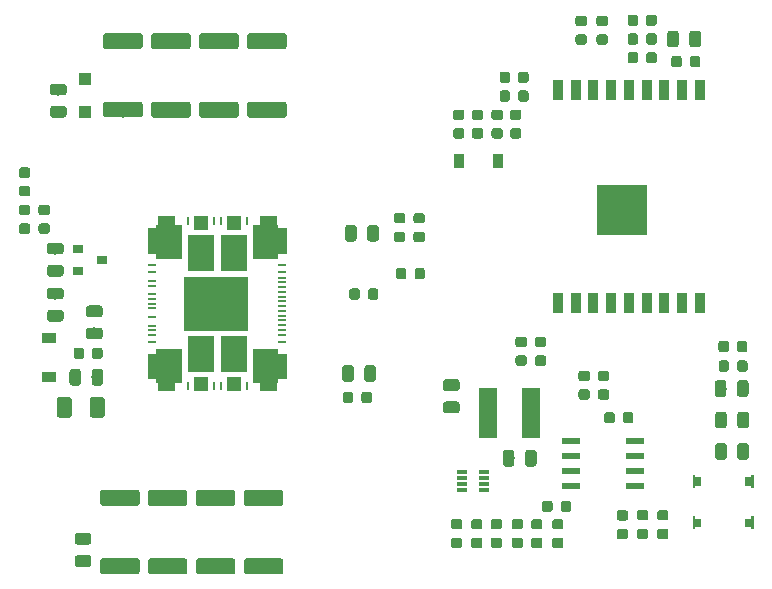
<source format=gbr>
G04 #@! TF.GenerationSoftware,KiCad,Pcbnew,5.0.2-bee76a0~70~ubuntu16.04.1*
G04 #@! TF.CreationDate,2019-02-07T12:57:22-08:00*
G04 #@! TF.ProjectId,wifistepper,77696669-7374-4657-9070-65722e6b6963,rev?*
G04 #@! TF.SameCoordinates,Original*
G04 #@! TF.FileFunction,Paste,Top*
G04 #@! TF.FilePolarity,Positive*
%FSLAX46Y46*%
G04 Gerber Fmt 4.6, Leading zero omitted, Abs format (unit mm)*
G04 Created by KiCad (PCBNEW 5.0.2-bee76a0~70~ubuntu16.04.1) date Thu 07 Feb 2019 12:57:22 PM PST*
%MOMM*%
%LPD*%
G01*
G04 APERTURE LIST*
%ADD10C,0.500000*%
%ADD11C,0.100000*%
%ADD12C,2.140000*%
%ADD13R,0.800000X0.200000*%
%ADD14R,0.200000X0.800000*%
%ADD15R,1.160000X1.200000*%
%ADD16R,2.300000X3.010000*%
%ADD17R,5.500000X4.680000*%
%ADD18C,0.875000*%
%ADD19C,1.250000*%
%ADD20C,0.975000*%
%ADD21R,0.900000X0.800000*%
%ADD22R,1.200000X0.900000*%
%ADD23R,1.500000X4.200000*%
%ADD24R,0.900000X1.700000*%
%ADD25R,4.300000X4.300000*%
%ADD26R,0.850000X0.300000*%
%ADD27R,1.550000X0.600000*%
%ADD28C,1.350000*%
%ADD29R,1.100000X1.100000*%
%ADD30R,0.900000X1.200000*%
G04 APERTURE END LIST*
D10*
G04 #@! TO.C,SW1*
X103949500Y-104831000D03*
D11*
G36*
X103499500Y-104281000D02*
X103699500Y-104281000D01*
X103699500Y-104481000D01*
X104199500Y-104481000D01*
X104199500Y-105181000D01*
X103699500Y-105181000D01*
X103699500Y-105381000D01*
X103499500Y-105381000D01*
X103499500Y-104281000D01*
X103499500Y-104281000D01*
G37*
D10*
X108199500Y-104831000D03*
D11*
G36*
X108449500Y-105181000D02*
X107949500Y-105181000D01*
X107949500Y-104481000D01*
X108449500Y-104481000D01*
X108449500Y-104281000D01*
X108649500Y-104281000D01*
X108649500Y-105381000D01*
X108449500Y-105381000D01*
X108449500Y-105181000D01*
X108449500Y-105181000D01*
G37*
D10*
X103949500Y-108331000D03*
D11*
G36*
X103499500Y-107781000D02*
X103699500Y-107781000D01*
X103699500Y-107981000D01*
X104199500Y-107981000D01*
X104199500Y-108681000D01*
X103699500Y-108681000D01*
X103699500Y-108881000D01*
X103499500Y-108881000D01*
X103499500Y-107781000D01*
X103499500Y-107781000D01*
G37*
D10*
X108199500Y-108331000D03*
D11*
G36*
X108449500Y-108681000D02*
X107949500Y-108681000D01*
X107949500Y-107981000D01*
X108449500Y-107981000D01*
X108449500Y-107781000D01*
X108649500Y-107781000D01*
X108649500Y-108881000D01*
X108449500Y-108881000D01*
X108449500Y-108681000D01*
X108449500Y-108681000D01*
G37*
G04 #@! TD*
D12*
G04 #@! TO.C,U2*
X67336000Y-95044000D03*
D11*
G36*
X66826000Y-96469000D02*
X66266000Y-96469000D01*
X66266000Y-93619000D01*
X68406000Y-93619000D01*
X68406000Y-94019000D01*
X69136000Y-94019000D01*
X69136000Y-96189000D01*
X68406000Y-96189000D01*
X68406000Y-96469000D01*
X68266000Y-96469000D01*
X68266000Y-97189000D01*
X66826000Y-97189000D01*
X66826000Y-96469000D01*
X66826000Y-96469000D01*
G37*
D12*
X59156000Y-95044000D03*
D11*
G36*
X58226000Y-96469000D02*
X58086000Y-96469000D01*
X58086000Y-96189000D01*
X57356000Y-96189000D01*
X57356000Y-94019000D01*
X58086000Y-94019000D01*
X58086000Y-93619000D01*
X60226000Y-93619000D01*
X60226000Y-96469000D01*
X59666000Y-96469000D01*
X59666000Y-97189000D01*
X58226000Y-97189000D01*
X58226000Y-96469000D01*
X58226000Y-96469000D01*
G37*
D12*
X59156000Y-84534000D03*
D11*
G36*
X58086000Y-85559000D02*
X57356000Y-85559000D01*
X57356000Y-83389000D01*
X58086000Y-83389000D01*
X58086000Y-83109000D01*
X58226000Y-83109000D01*
X58226000Y-82389000D01*
X59666000Y-82389000D01*
X59666000Y-83109000D01*
X60226000Y-83109000D01*
X60226000Y-85959000D01*
X58086000Y-85959000D01*
X58086000Y-85559000D01*
X58086000Y-85559000D01*
G37*
D12*
X67336000Y-84534000D03*
D11*
G36*
X66266000Y-83109000D02*
X66826000Y-83109000D01*
X66826000Y-82389000D01*
X68266000Y-82389000D01*
X68266000Y-83109000D01*
X68406000Y-83109000D01*
X68406000Y-83389000D01*
X69136000Y-83389000D01*
X69136000Y-85559000D01*
X68406000Y-85559000D01*
X68406000Y-85959000D01*
X66266000Y-85959000D01*
X66266000Y-83109000D01*
X66266000Y-83109000D01*
G37*
D13*
X57746000Y-93039000D03*
X57746000Y-92439000D03*
X57746000Y-92039000D03*
X57746000Y-91639000D03*
X57746000Y-90909000D03*
X57746000Y-90189000D03*
X57746000Y-86539000D03*
X57746000Y-87139000D03*
X57746000Y-87869000D03*
X57746000Y-88269000D03*
X57746000Y-88989000D03*
X57746000Y-89789000D03*
X57746000Y-89389000D03*
X68746000Y-93039000D03*
X68746000Y-92439000D03*
X68746000Y-91999000D03*
X68746000Y-91599000D03*
X68746000Y-91199000D03*
X68746000Y-90799000D03*
X68746000Y-90399000D03*
X68746000Y-89999000D03*
X68746000Y-86539000D03*
X68746000Y-87139000D03*
X68746000Y-87579000D03*
X68746000Y-87979000D03*
X68746000Y-88379000D03*
X68746000Y-88779000D03*
X68746000Y-89179000D03*
X68746000Y-89579000D03*
D14*
X65756000Y-96789000D03*
X60736000Y-96789000D03*
X62936000Y-96789000D03*
X63556000Y-96789000D03*
X65756000Y-82789000D03*
X60736000Y-82789000D03*
X62936000Y-82789000D03*
X63556000Y-82789000D03*
D15*
X61836000Y-82989000D03*
X64656000Y-82989000D03*
X61836000Y-96589000D03*
X64656000Y-96589000D03*
D16*
X61876000Y-85524000D03*
X64616000Y-85524000D03*
X61876000Y-94054000D03*
X64616000Y-94054000D03*
D17*
X63166000Y-89789000D03*
G04 #@! TD*
D11*
G04 #@! TO.C,R10*
G36*
X106348691Y-92934553D02*
X106369926Y-92937703D01*
X106390750Y-92942919D01*
X106410962Y-92950151D01*
X106430368Y-92959330D01*
X106448781Y-92970366D01*
X106466024Y-92983154D01*
X106481930Y-92997570D01*
X106496346Y-93013476D01*
X106509134Y-93030719D01*
X106520170Y-93049132D01*
X106529349Y-93068538D01*
X106536581Y-93088750D01*
X106541797Y-93109574D01*
X106544947Y-93130809D01*
X106546000Y-93152250D01*
X106546000Y-93664750D01*
X106544947Y-93686191D01*
X106541797Y-93707426D01*
X106536581Y-93728250D01*
X106529349Y-93748462D01*
X106520170Y-93767868D01*
X106509134Y-93786281D01*
X106496346Y-93803524D01*
X106481930Y-93819430D01*
X106466024Y-93833846D01*
X106448781Y-93846634D01*
X106430368Y-93857670D01*
X106410962Y-93866849D01*
X106390750Y-93874081D01*
X106369926Y-93879297D01*
X106348691Y-93882447D01*
X106327250Y-93883500D01*
X105889750Y-93883500D01*
X105868309Y-93882447D01*
X105847074Y-93879297D01*
X105826250Y-93874081D01*
X105806038Y-93866849D01*
X105786632Y-93857670D01*
X105768219Y-93846634D01*
X105750976Y-93833846D01*
X105735070Y-93819430D01*
X105720654Y-93803524D01*
X105707866Y-93786281D01*
X105696830Y-93767868D01*
X105687651Y-93748462D01*
X105680419Y-93728250D01*
X105675203Y-93707426D01*
X105672053Y-93686191D01*
X105671000Y-93664750D01*
X105671000Y-93152250D01*
X105672053Y-93130809D01*
X105675203Y-93109574D01*
X105680419Y-93088750D01*
X105687651Y-93068538D01*
X105696830Y-93049132D01*
X105707866Y-93030719D01*
X105720654Y-93013476D01*
X105735070Y-92997570D01*
X105750976Y-92983154D01*
X105768219Y-92970366D01*
X105786632Y-92959330D01*
X105806038Y-92950151D01*
X105826250Y-92942919D01*
X105847074Y-92937703D01*
X105868309Y-92934553D01*
X105889750Y-92933500D01*
X106327250Y-92933500D01*
X106348691Y-92934553D01*
X106348691Y-92934553D01*
G37*
D18*
X106108500Y-93408500D03*
D11*
G36*
X107923691Y-92934553D02*
X107944926Y-92937703D01*
X107965750Y-92942919D01*
X107985962Y-92950151D01*
X108005368Y-92959330D01*
X108023781Y-92970366D01*
X108041024Y-92983154D01*
X108056930Y-92997570D01*
X108071346Y-93013476D01*
X108084134Y-93030719D01*
X108095170Y-93049132D01*
X108104349Y-93068538D01*
X108111581Y-93088750D01*
X108116797Y-93109574D01*
X108119947Y-93130809D01*
X108121000Y-93152250D01*
X108121000Y-93664750D01*
X108119947Y-93686191D01*
X108116797Y-93707426D01*
X108111581Y-93728250D01*
X108104349Y-93748462D01*
X108095170Y-93767868D01*
X108084134Y-93786281D01*
X108071346Y-93803524D01*
X108056930Y-93819430D01*
X108041024Y-93833846D01*
X108023781Y-93846634D01*
X108005368Y-93857670D01*
X107985962Y-93866849D01*
X107965750Y-93874081D01*
X107944926Y-93879297D01*
X107923691Y-93882447D01*
X107902250Y-93883500D01*
X107464750Y-93883500D01*
X107443309Y-93882447D01*
X107422074Y-93879297D01*
X107401250Y-93874081D01*
X107381038Y-93866849D01*
X107361632Y-93857670D01*
X107343219Y-93846634D01*
X107325976Y-93833846D01*
X107310070Y-93819430D01*
X107295654Y-93803524D01*
X107282866Y-93786281D01*
X107271830Y-93767868D01*
X107262651Y-93748462D01*
X107255419Y-93728250D01*
X107250203Y-93707426D01*
X107247053Y-93686191D01*
X107246000Y-93664750D01*
X107246000Y-93152250D01*
X107247053Y-93130809D01*
X107250203Y-93109574D01*
X107255419Y-93088750D01*
X107262651Y-93068538D01*
X107271830Y-93049132D01*
X107282866Y-93030719D01*
X107295654Y-93013476D01*
X107310070Y-92997570D01*
X107325976Y-92983154D01*
X107343219Y-92970366D01*
X107361632Y-92959330D01*
X107381038Y-92950151D01*
X107401250Y-92942919D01*
X107422074Y-92937703D01*
X107443309Y-92934553D01*
X107464750Y-92933500D01*
X107902250Y-92933500D01*
X107923691Y-92934553D01*
X107923691Y-92934553D01*
G37*
D18*
X107683500Y-93408500D03*
G04 #@! TD*
D11*
G04 #@! TO.C,C1*
G36*
X53485504Y-97678204D02*
X53509773Y-97681804D01*
X53533571Y-97687765D01*
X53556671Y-97696030D01*
X53578849Y-97706520D01*
X53599893Y-97719133D01*
X53619598Y-97733747D01*
X53637777Y-97750223D01*
X53654253Y-97768402D01*
X53668867Y-97788107D01*
X53681480Y-97809151D01*
X53691970Y-97831329D01*
X53700235Y-97854429D01*
X53706196Y-97878227D01*
X53709796Y-97902496D01*
X53711000Y-97927000D01*
X53711000Y-99177000D01*
X53709796Y-99201504D01*
X53706196Y-99225773D01*
X53700235Y-99249571D01*
X53691970Y-99272671D01*
X53681480Y-99294849D01*
X53668867Y-99315893D01*
X53654253Y-99335598D01*
X53637777Y-99353777D01*
X53619598Y-99370253D01*
X53599893Y-99384867D01*
X53578849Y-99397480D01*
X53556671Y-99407970D01*
X53533571Y-99416235D01*
X53509773Y-99422196D01*
X53485504Y-99425796D01*
X53461000Y-99427000D01*
X52711000Y-99427000D01*
X52686496Y-99425796D01*
X52662227Y-99422196D01*
X52638429Y-99416235D01*
X52615329Y-99407970D01*
X52593151Y-99397480D01*
X52572107Y-99384867D01*
X52552402Y-99370253D01*
X52534223Y-99353777D01*
X52517747Y-99335598D01*
X52503133Y-99315893D01*
X52490520Y-99294849D01*
X52480030Y-99272671D01*
X52471765Y-99249571D01*
X52465804Y-99225773D01*
X52462204Y-99201504D01*
X52461000Y-99177000D01*
X52461000Y-97927000D01*
X52462204Y-97902496D01*
X52465804Y-97878227D01*
X52471765Y-97854429D01*
X52480030Y-97831329D01*
X52490520Y-97809151D01*
X52503133Y-97788107D01*
X52517747Y-97768402D01*
X52534223Y-97750223D01*
X52552402Y-97733747D01*
X52572107Y-97719133D01*
X52593151Y-97706520D01*
X52615329Y-97696030D01*
X52638429Y-97687765D01*
X52662227Y-97681804D01*
X52686496Y-97678204D01*
X52711000Y-97677000D01*
X53461000Y-97677000D01*
X53485504Y-97678204D01*
X53485504Y-97678204D01*
G37*
D19*
X53086000Y-98552000D03*
D11*
G36*
X50685504Y-97678204D02*
X50709773Y-97681804D01*
X50733571Y-97687765D01*
X50756671Y-97696030D01*
X50778849Y-97706520D01*
X50799893Y-97719133D01*
X50819598Y-97733747D01*
X50837777Y-97750223D01*
X50854253Y-97768402D01*
X50868867Y-97788107D01*
X50881480Y-97809151D01*
X50891970Y-97831329D01*
X50900235Y-97854429D01*
X50906196Y-97878227D01*
X50909796Y-97902496D01*
X50911000Y-97927000D01*
X50911000Y-99177000D01*
X50909796Y-99201504D01*
X50906196Y-99225773D01*
X50900235Y-99249571D01*
X50891970Y-99272671D01*
X50881480Y-99294849D01*
X50868867Y-99315893D01*
X50854253Y-99335598D01*
X50837777Y-99353777D01*
X50819598Y-99370253D01*
X50799893Y-99384867D01*
X50778849Y-99397480D01*
X50756671Y-99407970D01*
X50733571Y-99416235D01*
X50709773Y-99422196D01*
X50685504Y-99425796D01*
X50661000Y-99427000D01*
X49911000Y-99427000D01*
X49886496Y-99425796D01*
X49862227Y-99422196D01*
X49838429Y-99416235D01*
X49815329Y-99407970D01*
X49793151Y-99397480D01*
X49772107Y-99384867D01*
X49752402Y-99370253D01*
X49734223Y-99353777D01*
X49717747Y-99335598D01*
X49703133Y-99315893D01*
X49690520Y-99294849D01*
X49680030Y-99272671D01*
X49671765Y-99249571D01*
X49665804Y-99225773D01*
X49662204Y-99201504D01*
X49661000Y-99177000D01*
X49661000Y-97927000D01*
X49662204Y-97902496D01*
X49665804Y-97878227D01*
X49671765Y-97854429D01*
X49680030Y-97831329D01*
X49690520Y-97809151D01*
X49703133Y-97788107D01*
X49717747Y-97768402D01*
X49734223Y-97750223D01*
X49752402Y-97733747D01*
X49772107Y-97719133D01*
X49793151Y-97706520D01*
X49815329Y-97696030D01*
X49838429Y-97687765D01*
X49862227Y-97681804D01*
X49886496Y-97678204D01*
X49911000Y-97677000D01*
X50661000Y-97677000D01*
X50685504Y-97678204D01*
X50685504Y-97678204D01*
G37*
D19*
X50286000Y-98552000D03*
G04 #@! TD*
D11*
G04 #@! TO.C,C2*
G36*
X53312142Y-89937674D02*
X53335803Y-89941184D01*
X53359007Y-89946996D01*
X53381529Y-89955054D01*
X53403153Y-89965282D01*
X53423670Y-89977579D01*
X53442883Y-89991829D01*
X53460607Y-90007893D01*
X53476671Y-90025617D01*
X53490921Y-90044830D01*
X53503218Y-90065347D01*
X53513446Y-90086971D01*
X53521504Y-90109493D01*
X53527316Y-90132697D01*
X53530826Y-90156358D01*
X53532000Y-90180250D01*
X53532000Y-90667750D01*
X53530826Y-90691642D01*
X53527316Y-90715303D01*
X53521504Y-90738507D01*
X53513446Y-90761029D01*
X53503218Y-90782653D01*
X53490921Y-90803170D01*
X53476671Y-90822383D01*
X53460607Y-90840107D01*
X53442883Y-90856171D01*
X53423670Y-90870421D01*
X53403153Y-90882718D01*
X53381529Y-90892946D01*
X53359007Y-90901004D01*
X53335803Y-90906816D01*
X53312142Y-90910326D01*
X53288250Y-90911500D01*
X52375750Y-90911500D01*
X52351858Y-90910326D01*
X52328197Y-90906816D01*
X52304993Y-90901004D01*
X52282471Y-90892946D01*
X52260847Y-90882718D01*
X52240330Y-90870421D01*
X52221117Y-90856171D01*
X52203393Y-90840107D01*
X52187329Y-90822383D01*
X52173079Y-90803170D01*
X52160782Y-90782653D01*
X52150554Y-90761029D01*
X52142496Y-90738507D01*
X52136684Y-90715303D01*
X52133174Y-90691642D01*
X52132000Y-90667750D01*
X52132000Y-90180250D01*
X52133174Y-90156358D01*
X52136684Y-90132697D01*
X52142496Y-90109493D01*
X52150554Y-90086971D01*
X52160782Y-90065347D01*
X52173079Y-90044830D01*
X52187329Y-90025617D01*
X52203393Y-90007893D01*
X52221117Y-89991829D01*
X52240330Y-89977579D01*
X52260847Y-89965282D01*
X52282471Y-89955054D01*
X52304993Y-89946996D01*
X52328197Y-89941184D01*
X52351858Y-89937674D01*
X52375750Y-89936500D01*
X53288250Y-89936500D01*
X53312142Y-89937674D01*
X53312142Y-89937674D01*
G37*
D20*
X52832000Y-90424000D03*
D11*
G36*
X53312142Y-91812674D02*
X53335803Y-91816184D01*
X53359007Y-91821996D01*
X53381529Y-91830054D01*
X53403153Y-91840282D01*
X53423670Y-91852579D01*
X53442883Y-91866829D01*
X53460607Y-91882893D01*
X53476671Y-91900617D01*
X53490921Y-91919830D01*
X53503218Y-91940347D01*
X53513446Y-91961971D01*
X53521504Y-91984493D01*
X53527316Y-92007697D01*
X53530826Y-92031358D01*
X53532000Y-92055250D01*
X53532000Y-92542750D01*
X53530826Y-92566642D01*
X53527316Y-92590303D01*
X53521504Y-92613507D01*
X53513446Y-92636029D01*
X53503218Y-92657653D01*
X53490921Y-92678170D01*
X53476671Y-92697383D01*
X53460607Y-92715107D01*
X53442883Y-92731171D01*
X53423670Y-92745421D01*
X53403153Y-92757718D01*
X53381529Y-92767946D01*
X53359007Y-92776004D01*
X53335803Y-92781816D01*
X53312142Y-92785326D01*
X53288250Y-92786500D01*
X52375750Y-92786500D01*
X52351858Y-92785326D01*
X52328197Y-92781816D01*
X52304993Y-92776004D01*
X52282471Y-92767946D01*
X52260847Y-92757718D01*
X52240330Y-92745421D01*
X52221117Y-92731171D01*
X52203393Y-92715107D01*
X52187329Y-92697383D01*
X52173079Y-92678170D01*
X52160782Y-92657653D01*
X52150554Y-92636029D01*
X52142496Y-92613507D01*
X52136684Y-92590303D01*
X52133174Y-92566642D01*
X52132000Y-92542750D01*
X52132000Y-92055250D01*
X52133174Y-92031358D01*
X52136684Y-92007697D01*
X52142496Y-91984493D01*
X52150554Y-91961971D01*
X52160782Y-91940347D01*
X52173079Y-91919830D01*
X52187329Y-91900617D01*
X52203393Y-91882893D01*
X52221117Y-91866829D01*
X52240330Y-91852579D01*
X52260847Y-91840282D01*
X52282471Y-91830054D01*
X52304993Y-91821996D01*
X52328197Y-91816184D01*
X52351858Y-91812674D01*
X52375750Y-91811500D01*
X53288250Y-91811500D01*
X53312142Y-91812674D01*
X53312142Y-91812674D01*
G37*
D20*
X52832000Y-92299000D03*
G04 #@! TD*
D11*
G04 #@! TO.C,C3*
G36*
X50010142Y-86508674D02*
X50033803Y-86512184D01*
X50057007Y-86517996D01*
X50079529Y-86526054D01*
X50101153Y-86536282D01*
X50121670Y-86548579D01*
X50140883Y-86562829D01*
X50158607Y-86578893D01*
X50174671Y-86596617D01*
X50188921Y-86615830D01*
X50201218Y-86636347D01*
X50211446Y-86657971D01*
X50219504Y-86680493D01*
X50225316Y-86703697D01*
X50228826Y-86727358D01*
X50230000Y-86751250D01*
X50230000Y-87238750D01*
X50228826Y-87262642D01*
X50225316Y-87286303D01*
X50219504Y-87309507D01*
X50211446Y-87332029D01*
X50201218Y-87353653D01*
X50188921Y-87374170D01*
X50174671Y-87393383D01*
X50158607Y-87411107D01*
X50140883Y-87427171D01*
X50121670Y-87441421D01*
X50101153Y-87453718D01*
X50079529Y-87463946D01*
X50057007Y-87472004D01*
X50033803Y-87477816D01*
X50010142Y-87481326D01*
X49986250Y-87482500D01*
X49073750Y-87482500D01*
X49049858Y-87481326D01*
X49026197Y-87477816D01*
X49002993Y-87472004D01*
X48980471Y-87463946D01*
X48958847Y-87453718D01*
X48938330Y-87441421D01*
X48919117Y-87427171D01*
X48901393Y-87411107D01*
X48885329Y-87393383D01*
X48871079Y-87374170D01*
X48858782Y-87353653D01*
X48848554Y-87332029D01*
X48840496Y-87309507D01*
X48834684Y-87286303D01*
X48831174Y-87262642D01*
X48830000Y-87238750D01*
X48830000Y-86751250D01*
X48831174Y-86727358D01*
X48834684Y-86703697D01*
X48840496Y-86680493D01*
X48848554Y-86657971D01*
X48858782Y-86636347D01*
X48871079Y-86615830D01*
X48885329Y-86596617D01*
X48901393Y-86578893D01*
X48919117Y-86562829D01*
X48938330Y-86548579D01*
X48958847Y-86536282D01*
X48980471Y-86526054D01*
X49002993Y-86517996D01*
X49026197Y-86512184D01*
X49049858Y-86508674D01*
X49073750Y-86507500D01*
X49986250Y-86507500D01*
X50010142Y-86508674D01*
X50010142Y-86508674D01*
G37*
D20*
X49530000Y-86995000D03*
D11*
G36*
X50010142Y-84633674D02*
X50033803Y-84637184D01*
X50057007Y-84642996D01*
X50079529Y-84651054D01*
X50101153Y-84661282D01*
X50121670Y-84673579D01*
X50140883Y-84687829D01*
X50158607Y-84703893D01*
X50174671Y-84721617D01*
X50188921Y-84740830D01*
X50201218Y-84761347D01*
X50211446Y-84782971D01*
X50219504Y-84805493D01*
X50225316Y-84828697D01*
X50228826Y-84852358D01*
X50230000Y-84876250D01*
X50230000Y-85363750D01*
X50228826Y-85387642D01*
X50225316Y-85411303D01*
X50219504Y-85434507D01*
X50211446Y-85457029D01*
X50201218Y-85478653D01*
X50188921Y-85499170D01*
X50174671Y-85518383D01*
X50158607Y-85536107D01*
X50140883Y-85552171D01*
X50121670Y-85566421D01*
X50101153Y-85578718D01*
X50079529Y-85588946D01*
X50057007Y-85597004D01*
X50033803Y-85602816D01*
X50010142Y-85606326D01*
X49986250Y-85607500D01*
X49073750Y-85607500D01*
X49049858Y-85606326D01*
X49026197Y-85602816D01*
X49002993Y-85597004D01*
X48980471Y-85588946D01*
X48958847Y-85578718D01*
X48938330Y-85566421D01*
X48919117Y-85552171D01*
X48901393Y-85536107D01*
X48885329Y-85518383D01*
X48871079Y-85499170D01*
X48858782Y-85478653D01*
X48848554Y-85457029D01*
X48840496Y-85434507D01*
X48834684Y-85411303D01*
X48831174Y-85387642D01*
X48830000Y-85363750D01*
X48830000Y-84876250D01*
X48831174Y-84852358D01*
X48834684Y-84828697D01*
X48840496Y-84805493D01*
X48848554Y-84782971D01*
X48858782Y-84761347D01*
X48871079Y-84740830D01*
X48885329Y-84721617D01*
X48901393Y-84703893D01*
X48919117Y-84687829D01*
X48938330Y-84673579D01*
X48958847Y-84661282D01*
X48980471Y-84651054D01*
X49002993Y-84642996D01*
X49026197Y-84637184D01*
X49049858Y-84633674D01*
X49073750Y-84632500D01*
X49986250Y-84632500D01*
X50010142Y-84633674D01*
X50010142Y-84633674D01*
G37*
D20*
X49530000Y-85120000D03*
G04 #@! TD*
D11*
G04 #@! TO.C,C4*
G36*
X53353642Y-95313174D02*
X53377303Y-95316684D01*
X53400507Y-95322496D01*
X53423029Y-95330554D01*
X53444653Y-95340782D01*
X53465170Y-95353079D01*
X53484383Y-95367329D01*
X53502107Y-95383393D01*
X53518171Y-95401117D01*
X53532421Y-95420330D01*
X53544718Y-95440847D01*
X53554946Y-95462471D01*
X53563004Y-95484993D01*
X53568816Y-95508197D01*
X53572326Y-95531858D01*
X53573500Y-95555750D01*
X53573500Y-96468250D01*
X53572326Y-96492142D01*
X53568816Y-96515803D01*
X53563004Y-96539007D01*
X53554946Y-96561529D01*
X53544718Y-96583153D01*
X53532421Y-96603670D01*
X53518171Y-96622883D01*
X53502107Y-96640607D01*
X53484383Y-96656671D01*
X53465170Y-96670921D01*
X53444653Y-96683218D01*
X53423029Y-96693446D01*
X53400507Y-96701504D01*
X53377303Y-96707316D01*
X53353642Y-96710826D01*
X53329750Y-96712000D01*
X52842250Y-96712000D01*
X52818358Y-96710826D01*
X52794697Y-96707316D01*
X52771493Y-96701504D01*
X52748971Y-96693446D01*
X52727347Y-96683218D01*
X52706830Y-96670921D01*
X52687617Y-96656671D01*
X52669893Y-96640607D01*
X52653829Y-96622883D01*
X52639579Y-96603670D01*
X52627282Y-96583153D01*
X52617054Y-96561529D01*
X52608996Y-96539007D01*
X52603184Y-96515803D01*
X52599674Y-96492142D01*
X52598500Y-96468250D01*
X52598500Y-95555750D01*
X52599674Y-95531858D01*
X52603184Y-95508197D01*
X52608996Y-95484993D01*
X52617054Y-95462471D01*
X52627282Y-95440847D01*
X52639579Y-95420330D01*
X52653829Y-95401117D01*
X52669893Y-95383393D01*
X52687617Y-95367329D01*
X52706830Y-95353079D01*
X52727347Y-95340782D01*
X52748971Y-95330554D01*
X52771493Y-95322496D01*
X52794697Y-95316684D01*
X52818358Y-95313174D01*
X52842250Y-95312000D01*
X53329750Y-95312000D01*
X53353642Y-95313174D01*
X53353642Y-95313174D01*
G37*
D20*
X53086000Y-96012000D03*
D11*
G36*
X51478642Y-95313174D02*
X51502303Y-95316684D01*
X51525507Y-95322496D01*
X51548029Y-95330554D01*
X51569653Y-95340782D01*
X51590170Y-95353079D01*
X51609383Y-95367329D01*
X51627107Y-95383393D01*
X51643171Y-95401117D01*
X51657421Y-95420330D01*
X51669718Y-95440847D01*
X51679946Y-95462471D01*
X51688004Y-95484993D01*
X51693816Y-95508197D01*
X51697326Y-95531858D01*
X51698500Y-95555750D01*
X51698500Y-96468250D01*
X51697326Y-96492142D01*
X51693816Y-96515803D01*
X51688004Y-96539007D01*
X51679946Y-96561529D01*
X51669718Y-96583153D01*
X51657421Y-96603670D01*
X51643171Y-96622883D01*
X51627107Y-96640607D01*
X51609383Y-96656671D01*
X51590170Y-96670921D01*
X51569653Y-96683218D01*
X51548029Y-96693446D01*
X51525507Y-96701504D01*
X51502303Y-96707316D01*
X51478642Y-96710826D01*
X51454750Y-96712000D01*
X50967250Y-96712000D01*
X50943358Y-96710826D01*
X50919697Y-96707316D01*
X50896493Y-96701504D01*
X50873971Y-96693446D01*
X50852347Y-96683218D01*
X50831830Y-96670921D01*
X50812617Y-96656671D01*
X50794893Y-96640607D01*
X50778829Y-96622883D01*
X50764579Y-96603670D01*
X50752282Y-96583153D01*
X50742054Y-96561529D01*
X50733996Y-96539007D01*
X50728184Y-96515803D01*
X50724674Y-96492142D01*
X50723500Y-96468250D01*
X50723500Y-95555750D01*
X50724674Y-95531858D01*
X50728184Y-95508197D01*
X50733996Y-95484993D01*
X50742054Y-95462471D01*
X50752282Y-95440847D01*
X50764579Y-95420330D01*
X50778829Y-95401117D01*
X50794893Y-95383393D01*
X50812617Y-95367329D01*
X50831830Y-95353079D01*
X50852347Y-95340782D01*
X50873971Y-95330554D01*
X50896493Y-95322496D01*
X50919697Y-95316684D01*
X50943358Y-95313174D01*
X50967250Y-95312000D01*
X51454750Y-95312000D01*
X51478642Y-95313174D01*
X51478642Y-95313174D01*
G37*
D20*
X51211000Y-96012000D03*
G04 #@! TD*
D11*
G04 #@! TO.C,C5*
G36*
X48855191Y-82990053D02*
X48876426Y-82993203D01*
X48897250Y-82998419D01*
X48917462Y-83005651D01*
X48936868Y-83014830D01*
X48955281Y-83025866D01*
X48972524Y-83038654D01*
X48988430Y-83053070D01*
X49002846Y-83068976D01*
X49015634Y-83086219D01*
X49026670Y-83104632D01*
X49035849Y-83124038D01*
X49043081Y-83144250D01*
X49048297Y-83165074D01*
X49051447Y-83186309D01*
X49052500Y-83207750D01*
X49052500Y-83645250D01*
X49051447Y-83666691D01*
X49048297Y-83687926D01*
X49043081Y-83708750D01*
X49035849Y-83728962D01*
X49026670Y-83748368D01*
X49015634Y-83766781D01*
X49002846Y-83784024D01*
X48988430Y-83799930D01*
X48972524Y-83814346D01*
X48955281Y-83827134D01*
X48936868Y-83838170D01*
X48917462Y-83847349D01*
X48897250Y-83854581D01*
X48876426Y-83859797D01*
X48855191Y-83862947D01*
X48833750Y-83864000D01*
X48321250Y-83864000D01*
X48299809Y-83862947D01*
X48278574Y-83859797D01*
X48257750Y-83854581D01*
X48237538Y-83847349D01*
X48218132Y-83838170D01*
X48199719Y-83827134D01*
X48182476Y-83814346D01*
X48166570Y-83799930D01*
X48152154Y-83784024D01*
X48139366Y-83766781D01*
X48128330Y-83748368D01*
X48119151Y-83728962D01*
X48111919Y-83708750D01*
X48106703Y-83687926D01*
X48103553Y-83666691D01*
X48102500Y-83645250D01*
X48102500Y-83207750D01*
X48103553Y-83186309D01*
X48106703Y-83165074D01*
X48111919Y-83144250D01*
X48119151Y-83124038D01*
X48128330Y-83104632D01*
X48139366Y-83086219D01*
X48152154Y-83068976D01*
X48166570Y-83053070D01*
X48182476Y-83038654D01*
X48199719Y-83025866D01*
X48218132Y-83014830D01*
X48237538Y-83005651D01*
X48257750Y-82998419D01*
X48278574Y-82993203D01*
X48299809Y-82990053D01*
X48321250Y-82989000D01*
X48833750Y-82989000D01*
X48855191Y-82990053D01*
X48855191Y-82990053D01*
G37*
D18*
X48577500Y-83426500D03*
D11*
G36*
X48855191Y-81415053D02*
X48876426Y-81418203D01*
X48897250Y-81423419D01*
X48917462Y-81430651D01*
X48936868Y-81439830D01*
X48955281Y-81450866D01*
X48972524Y-81463654D01*
X48988430Y-81478070D01*
X49002846Y-81493976D01*
X49015634Y-81511219D01*
X49026670Y-81529632D01*
X49035849Y-81549038D01*
X49043081Y-81569250D01*
X49048297Y-81590074D01*
X49051447Y-81611309D01*
X49052500Y-81632750D01*
X49052500Y-82070250D01*
X49051447Y-82091691D01*
X49048297Y-82112926D01*
X49043081Y-82133750D01*
X49035849Y-82153962D01*
X49026670Y-82173368D01*
X49015634Y-82191781D01*
X49002846Y-82209024D01*
X48988430Y-82224930D01*
X48972524Y-82239346D01*
X48955281Y-82252134D01*
X48936868Y-82263170D01*
X48917462Y-82272349D01*
X48897250Y-82279581D01*
X48876426Y-82284797D01*
X48855191Y-82287947D01*
X48833750Y-82289000D01*
X48321250Y-82289000D01*
X48299809Y-82287947D01*
X48278574Y-82284797D01*
X48257750Y-82279581D01*
X48237538Y-82272349D01*
X48218132Y-82263170D01*
X48199719Y-82252134D01*
X48182476Y-82239346D01*
X48166570Y-82224930D01*
X48152154Y-82209024D01*
X48139366Y-82191781D01*
X48128330Y-82173368D01*
X48119151Y-82153962D01*
X48111919Y-82133750D01*
X48106703Y-82112926D01*
X48103553Y-82091691D01*
X48102500Y-82070250D01*
X48102500Y-81632750D01*
X48103553Y-81611309D01*
X48106703Y-81590074D01*
X48111919Y-81569250D01*
X48119151Y-81549038D01*
X48128330Y-81529632D01*
X48139366Y-81511219D01*
X48152154Y-81493976D01*
X48166570Y-81478070D01*
X48182476Y-81463654D01*
X48199719Y-81450866D01*
X48218132Y-81439830D01*
X48237538Y-81430651D01*
X48257750Y-81423419D01*
X48278574Y-81418203D01*
X48299809Y-81415053D01*
X48321250Y-81414000D01*
X48833750Y-81414000D01*
X48855191Y-81415053D01*
X48855191Y-81415053D01*
G37*
D18*
X48577500Y-81851500D03*
G04 #@! TD*
D11*
G04 #@! TO.C,C6*
G36*
X74577642Y-94995674D02*
X74601303Y-94999184D01*
X74624507Y-95004996D01*
X74647029Y-95013054D01*
X74668653Y-95023282D01*
X74689170Y-95035579D01*
X74708383Y-95049829D01*
X74726107Y-95065893D01*
X74742171Y-95083617D01*
X74756421Y-95102830D01*
X74768718Y-95123347D01*
X74778946Y-95144971D01*
X74787004Y-95167493D01*
X74792816Y-95190697D01*
X74796326Y-95214358D01*
X74797500Y-95238250D01*
X74797500Y-96150750D01*
X74796326Y-96174642D01*
X74792816Y-96198303D01*
X74787004Y-96221507D01*
X74778946Y-96244029D01*
X74768718Y-96265653D01*
X74756421Y-96286170D01*
X74742171Y-96305383D01*
X74726107Y-96323107D01*
X74708383Y-96339171D01*
X74689170Y-96353421D01*
X74668653Y-96365718D01*
X74647029Y-96375946D01*
X74624507Y-96384004D01*
X74601303Y-96389816D01*
X74577642Y-96393326D01*
X74553750Y-96394500D01*
X74066250Y-96394500D01*
X74042358Y-96393326D01*
X74018697Y-96389816D01*
X73995493Y-96384004D01*
X73972971Y-96375946D01*
X73951347Y-96365718D01*
X73930830Y-96353421D01*
X73911617Y-96339171D01*
X73893893Y-96323107D01*
X73877829Y-96305383D01*
X73863579Y-96286170D01*
X73851282Y-96265653D01*
X73841054Y-96244029D01*
X73832996Y-96221507D01*
X73827184Y-96198303D01*
X73823674Y-96174642D01*
X73822500Y-96150750D01*
X73822500Y-95238250D01*
X73823674Y-95214358D01*
X73827184Y-95190697D01*
X73832996Y-95167493D01*
X73841054Y-95144971D01*
X73851282Y-95123347D01*
X73863579Y-95102830D01*
X73877829Y-95083617D01*
X73893893Y-95065893D01*
X73911617Y-95049829D01*
X73930830Y-95035579D01*
X73951347Y-95023282D01*
X73972971Y-95013054D01*
X73995493Y-95004996D01*
X74018697Y-94999184D01*
X74042358Y-94995674D01*
X74066250Y-94994500D01*
X74553750Y-94994500D01*
X74577642Y-94995674D01*
X74577642Y-94995674D01*
G37*
D20*
X74310000Y-95694500D03*
D11*
G36*
X76452642Y-94995674D02*
X76476303Y-94999184D01*
X76499507Y-95004996D01*
X76522029Y-95013054D01*
X76543653Y-95023282D01*
X76564170Y-95035579D01*
X76583383Y-95049829D01*
X76601107Y-95065893D01*
X76617171Y-95083617D01*
X76631421Y-95102830D01*
X76643718Y-95123347D01*
X76653946Y-95144971D01*
X76662004Y-95167493D01*
X76667816Y-95190697D01*
X76671326Y-95214358D01*
X76672500Y-95238250D01*
X76672500Y-96150750D01*
X76671326Y-96174642D01*
X76667816Y-96198303D01*
X76662004Y-96221507D01*
X76653946Y-96244029D01*
X76643718Y-96265653D01*
X76631421Y-96286170D01*
X76617171Y-96305383D01*
X76601107Y-96323107D01*
X76583383Y-96339171D01*
X76564170Y-96353421D01*
X76543653Y-96365718D01*
X76522029Y-96375946D01*
X76499507Y-96384004D01*
X76476303Y-96389816D01*
X76452642Y-96393326D01*
X76428750Y-96394500D01*
X75941250Y-96394500D01*
X75917358Y-96393326D01*
X75893697Y-96389816D01*
X75870493Y-96384004D01*
X75847971Y-96375946D01*
X75826347Y-96365718D01*
X75805830Y-96353421D01*
X75786617Y-96339171D01*
X75768893Y-96323107D01*
X75752829Y-96305383D01*
X75738579Y-96286170D01*
X75726282Y-96265653D01*
X75716054Y-96244029D01*
X75707996Y-96221507D01*
X75702184Y-96198303D01*
X75698674Y-96174642D01*
X75697500Y-96150750D01*
X75697500Y-95238250D01*
X75698674Y-95214358D01*
X75702184Y-95190697D01*
X75707996Y-95167493D01*
X75716054Y-95144971D01*
X75726282Y-95123347D01*
X75738579Y-95102830D01*
X75752829Y-95083617D01*
X75768893Y-95065893D01*
X75786617Y-95049829D01*
X75805830Y-95035579D01*
X75826347Y-95023282D01*
X75847971Y-95013054D01*
X75870493Y-95004996D01*
X75893697Y-94999184D01*
X75917358Y-94995674D01*
X75941250Y-94994500D01*
X76428750Y-94994500D01*
X76452642Y-94995674D01*
X76452642Y-94995674D01*
G37*
D20*
X76185000Y-95694500D03*
G04 #@! TD*
D11*
G04 #@! TO.C,C7*
G36*
X76691642Y-83121174D02*
X76715303Y-83124684D01*
X76738507Y-83130496D01*
X76761029Y-83138554D01*
X76782653Y-83148782D01*
X76803170Y-83161079D01*
X76822383Y-83175329D01*
X76840107Y-83191393D01*
X76856171Y-83209117D01*
X76870421Y-83228330D01*
X76882718Y-83248847D01*
X76892946Y-83270471D01*
X76901004Y-83292993D01*
X76906816Y-83316197D01*
X76910326Y-83339858D01*
X76911500Y-83363750D01*
X76911500Y-84276250D01*
X76910326Y-84300142D01*
X76906816Y-84323803D01*
X76901004Y-84347007D01*
X76892946Y-84369529D01*
X76882718Y-84391153D01*
X76870421Y-84411670D01*
X76856171Y-84430883D01*
X76840107Y-84448607D01*
X76822383Y-84464671D01*
X76803170Y-84478921D01*
X76782653Y-84491218D01*
X76761029Y-84501446D01*
X76738507Y-84509504D01*
X76715303Y-84515316D01*
X76691642Y-84518826D01*
X76667750Y-84520000D01*
X76180250Y-84520000D01*
X76156358Y-84518826D01*
X76132697Y-84515316D01*
X76109493Y-84509504D01*
X76086971Y-84501446D01*
X76065347Y-84491218D01*
X76044830Y-84478921D01*
X76025617Y-84464671D01*
X76007893Y-84448607D01*
X75991829Y-84430883D01*
X75977579Y-84411670D01*
X75965282Y-84391153D01*
X75955054Y-84369529D01*
X75946996Y-84347007D01*
X75941184Y-84323803D01*
X75937674Y-84300142D01*
X75936500Y-84276250D01*
X75936500Y-83363750D01*
X75937674Y-83339858D01*
X75941184Y-83316197D01*
X75946996Y-83292993D01*
X75955054Y-83270471D01*
X75965282Y-83248847D01*
X75977579Y-83228330D01*
X75991829Y-83209117D01*
X76007893Y-83191393D01*
X76025617Y-83175329D01*
X76044830Y-83161079D01*
X76065347Y-83148782D01*
X76086971Y-83138554D01*
X76109493Y-83130496D01*
X76132697Y-83124684D01*
X76156358Y-83121174D01*
X76180250Y-83120000D01*
X76667750Y-83120000D01*
X76691642Y-83121174D01*
X76691642Y-83121174D01*
G37*
D20*
X76424000Y-83820000D03*
D11*
G36*
X74816642Y-83121174D02*
X74840303Y-83124684D01*
X74863507Y-83130496D01*
X74886029Y-83138554D01*
X74907653Y-83148782D01*
X74928170Y-83161079D01*
X74947383Y-83175329D01*
X74965107Y-83191393D01*
X74981171Y-83209117D01*
X74995421Y-83228330D01*
X75007718Y-83248847D01*
X75017946Y-83270471D01*
X75026004Y-83292993D01*
X75031816Y-83316197D01*
X75035326Y-83339858D01*
X75036500Y-83363750D01*
X75036500Y-84276250D01*
X75035326Y-84300142D01*
X75031816Y-84323803D01*
X75026004Y-84347007D01*
X75017946Y-84369529D01*
X75007718Y-84391153D01*
X74995421Y-84411670D01*
X74981171Y-84430883D01*
X74965107Y-84448607D01*
X74947383Y-84464671D01*
X74928170Y-84478921D01*
X74907653Y-84491218D01*
X74886029Y-84501446D01*
X74863507Y-84509504D01*
X74840303Y-84515316D01*
X74816642Y-84518826D01*
X74792750Y-84520000D01*
X74305250Y-84520000D01*
X74281358Y-84518826D01*
X74257697Y-84515316D01*
X74234493Y-84509504D01*
X74211971Y-84501446D01*
X74190347Y-84491218D01*
X74169830Y-84478921D01*
X74150617Y-84464671D01*
X74132893Y-84448607D01*
X74116829Y-84430883D01*
X74102579Y-84411670D01*
X74090282Y-84391153D01*
X74080054Y-84369529D01*
X74071996Y-84347007D01*
X74066184Y-84323803D01*
X74062674Y-84300142D01*
X74061500Y-84276250D01*
X74061500Y-83363750D01*
X74062674Y-83339858D01*
X74066184Y-83316197D01*
X74071996Y-83292993D01*
X74080054Y-83270471D01*
X74090282Y-83248847D01*
X74102579Y-83228330D01*
X74116829Y-83209117D01*
X74132893Y-83191393D01*
X74150617Y-83175329D01*
X74169830Y-83161079D01*
X74190347Y-83148782D01*
X74211971Y-83138554D01*
X74234493Y-83130496D01*
X74257697Y-83124684D01*
X74281358Y-83121174D01*
X74305250Y-83120000D01*
X74792750Y-83120000D01*
X74816642Y-83121174D01*
X74816642Y-83121174D01*
G37*
D20*
X74549000Y-83820000D03*
G04 #@! TD*
D11*
G04 #@! TO.C,C8*
G36*
X50264142Y-73046674D02*
X50287803Y-73050184D01*
X50311007Y-73055996D01*
X50333529Y-73064054D01*
X50355153Y-73074282D01*
X50375670Y-73086579D01*
X50394883Y-73100829D01*
X50412607Y-73116893D01*
X50428671Y-73134617D01*
X50442921Y-73153830D01*
X50455218Y-73174347D01*
X50465446Y-73195971D01*
X50473504Y-73218493D01*
X50479316Y-73241697D01*
X50482826Y-73265358D01*
X50484000Y-73289250D01*
X50484000Y-73776750D01*
X50482826Y-73800642D01*
X50479316Y-73824303D01*
X50473504Y-73847507D01*
X50465446Y-73870029D01*
X50455218Y-73891653D01*
X50442921Y-73912170D01*
X50428671Y-73931383D01*
X50412607Y-73949107D01*
X50394883Y-73965171D01*
X50375670Y-73979421D01*
X50355153Y-73991718D01*
X50333529Y-74001946D01*
X50311007Y-74010004D01*
X50287803Y-74015816D01*
X50264142Y-74019326D01*
X50240250Y-74020500D01*
X49327750Y-74020500D01*
X49303858Y-74019326D01*
X49280197Y-74015816D01*
X49256993Y-74010004D01*
X49234471Y-74001946D01*
X49212847Y-73991718D01*
X49192330Y-73979421D01*
X49173117Y-73965171D01*
X49155393Y-73949107D01*
X49139329Y-73931383D01*
X49125079Y-73912170D01*
X49112782Y-73891653D01*
X49102554Y-73870029D01*
X49094496Y-73847507D01*
X49088684Y-73824303D01*
X49085174Y-73800642D01*
X49084000Y-73776750D01*
X49084000Y-73289250D01*
X49085174Y-73265358D01*
X49088684Y-73241697D01*
X49094496Y-73218493D01*
X49102554Y-73195971D01*
X49112782Y-73174347D01*
X49125079Y-73153830D01*
X49139329Y-73134617D01*
X49155393Y-73116893D01*
X49173117Y-73100829D01*
X49192330Y-73086579D01*
X49212847Y-73074282D01*
X49234471Y-73064054D01*
X49256993Y-73055996D01*
X49280197Y-73050184D01*
X49303858Y-73046674D01*
X49327750Y-73045500D01*
X50240250Y-73045500D01*
X50264142Y-73046674D01*
X50264142Y-73046674D01*
G37*
D20*
X49784000Y-73533000D03*
D11*
G36*
X50264142Y-71171674D02*
X50287803Y-71175184D01*
X50311007Y-71180996D01*
X50333529Y-71189054D01*
X50355153Y-71199282D01*
X50375670Y-71211579D01*
X50394883Y-71225829D01*
X50412607Y-71241893D01*
X50428671Y-71259617D01*
X50442921Y-71278830D01*
X50455218Y-71299347D01*
X50465446Y-71320971D01*
X50473504Y-71343493D01*
X50479316Y-71366697D01*
X50482826Y-71390358D01*
X50484000Y-71414250D01*
X50484000Y-71901750D01*
X50482826Y-71925642D01*
X50479316Y-71949303D01*
X50473504Y-71972507D01*
X50465446Y-71995029D01*
X50455218Y-72016653D01*
X50442921Y-72037170D01*
X50428671Y-72056383D01*
X50412607Y-72074107D01*
X50394883Y-72090171D01*
X50375670Y-72104421D01*
X50355153Y-72116718D01*
X50333529Y-72126946D01*
X50311007Y-72135004D01*
X50287803Y-72140816D01*
X50264142Y-72144326D01*
X50240250Y-72145500D01*
X49327750Y-72145500D01*
X49303858Y-72144326D01*
X49280197Y-72140816D01*
X49256993Y-72135004D01*
X49234471Y-72126946D01*
X49212847Y-72116718D01*
X49192330Y-72104421D01*
X49173117Y-72090171D01*
X49155393Y-72074107D01*
X49139329Y-72056383D01*
X49125079Y-72037170D01*
X49112782Y-72016653D01*
X49102554Y-71995029D01*
X49094496Y-71972507D01*
X49088684Y-71949303D01*
X49085174Y-71925642D01*
X49084000Y-71901750D01*
X49084000Y-71414250D01*
X49085174Y-71390358D01*
X49088684Y-71366697D01*
X49094496Y-71343493D01*
X49102554Y-71320971D01*
X49112782Y-71299347D01*
X49125079Y-71278830D01*
X49139329Y-71259617D01*
X49155393Y-71241893D01*
X49173117Y-71225829D01*
X49192330Y-71211579D01*
X49212847Y-71199282D01*
X49234471Y-71189054D01*
X49256993Y-71180996D01*
X49280197Y-71175184D01*
X49303858Y-71171674D01*
X49327750Y-71170500D01*
X50240250Y-71170500D01*
X50264142Y-71171674D01*
X50264142Y-71171674D01*
G37*
D20*
X49784000Y-71658000D03*
G04 #@! TD*
D11*
G04 #@! TO.C,C9*
G36*
X52359642Y-111083174D02*
X52383303Y-111086684D01*
X52406507Y-111092496D01*
X52429029Y-111100554D01*
X52450653Y-111110782D01*
X52471170Y-111123079D01*
X52490383Y-111137329D01*
X52508107Y-111153393D01*
X52524171Y-111171117D01*
X52538421Y-111190330D01*
X52550718Y-111210847D01*
X52560946Y-111232471D01*
X52569004Y-111254993D01*
X52574816Y-111278197D01*
X52578326Y-111301858D01*
X52579500Y-111325750D01*
X52579500Y-111813250D01*
X52578326Y-111837142D01*
X52574816Y-111860803D01*
X52569004Y-111884007D01*
X52560946Y-111906529D01*
X52550718Y-111928153D01*
X52538421Y-111948670D01*
X52524171Y-111967883D01*
X52508107Y-111985607D01*
X52490383Y-112001671D01*
X52471170Y-112015921D01*
X52450653Y-112028218D01*
X52429029Y-112038446D01*
X52406507Y-112046504D01*
X52383303Y-112052316D01*
X52359642Y-112055826D01*
X52335750Y-112057000D01*
X51423250Y-112057000D01*
X51399358Y-112055826D01*
X51375697Y-112052316D01*
X51352493Y-112046504D01*
X51329971Y-112038446D01*
X51308347Y-112028218D01*
X51287830Y-112015921D01*
X51268617Y-112001671D01*
X51250893Y-111985607D01*
X51234829Y-111967883D01*
X51220579Y-111948670D01*
X51208282Y-111928153D01*
X51198054Y-111906529D01*
X51189996Y-111884007D01*
X51184184Y-111860803D01*
X51180674Y-111837142D01*
X51179500Y-111813250D01*
X51179500Y-111325750D01*
X51180674Y-111301858D01*
X51184184Y-111278197D01*
X51189996Y-111254993D01*
X51198054Y-111232471D01*
X51208282Y-111210847D01*
X51220579Y-111190330D01*
X51234829Y-111171117D01*
X51250893Y-111153393D01*
X51268617Y-111137329D01*
X51287830Y-111123079D01*
X51308347Y-111110782D01*
X51329971Y-111100554D01*
X51352493Y-111092496D01*
X51375697Y-111086684D01*
X51399358Y-111083174D01*
X51423250Y-111082000D01*
X52335750Y-111082000D01*
X52359642Y-111083174D01*
X52359642Y-111083174D01*
G37*
D20*
X51879500Y-111569500D03*
D11*
G36*
X52359642Y-109208174D02*
X52383303Y-109211684D01*
X52406507Y-109217496D01*
X52429029Y-109225554D01*
X52450653Y-109235782D01*
X52471170Y-109248079D01*
X52490383Y-109262329D01*
X52508107Y-109278393D01*
X52524171Y-109296117D01*
X52538421Y-109315330D01*
X52550718Y-109335847D01*
X52560946Y-109357471D01*
X52569004Y-109379993D01*
X52574816Y-109403197D01*
X52578326Y-109426858D01*
X52579500Y-109450750D01*
X52579500Y-109938250D01*
X52578326Y-109962142D01*
X52574816Y-109985803D01*
X52569004Y-110009007D01*
X52560946Y-110031529D01*
X52550718Y-110053153D01*
X52538421Y-110073670D01*
X52524171Y-110092883D01*
X52508107Y-110110607D01*
X52490383Y-110126671D01*
X52471170Y-110140921D01*
X52450653Y-110153218D01*
X52429029Y-110163446D01*
X52406507Y-110171504D01*
X52383303Y-110177316D01*
X52359642Y-110180826D01*
X52335750Y-110182000D01*
X51423250Y-110182000D01*
X51399358Y-110180826D01*
X51375697Y-110177316D01*
X51352493Y-110171504D01*
X51329971Y-110163446D01*
X51308347Y-110153218D01*
X51287830Y-110140921D01*
X51268617Y-110126671D01*
X51250893Y-110110607D01*
X51234829Y-110092883D01*
X51220579Y-110073670D01*
X51208282Y-110053153D01*
X51198054Y-110031529D01*
X51189996Y-110009007D01*
X51184184Y-109985803D01*
X51180674Y-109962142D01*
X51179500Y-109938250D01*
X51179500Y-109450750D01*
X51180674Y-109426858D01*
X51184184Y-109403197D01*
X51189996Y-109379993D01*
X51198054Y-109357471D01*
X51208282Y-109335847D01*
X51220579Y-109315330D01*
X51234829Y-109296117D01*
X51250893Y-109278393D01*
X51268617Y-109262329D01*
X51287830Y-109248079D01*
X51308347Y-109235782D01*
X51329971Y-109225554D01*
X51352493Y-109217496D01*
X51375697Y-109211684D01*
X51399358Y-109208174D01*
X51423250Y-109207000D01*
X52335750Y-109207000D01*
X52359642Y-109208174D01*
X52359642Y-109208174D01*
G37*
D20*
X51879500Y-109694500D03*
G04 #@! TD*
D11*
G04 #@! TO.C,C12*
G36*
X53326191Y-93506053D02*
X53347426Y-93509203D01*
X53368250Y-93514419D01*
X53388462Y-93521651D01*
X53407868Y-93530830D01*
X53426281Y-93541866D01*
X53443524Y-93554654D01*
X53459430Y-93569070D01*
X53473846Y-93584976D01*
X53486634Y-93602219D01*
X53497670Y-93620632D01*
X53506849Y-93640038D01*
X53514081Y-93660250D01*
X53519297Y-93681074D01*
X53522447Y-93702309D01*
X53523500Y-93723750D01*
X53523500Y-94236250D01*
X53522447Y-94257691D01*
X53519297Y-94278926D01*
X53514081Y-94299750D01*
X53506849Y-94319962D01*
X53497670Y-94339368D01*
X53486634Y-94357781D01*
X53473846Y-94375024D01*
X53459430Y-94390930D01*
X53443524Y-94405346D01*
X53426281Y-94418134D01*
X53407868Y-94429170D01*
X53388462Y-94438349D01*
X53368250Y-94445581D01*
X53347426Y-94450797D01*
X53326191Y-94453947D01*
X53304750Y-94455000D01*
X52867250Y-94455000D01*
X52845809Y-94453947D01*
X52824574Y-94450797D01*
X52803750Y-94445581D01*
X52783538Y-94438349D01*
X52764132Y-94429170D01*
X52745719Y-94418134D01*
X52728476Y-94405346D01*
X52712570Y-94390930D01*
X52698154Y-94375024D01*
X52685366Y-94357781D01*
X52674330Y-94339368D01*
X52665151Y-94319962D01*
X52657919Y-94299750D01*
X52652703Y-94278926D01*
X52649553Y-94257691D01*
X52648500Y-94236250D01*
X52648500Y-93723750D01*
X52649553Y-93702309D01*
X52652703Y-93681074D01*
X52657919Y-93660250D01*
X52665151Y-93640038D01*
X52674330Y-93620632D01*
X52685366Y-93602219D01*
X52698154Y-93584976D01*
X52712570Y-93569070D01*
X52728476Y-93554654D01*
X52745719Y-93541866D01*
X52764132Y-93530830D01*
X52783538Y-93521651D01*
X52803750Y-93514419D01*
X52824574Y-93509203D01*
X52845809Y-93506053D01*
X52867250Y-93505000D01*
X53304750Y-93505000D01*
X53326191Y-93506053D01*
X53326191Y-93506053D01*
G37*
D18*
X53086000Y-93980000D03*
D11*
G36*
X51751191Y-93506053D02*
X51772426Y-93509203D01*
X51793250Y-93514419D01*
X51813462Y-93521651D01*
X51832868Y-93530830D01*
X51851281Y-93541866D01*
X51868524Y-93554654D01*
X51884430Y-93569070D01*
X51898846Y-93584976D01*
X51911634Y-93602219D01*
X51922670Y-93620632D01*
X51931849Y-93640038D01*
X51939081Y-93660250D01*
X51944297Y-93681074D01*
X51947447Y-93702309D01*
X51948500Y-93723750D01*
X51948500Y-94236250D01*
X51947447Y-94257691D01*
X51944297Y-94278926D01*
X51939081Y-94299750D01*
X51931849Y-94319962D01*
X51922670Y-94339368D01*
X51911634Y-94357781D01*
X51898846Y-94375024D01*
X51884430Y-94390930D01*
X51868524Y-94405346D01*
X51851281Y-94418134D01*
X51832868Y-94429170D01*
X51813462Y-94438349D01*
X51793250Y-94445581D01*
X51772426Y-94450797D01*
X51751191Y-94453947D01*
X51729750Y-94455000D01*
X51292250Y-94455000D01*
X51270809Y-94453947D01*
X51249574Y-94450797D01*
X51228750Y-94445581D01*
X51208538Y-94438349D01*
X51189132Y-94429170D01*
X51170719Y-94418134D01*
X51153476Y-94405346D01*
X51137570Y-94390930D01*
X51123154Y-94375024D01*
X51110366Y-94357781D01*
X51099330Y-94339368D01*
X51090151Y-94319962D01*
X51082919Y-94299750D01*
X51077703Y-94278926D01*
X51074553Y-94257691D01*
X51073500Y-94236250D01*
X51073500Y-93723750D01*
X51074553Y-93702309D01*
X51077703Y-93681074D01*
X51082919Y-93660250D01*
X51090151Y-93640038D01*
X51099330Y-93620632D01*
X51110366Y-93602219D01*
X51123154Y-93584976D01*
X51137570Y-93569070D01*
X51153476Y-93554654D01*
X51170719Y-93541866D01*
X51189132Y-93530830D01*
X51208538Y-93521651D01*
X51228750Y-93514419D01*
X51249574Y-93509203D01*
X51270809Y-93506053D01*
X51292250Y-93505000D01*
X51729750Y-93505000D01*
X51751191Y-93506053D01*
X51751191Y-93506053D01*
G37*
D18*
X51511000Y-93980000D03*
G04 #@! TD*
D11*
G04 #@! TO.C,C13*
G36*
X50010142Y-88443674D02*
X50033803Y-88447184D01*
X50057007Y-88452996D01*
X50079529Y-88461054D01*
X50101153Y-88471282D01*
X50121670Y-88483579D01*
X50140883Y-88497829D01*
X50158607Y-88513893D01*
X50174671Y-88531617D01*
X50188921Y-88550830D01*
X50201218Y-88571347D01*
X50211446Y-88592971D01*
X50219504Y-88615493D01*
X50225316Y-88638697D01*
X50228826Y-88662358D01*
X50230000Y-88686250D01*
X50230000Y-89173750D01*
X50228826Y-89197642D01*
X50225316Y-89221303D01*
X50219504Y-89244507D01*
X50211446Y-89267029D01*
X50201218Y-89288653D01*
X50188921Y-89309170D01*
X50174671Y-89328383D01*
X50158607Y-89346107D01*
X50140883Y-89362171D01*
X50121670Y-89376421D01*
X50101153Y-89388718D01*
X50079529Y-89398946D01*
X50057007Y-89407004D01*
X50033803Y-89412816D01*
X50010142Y-89416326D01*
X49986250Y-89417500D01*
X49073750Y-89417500D01*
X49049858Y-89416326D01*
X49026197Y-89412816D01*
X49002993Y-89407004D01*
X48980471Y-89398946D01*
X48958847Y-89388718D01*
X48938330Y-89376421D01*
X48919117Y-89362171D01*
X48901393Y-89346107D01*
X48885329Y-89328383D01*
X48871079Y-89309170D01*
X48858782Y-89288653D01*
X48848554Y-89267029D01*
X48840496Y-89244507D01*
X48834684Y-89221303D01*
X48831174Y-89197642D01*
X48830000Y-89173750D01*
X48830000Y-88686250D01*
X48831174Y-88662358D01*
X48834684Y-88638697D01*
X48840496Y-88615493D01*
X48848554Y-88592971D01*
X48858782Y-88571347D01*
X48871079Y-88550830D01*
X48885329Y-88531617D01*
X48901393Y-88513893D01*
X48919117Y-88497829D01*
X48938330Y-88483579D01*
X48958847Y-88471282D01*
X48980471Y-88461054D01*
X49002993Y-88452996D01*
X49026197Y-88447184D01*
X49049858Y-88443674D01*
X49073750Y-88442500D01*
X49986250Y-88442500D01*
X50010142Y-88443674D01*
X50010142Y-88443674D01*
G37*
D20*
X49530000Y-88930000D03*
D11*
G36*
X50010142Y-90318674D02*
X50033803Y-90322184D01*
X50057007Y-90327996D01*
X50079529Y-90336054D01*
X50101153Y-90346282D01*
X50121670Y-90358579D01*
X50140883Y-90372829D01*
X50158607Y-90388893D01*
X50174671Y-90406617D01*
X50188921Y-90425830D01*
X50201218Y-90446347D01*
X50211446Y-90467971D01*
X50219504Y-90490493D01*
X50225316Y-90513697D01*
X50228826Y-90537358D01*
X50230000Y-90561250D01*
X50230000Y-91048750D01*
X50228826Y-91072642D01*
X50225316Y-91096303D01*
X50219504Y-91119507D01*
X50211446Y-91142029D01*
X50201218Y-91163653D01*
X50188921Y-91184170D01*
X50174671Y-91203383D01*
X50158607Y-91221107D01*
X50140883Y-91237171D01*
X50121670Y-91251421D01*
X50101153Y-91263718D01*
X50079529Y-91273946D01*
X50057007Y-91282004D01*
X50033803Y-91287816D01*
X50010142Y-91291326D01*
X49986250Y-91292500D01*
X49073750Y-91292500D01*
X49049858Y-91291326D01*
X49026197Y-91287816D01*
X49002993Y-91282004D01*
X48980471Y-91273946D01*
X48958847Y-91263718D01*
X48938330Y-91251421D01*
X48919117Y-91237171D01*
X48901393Y-91221107D01*
X48885329Y-91203383D01*
X48871079Y-91184170D01*
X48858782Y-91163653D01*
X48848554Y-91142029D01*
X48840496Y-91119507D01*
X48834684Y-91096303D01*
X48831174Y-91072642D01*
X48830000Y-91048750D01*
X48830000Y-90561250D01*
X48831174Y-90537358D01*
X48834684Y-90513697D01*
X48840496Y-90490493D01*
X48848554Y-90467971D01*
X48858782Y-90446347D01*
X48871079Y-90425830D01*
X48885329Y-90406617D01*
X48901393Y-90388893D01*
X48919117Y-90372829D01*
X48938330Y-90358579D01*
X48958847Y-90346282D01*
X48980471Y-90336054D01*
X49002993Y-90327996D01*
X49026197Y-90322184D01*
X49049858Y-90318674D01*
X49073750Y-90317500D01*
X49986250Y-90317500D01*
X50010142Y-90318674D01*
X50010142Y-90318674D01*
G37*
D20*
X49530000Y-90805000D03*
G04 #@! TD*
D11*
G04 #@! TO.C,C14*
G36*
X78954191Y-83688553D02*
X78975426Y-83691703D01*
X78996250Y-83696919D01*
X79016462Y-83704151D01*
X79035868Y-83713330D01*
X79054281Y-83724366D01*
X79071524Y-83737154D01*
X79087430Y-83751570D01*
X79101846Y-83767476D01*
X79114634Y-83784719D01*
X79125670Y-83803132D01*
X79134849Y-83822538D01*
X79142081Y-83842750D01*
X79147297Y-83863574D01*
X79150447Y-83884809D01*
X79151500Y-83906250D01*
X79151500Y-84343750D01*
X79150447Y-84365191D01*
X79147297Y-84386426D01*
X79142081Y-84407250D01*
X79134849Y-84427462D01*
X79125670Y-84446868D01*
X79114634Y-84465281D01*
X79101846Y-84482524D01*
X79087430Y-84498430D01*
X79071524Y-84512846D01*
X79054281Y-84525634D01*
X79035868Y-84536670D01*
X79016462Y-84545849D01*
X78996250Y-84553081D01*
X78975426Y-84558297D01*
X78954191Y-84561447D01*
X78932750Y-84562500D01*
X78420250Y-84562500D01*
X78398809Y-84561447D01*
X78377574Y-84558297D01*
X78356750Y-84553081D01*
X78336538Y-84545849D01*
X78317132Y-84536670D01*
X78298719Y-84525634D01*
X78281476Y-84512846D01*
X78265570Y-84498430D01*
X78251154Y-84482524D01*
X78238366Y-84465281D01*
X78227330Y-84446868D01*
X78218151Y-84427462D01*
X78210919Y-84407250D01*
X78205703Y-84386426D01*
X78202553Y-84365191D01*
X78201500Y-84343750D01*
X78201500Y-83906250D01*
X78202553Y-83884809D01*
X78205703Y-83863574D01*
X78210919Y-83842750D01*
X78218151Y-83822538D01*
X78227330Y-83803132D01*
X78238366Y-83784719D01*
X78251154Y-83767476D01*
X78265570Y-83751570D01*
X78281476Y-83737154D01*
X78298719Y-83724366D01*
X78317132Y-83713330D01*
X78336538Y-83704151D01*
X78356750Y-83696919D01*
X78377574Y-83691703D01*
X78398809Y-83688553D01*
X78420250Y-83687500D01*
X78932750Y-83687500D01*
X78954191Y-83688553D01*
X78954191Y-83688553D01*
G37*
D18*
X78676500Y-84125000D03*
D11*
G36*
X78954191Y-82113553D02*
X78975426Y-82116703D01*
X78996250Y-82121919D01*
X79016462Y-82129151D01*
X79035868Y-82138330D01*
X79054281Y-82149366D01*
X79071524Y-82162154D01*
X79087430Y-82176570D01*
X79101846Y-82192476D01*
X79114634Y-82209719D01*
X79125670Y-82228132D01*
X79134849Y-82247538D01*
X79142081Y-82267750D01*
X79147297Y-82288574D01*
X79150447Y-82309809D01*
X79151500Y-82331250D01*
X79151500Y-82768750D01*
X79150447Y-82790191D01*
X79147297Y-82811426D01*
X79142081Y-82832250D01*
X79134849Y-82852462D01*
X79125670Y-82871868D01*
X79114634Y-82890281D01*
X79101846Y-82907524D01*
X79087430Y-82923430D01*
X79071524Y-82937846D01*
X79054281Y-82950634D01*
X79035868Y-82961670D01*
X79016462Y-82970849D01*
X78996250Y-82978081D01*
X78975426Y-82983297D01*
X78954191Y-82986447D01*
X78932750Y-82987500D01*
X78420250Y-82987500D01*
X78398809Y-82986447D01*
X78377574Y-82983297D01*
X78356750Y-82978081D01*
X78336538Y-82970849D01*
X78317132Y-82961670D01*
X78298719Y-82950634D01*
X78281476Y-82937846D01*
X78265570Y-82923430D01*
X78251154Y-82907524D01*
X78238366Y-82890281D01*
X78227330Y-82871868D01*
X78218151Y-82852462D01*
X78210919Y-82832250D01*
X78205703Y-82811426D01*
X78202553Y-82790191D01*
X78201500Y-82768750D01*
X78201500Y-82331250D01*
X78202553Y-82309809D01*
X78205703Y-82288574D01*
X78210919Y-82267750D01*
X78218151Y-82247538D01*
X78227330Y-82228132D01*
X78238366Y-82209719D01*
X78251154Y-82192476D01*
X78265570Y-82176570D01*
X78281476Y-82162154D01*
X78298719Y-82149366D01*
X78317132Y-82138330D01*
X78336538Y-82129151D01*
X78356750Y-82121919D01*
X78377574Y-82116703D01*
X78398809Y-82113553D01*
X78420250Y-82112500D01*
X78932750Y-82112500D01*
X78954191Y-82113553D01*
X78954191Y-82113553D01*
G37*
D18*
X78676500Y-82550000D03*
G04 #@! TD*
D11*
G04 #@! TO.C,C15*
G36*
X102088142Y-66674674D02*
X102111803Y-66678184D01*
X102135007Y-66683996D01*
X102157529Y-66692054D01*
X102179153Y-66702282D01*
X102199670Y-66714579D01*
X102218883Y-66728829D01*
X102236607Y-66744893D01*
X102252671Y-66762617D01*
X102266921Y-66781830D01*
X102279218Y-66802347D01*
X102289446Y-66823971D01*
X102297504Y-66846493D01*
X102303316Y-66869697D01*
X102306826Y-66893358D01*
X102308000Y-66917250D01*
X102308000Y-67829750D01*
X102306826Y-67853642D01*
X102303316Y-67877303D01*
X102297504Y-67900507D01*
X102289446Y-67923029D01*
X102279218Y-67944653D01*
X102266921Y-67965170D01*
X102252671Y-67984383D01*
X102236607Y-68002107D01*
X102218883Y-68018171D01*
X102199670Y-68032421D01*
X102179153Y-68044718D01*
X102157529Y-68054946D01*
X102135007Y-68063004D01*
X102111803Y-68068816D01*
X102088142Y-68072326D01*
X102064250Y-68073500D01*
X101576750Y-68073500D01*
X101552858Y-68072326D01*
X101529197Y-68068816D01*
X101505993Y-68063004D01*
X101483471Y-68054946D01*
X101461847Y-68044718D01*
X101441330Y-68032421D01*
X101422117Y-68018171D01*
X101404393Y-68002107D01*
X101388329Y-67984383D01*
X101374079Y-67965170D01*
X101361782Y-67944653D01*
X101351554Y-67923029D01*
X101343496Y-67900507D01*
X101337684Y-67877303D01*
X101334174Y-67853642D01*
X101333000Y-67829750D01*
X101333000Y-66917250D01*
X101334174Y-66893358D01*
X101337684Y-66869697D01*
X101343496Y-66846493D01*
X101351554Y-66823971D01*
X101361782Y-66802347D01*
X101374079Y-66781830D01*
X101388329Y-66762617D01*
X101404393Y-66744893D01*
X101422117Y-66728829D01*
X101441330Y-66714579D01*
X101461847Y-66702282D01*
X101483471Y-66692054D01*
X101505993Y-66683996D01*
X101529197Y-66678184D01*
X101552858Y-66674674D01*
X101576750Y-66673500D01*
X102064250Y-66673500D01*
X102088142Y-66674674D01*
X102088142Y-66674674D01*
G37*
D20*
X101820500Y-67373500D03*
D11*
G36*
X103963142Y-66674674D02*
X103986803Y-66678184D01*
X104010007Y-66683996D01*
X104032529Y-66692054D01*
X104054153Y-66702282D01*
X104074670Y-66714579D01*
X104093883Y-66728829D01*
X104111607Y-66744893D01*
X104127671Y-66762617D01*
X104141921Y-66781830D01*
X104154218Y-66802347D01*
X104164446Y-66823971D01*
X104172504Y-66846493D01*
X104178316Y-66869697D01*
X104181826Y-66893358D01*
X104183000Y-66917250D01*
X104183000Y-67829750D01*
X104181826Y-67853642D01*
X104178316Y-67877303D01*
X104172504Y-67900507D01*
X104164446Y-67923029D01*
X104154218Y-67944653D01*
X104141921Y-67965170D01*
X104127671Y-67984383D01*
X104111607Y-68002107D01*
X104093883Y-68018171D01*
X104074670Y-68032421D01*
X104054153Y-68044718D01*
X104032529Y-68054946D01*
X104010007Y-68063004D01*
X103986803Y-68068816D01*
X103963142Y-68072326D01*
X103939250Y-68073500D01*
X103451750Y-68073500D01*
X103427858Y-68072326D01*
X103404197Y-68068816D01*
X103380993Y-68063004D01*
X103358471Y-68054946D01*
X103336847Y-68044718D01*
X103316330Y-68032421D01*
X103297117Y-68018171D01*
X103279393Y-68002107D01*
X103263329Y-67984383D01*
X103249079Y-67965170D01*
X103236782Y-67944653D01*
X103226554Y-67923029D01*
X103218496Y-67900507D01*
X103212684Y-67877303D01*
X103209174Y-67853642D01*
X103208000Y-67829750D01*
X103208000Y-66917250D01*
X103209174Y-66893358D01*
X103212684Y-66869697D01*
X103218496Y-66846493D01*
X103226554Y-66823971D01*
X103236782Y-66802347D01*
X103249079Y-66781830D01*
X103263329Y-66762617D01*
X103279393Y-66744893D01*
X103297117Y-66728829D01*
X103316330Y-66714579D01*
X103336847Y-66702282D01*
X103358471Y-66692054D01*
X103380993Y-66683996D01*
X103404197Y-66678184D01*
X103427858Y-66674674D01*
X103451750Y-66673500D01*
X103939250Y-66673500D01*
X103963142Y-66674674D01*
X103963142Y-66674674D01*
G37*
D20*
X103695500Y-67373500D03*
G04 #@! TD*
D11*
G04 #@! TO.C,C16*
G36*
X103935691Y-68804553D02*
X103956926Y-68807703D01*
X103977750Y-68812919D01*
X103997962Y-68820151D01*
X104017368Y-68829330D01*
X104035781Y-68840366D01*
X104053024Y-68853154D01*
X104068930Y-68867570D01*
X104083346Y-68883476D01*
X104096134Y-68900719D01*
X104107170Y-68919132D01*
X104116349Y-68938538D01*
X104123581Y-68958750D01*
X104128797Y-68979574D01*
X104131947Y-69000809D01*
X104133000Y-69022250D01*
X104133000Y-69534750D01*
X104131947Y-69556191D01*
X104128797Y-69577426D01*
X104123581Y-69598250D01*
X104116349Y-69618462D01*
X104107170Y-69637868D01*
X104096134Y-69656281D01*
X104083346Y-69673524D01*
X104068930Y-69689430D01*
X104053024Y-69703846D01*
X104035781Y-69716634D01*
X104017368Y-69727670D01*
X103997962Y-69736849D01*
X103977750Y-69744081D01*
X103956926Y-69749297D01*
X103935691Y-69752447D01*
X103914250Y-69753500D01*
X103476750Y-69753500D01*
X103455309Y-69752447D01*
X103434074Y-69749297D01*
X103413250Y-69744081D01*
X103393038Y-69736849D01*
X103373632Y-69727670D01*
X103355219Y-69716634D01*
X103337976Y-69703846D01*
X103322070Y-69689430D01*
X103307654Y-69673524D01*
X103294866Y-69656281D01*
X103283830Y-69637868D01*
X103274651Y-69618462D01*
X103267419Y-69598250D01*
X103262203Y-69577426D01*
X103259053Y-69556191D01*
X103258000Y-69534750D01*
X103258000Y-69022250D01*
X103259053Y-69000809D01*
X103262203Y-68979574D01*
X103267419Y-68958750D01*
X103274651Y-68938538D01*
X103283830Y-68919132D01*
X103294866Y-68900719D01*
X103307654Y-68883476D01*
X103322070Y-68867570D01*
X103337976Y-68853154D01*
X103355219Y-68840366D01*
X103373632Y-68829330D01*
X103393038Y-68820151D01*
X103413250Y-68812919D01*
X103434074Y-68807703D01*
X103455309Y-68804553D01*
X103476750Y-68803500D01*
X103914250Y-68803500D01*
X103935691Y-68804553D01*
X103935691Y-68804553D01*
G37*
D18*
X103695500Y-69278500D03*
D11*
G36*
X102360691Y-68804553D02*
X102381926Y-68807703D01*
X102402750Y-68812919D01*
X102422962Y-68820151D01*
X102442368Y-68829330D01*
X102460781Y-68840366D01*
X102478024Y-68853154D01*
X102493930Y-68867570D01*
X102508346Y-68883476D01*
X102521134Y-68900719D01*
X102532170Y-68919132D01*
X102541349Y-68938538D01*
X102548581Y-68958750D01*
X102553797Y-68979574D01*
X102556947Y-69000809D01*
X102558000Y-69022250D01*
X102558000Y-69534750D01*
X102556947Y-69556191D01*
X102553797Y-69577426D01*
X102548581Y-69598250D01*
X102541349Y-69618462D01*
X102532170Y-69637868D01*
X102521134Y-69656281D01*
X102508346Y-69673524D01*
X102493930Y-69689430D01*
X102478024Y-69703846D01*
X102460781Y-69716634D01*
X102442368Y-69727670D01*
X102422962Y-69736849D01*
X102402750Y-69744081D01*
X102381926Y-69749297D01*
X102360691Y-69752447D01*
X102339250Y-69753500D01*
X101901750Y-69753500D01*
X101880309Y-69752447D01*
X101859074Y-69749297D01*
X101838250Y-69744081D01*
X101818038Y-69736849D01*
X101798632Y-69727670D01*
X101780219Y-69716634D01*
X101762976Y-69703846D01*
X101747070Y-69689430D01*
X101732654Y-69673524D01*
X101719866Y-69656281D01*
X101708830Y-69637868D01*
X101699651Y-69618462D01*
X101692419Y-69598250D01*
X101687203Y-69577426D01*
X101684053Y-69556191D01*
X101683000Y-69534750D01*
X101683000Y-69022250D01*
X101684053Y-69000809D01*
X101687203Y-68979574D01*
X101692419Y-68958750D01*
X101699651Y-68938538D01*
X101708830Y-68919132D01*
X101719866Y-68900719D01*
X101732654Y-68883476D01*
X101747070Y-68867570D01*
X101762976Y-68853154D01*
X101780219Y-68840366D01*
X101798632Y-68829330D01*
X101818038Y-68820151D01*
X101838250Y-68812919D01*
X101859074Y-68807703D01*
X101880309Y-68804553D01*
X101901750Y-68803500D01*
X102339250Y-68803500D01*
X102360691Y-68804553D01*
X102360691Y-68804553D01*
G37*
D18*
X102120500Y-69278500D03*
G04 #@! TD*
D11*
G04 #@! TO.C,C17*
G36*
X100240191Y-66899553D02*
X100261426Y-66902703D01*
X100282250Y-66907919D01*
X100302462Y-66915151D01*
X100321868Y-66924330D01*
X100340281Y-66935366D01*
X100357524Y-66948154D01*
X100373430Y-66962570D01*
X100387846Y-66978476D01*
X100400634Y-66995719D01*
X100411670Y-67014132D01*
X100420849Y-67033538D01*
X100428081Y-67053750D01*
X100433297Y-67074574D01*
X100436447Y-67095809D01*
X100437500Y-67117250D01*
X100437500Y-67629750D01*
X100436447Y-67651191D01*
X100433297Y-67672426D01*
X100428081Y-67693250D01*
X100420849Y-67713462D01*
X100411670Y-67732868D01*
X100400634Y-67751281D01*
X100387846Y-67768524D01*
X100373430Y-67784430D01*
X100357524Y-67798846D01*
X100340281Y-67811634D01*
X100321868Y-67822670D01*
X100302462Y-67831849D01*
X100282250Y-67839081D01*
X100261426Y-67844297D01*
X100240191Y-67847447D01*
X100218750Y-67848500D01*
X99781250Y-67848500D01*
X99759809Y-67847447D01*
X99738574Y-67844297D01*
X99717750Y-67839081D01*
X99697538Y-67831849D01*
X99678132Y-67822670D01*
X99659719Y-67811634D01*
X99642476Y-67798846D01*
X99626570Y-67784430D01*
X99612154Y-67768524D01*
X99599366Y-67751281D01*
X99588330Y-67732868D01*
X99579151Y-67713462D01*
X99571919Y-67693250D01*
X99566703Y-67672426D01*
X99563553Y-67651191D01*
X99562500Y-67629750D01*
X99562500Y-67117250D01*
X99563553Y-67095809D01*
X99566703Y-67074574D01*
X99571919Y-67053750D01*
X99579151Y-67033538D01*
X99588330Y-67014132D01*
X99599366Y-66995719D01*
X99612154Y-66978476D01*
X99626570Y-66962570D01*
X99642476Y-66948154D01*
X99659719Y-66935366D01*
X99678132Y-66924330D01*
X99697538Y-66915151D01*
X99717750Y-66907919D01*
X99738574Y-66902703D01*
X99759809Y-66899553D01*
X99781250Y-66898500D01*
X100218750Y-66898500D01*
X100240191Y-66899553D01*
X100240191Y-66899553D01*
G37*
D18*
X100000000Y-67373500D03*
D11*
G36*
X98665191Y-66899553D02*
X98686426Y-66902703D01*
X98707250Y-66907919D01*
X98727462Y-66915151D01*
X98746868Y-66924330D01*
X98765281Y-66935366D01*
X98782524Y-66948154D01*
X98798430Y-66962570D01*
X98812846Y-66978476D01*
X98825634Y-66995719D01*
X98836670Y-67014132D01*
X98845849Y-67033538D01*
X98853081Y-67053750D01*
X98858297Y-67074574D01*
X98861447Y-67095809D01*
X98862500Y-67117250D01*
X98862500Y-67629750D01*
X98861447Y-67651191D01*
X98858297Y-67672426D01*
X98853081Y-67693250D01*
X98845849Y-67713462D01*
X98836670Y-67732868D01*
X98825634Y-67751281D01*
X98812846Y-67768524D01*
X98798430Y-67784430D01*
X98782524Y-67798846D01*
X98765281Y-67811634D01*
X98746868Y-67822670D01*
X98727462Y-67831849D01*
X98707250Y-67839081D01*
X98686426Y-67844297D01*
X98665191Y-67847447D01*
X98643750Y-67848500D01*
X98206250Y-67848500D01*
X98184809Y-67847447D01*
X98163574Y-67844297D01*
X98142750Y-67839081D01*
X98122538Y-67831849D01*
X98103132Y-67822670D01*
X98084719Y-67811634D01*
X98067476Y-67798846D01*
X98051570Y-67784430D01*
X98037154Y-67768524D01*
X98024366Y-67751281D01*
X98013330Y-67732868D01*
X98004151Y-67713462D01*
X97996919Y-67693250D01*
X97991703Y-67672426D01*
X97988553Y-67651191D01*
X97987500Y-67629750D01*
X97987500Y-67117250D01*
X97988553Y-67095809D01*
X97991703Y-67074574D01*
X97996919Y-67053750D01*
X98004151Y-67033538D01*
X98013330Y-67014132D01*
X98024366Y-66995719D01*
X98037154Y-66978476D01*
X98051570Y-66962570D01*
X98067476Y-66948154D01*
X98084719Y-66935366D01*
X98103132Y-66924330D01*
X98122538Y-66915151D01*
X98142750Y-66907919D01*
X98163574Y-66902703D01*
X98184809Y-66899553D01*
X98206250Y-66898500D01*
X98643750Y-66898500D01*
X98665191Y-66899553D01*
X98665191Y-66899553D01*
G37*
D18*
X98425000Y-67373500D03*
G04 #@! TD*
D11*
G04 #@! TO.C,C19*
G36*
X83780191Y-109596553D02*
X83801426Y-109599703D01*
X83822250Y-109604919D01*
X83842462Y-109612151D01*
X83861868Y-109621330D01*
X83880281Y-109632366D01*
X83897524Y-109645154D01*
X83913430Y-109659570D01*
X83927846Y-109675476D01*
X83940634Y-109692719D01*
X83951670Y-109711132D01*
X83960849Y-109730538D01*
X83968081Y-109750750D01*
X83973297Y-109771574D01*
X83976447Y-109792809D01*
X83977500Y-109814250D01*
X83977500Y-110251750D01*
X83976447Y-110273191D01*
X83973297Y-110294426D01*
X83968081Y-110315250D01*
X83960849Y-110335462D01*
X83951670Y-110354868D01*
X83940634Y-110373281D01*
X83927846Y-110390524D01*
X83913430Y-110406430D01*
X83897524Y-110420846D01*
X83880281Y-110433634D01*
X83861868Y-110444670D01*
X83842462Y-110453849D01*
X83822250Y-110461081D01*
X83801426Y-110466297D01*
X83780191Y-110469447D01*
X83758750Y-110470500D01*
X83246250Y-110470500D01*
X83224809Y-110469447D01*
X83203574Y-110466297D01*
X83182750Y-110461081D01*
X83162538Y-110453849D01*
X83143132Y-110444670D01*
X83124719Y-110433634D01*
X83107476Y-110420846D01*
X83091570Y-110406430D01*
X83077154Y-110390524D01*
X83064366Y-110373281D01*
X83053330Y-110354868D01*
X83044151Y-110335462D01*
X83036919Y-110315250D01*
X83031703Y-110294426D01*
X83028553Y-110273191D01*
X83027500Y-110251750D01*
X83027500Y-109814250D01*
X83028553Y-109792809D01*
X83031703Y-109771574D01*
X83036919Y-109750750D01*
X83044151Y-109730538D01*
X83053330Y-109711132D01*
X83064366Y-109692719D01*
X83077154Y-109675476D01*
X83091570Y-109659570D01*
X83107476Y-109645154D01*
X83124719Y-109632366D01*
X83143132Y-109621330D01*
X83162538Y-109612151D01*
X83182750Y-109604919D01*
X83203574Y-109599703D01*
X83224809Y-109596553D01*
X83246250Y-109595500D01*
X83758750Y-109595500D01*
X83780191Y-109596553D01*
X83780191Y-109596553D01*
G37*
D18*
X83502500Y-110033000D03*
D11*
G36*
X83780191Y-108021553D02*
X83801426Y-108024703D01*
X83822250Y-108029919D01*
X83842462Y-108037151D01*
X83861868Y-108046330D01*
X83880281Y-108057366D01*
X83897524Y-108070154D01*
X83913430Y-108084570D01*
X83927846Y-108100476D01*
X83940634Y-108117719D01*
X83951670Y-108136132D01*
X83960849Y-108155538D01*
X83968081Y-108175750D01*
X83973297Y-108196574D01*
X83976447Y-108217809D01*
X83977500Y-108239250D01*
X83977500Y-108676750D01*
X83976447Y-108698191D01*
X83973297Y-108719426D01*
X83968081Y-108740250D01*
X83960849Y-108760462D01*
X83951670Y-108779868D01*
X83940634Y-108798281D01*
X83927846Y-108815524D01*
X83913430Y-108831430D01*
X83897524Y-108845846D01*
X83880281Y-108858634D01*
X83861868Y-108869670D01*
X83842462Y-108878849D01*
X83822250Y-108886081D01*
X83801426Y-108891297D01*
X83780191Y-108894447D01*
X83758750Y-108895500D01*
X83246250Y-108895500D01*
X83224809Y-108894447D01*
X83203574Y-108891297D01*
X83182750Y-108886081D01*
X83162538Y-108878849D01*
X83143132Y-108869670D01*
X83124719Y-108858634D01*
X83107476Y-108845846D01*
X83091570Y-108831430D01*
X83077154Y-108815524D01*
X83064366Y-108798281D01*
X83053330Y-108779868D01*
X83044151Y-108760462D01*
X83036919Y-108740250D01*
X83031703Y-108719426D01*
X83028553Y-108698191D01*
X83027500Y-108676750D01*
X83027500Y-108239250D01*
X83028553Y-108217809D01*
X83031703Y-108196574D01*
X83036919Y-108175750D01*
X83044151Y-108155538D01*
X83053330Y-108136132D01*
X83064366Y-108117719D01*
X83077154Y-108100476D01*
X83091570Y-108084570D01*
X83107476Y-108070154D01*
X83124719Y-108057366D01*
X83143132Y-108046330D01*
X83162538Y-108037151D01*
X83182750Y-108029919D01*
X83203574Y-108024703D01*
X83224809Y-108021553D01*
X83246250Y-108020500D01*
X83758750Y-108020500D01*
X83780191Y-108021553D01*
X83780191Y-108021553D01*
G37*
D18*
X83502500Y-108458000D03*
G04 #@! TD*
D11*
G04 #@! TO.C,C20*
G36*
X88181642Y-102171174D02*
X88205303Y-102174684D01*
X88228507Y-102180496D01*
X88251029Y-102188554D01*
X88272653Y-102198782D01*
X88293170Y-102211079D01*
X88312383Y-102225329D01*
X88330107Y-102241393D01*
X88346171Y-102259117D01*
X88360421Y-102278330D01*
X88372718Y-102298847D01*
X88382946Y-102320471D01*
X88391004Y-102342993D01*
X88396816Y-102366197D01*
X88400326Y-102389858D01*
X88401500Y-102413750D01*
X88401500Y-103326250D01*
X88400326Y-103350142D01*
X88396816Y-103373803D01*
X88391004Y-103397007D01*
X88382946Y-103419529D01*
X88372718Y-103441153D01*
X88360421Y-103461670D01*
X88346171Y-103480883D01*
X88330107Y-103498607D01*
X88312383Y-103514671D01*
X88293170Y-103528921D01*
X88272653Y-103541218D01*
X88251029Y-103551446D01*
X88228507Y-103559504D01*
X88205303Y-103565316D01*
X88181642Y-103568826D01*
X88157750Y-103570000D01*
X87670250Y-103570000D01*
X87646358Y-103568826D01*
X87622697Y-103565316D01*
X87599493Y-103559504D01*
X87576971Y-103551446D01*
X87555347Y-103541218D01*
X87534830Y-103528921D01*
X87515617Y-103514671D01*
X87497893Y-103498607D01*
X87481829Y-103480883D01*
X87467579Y-103461670D01*
X87455282Y-103441153D01*
X87445054Y-103419529D01*
X87436996Y-103397007D01*
X87431184Y-103373803D01*
X87427674Y-103350142D01*
X87426500Y-103326250D01*
X87426500Y-102413750D01*
X87427674Y-102389858D01*
X87431184Y-102366197D01*
X87436996Y-102342993D01*
X87445054Y-102320471D01*
X87455282Y-102298847D01*
X87467579Y-102278330D01*
X87481829Y-102259117D01*
X87497893Y-102241393D01*
X87515617Y-102225329D01*
X87534830Y-102211079D01*
X87555347Y-102198782D01*
X87576971Y-102188554D01*
X87599493Y-102180496D01*
X87622697Y-102174684D01*
X87646358Y-102171174D01*
X87670250Y-102170000D01*
X88157750Y-102170000D01*
X88181642Y-102171174D01*
X88181642Y-102171174D01*
G37*
D20*
X87914000Y-102870000D03*
D11*
G36*
X90056642Y-102171174D02*
X90080303Y-102174684D01*
X90103507Y-102180496D01*
X90126029Y-102188554D01*
X90147653Y-102198782D01*
X90168170Y-102211079D01*
X90187383Y-102225329D01*
X90205107Y-102241393D01*
X90221171Y-102259117D01*
X90235421Y-102278330D01*
X90247718Y-102298847D01*
X90257946Y-102320471D01*
X90266004Y-102342993D01*
X90271816Y-102366197D01*
X90275326Y-102389858D01*
X90276500Y-102413750D01*
X90276500Y-103326250D01*
X90275326Y-103350142D01*
X90271816Y-103373803D01*
X90266004Y-103397007D01*
X90257946Y-103419529D01*
X90247718Y-103441153D01*
X90235421Y-103461670D01*
X90221171Y-103480883D01*
X90205107Y-103498607D01*
X90187383Y-103514671D01*
X90168170Y-103528921D01*
X90147653Y-103541218D01*
X90126029Y-103551446D01*
X90103507Y-103559504D01*
X90080303Y-103565316D01*
X90056642Y-103568826D01*
X90032750Y-103570000D01*
X89545250Y-103570000D01*
X89521358Y-103568826D01*
X89497697Y-103565316D01*
X89474493Y-103559504D01*
X89451971Y-103551446D01*
X89430347Y-103541218D01*
X89409830Y-103528921D01*
X89390617Y-103514671D01*
X89372893Y-103498607D01*
X89356829Y-103480883D01*
X89342579Y-103461670D01*
X89330282Y-103441153D01*
X89320054Y-103419529D01*
X89311996Y-103397007D01*
X89306184Y-103373803D01*
X89302674Y-103350142D01*
X89301500Y-103326250D01*
X89301500Y-102413750D01*
X89302674Y-102389858D01*
X89306184Y-102366197D01*
X89311996Y-102342993D01*
X89320054Y-102320471D01*
X89330282Y-102298847D01*
X89342579Y-102278330D01*
X89356829Y-102259117D01*
X89372893Y-102241393D01*
X89390617Y-102225329D01*
X89409830Y-102211079D01*
X89430347Y-102198782D01*
X89451971Y-102188554D01*
X89474493Y-102180496D01*
X89497697Y-102174684D01*
X89521358Y-102171174D01*
X89545250Y-102170000D01*
X90032750Y-102170000D01*
X90056642Y-102171174D01*
X90056642Y-102171174D01*
G37*
D20*
X89789000Y-102870000D03*
G04 #@! TD*
D11*
G04 #@! TO.C,C21*
G36*
X93001191Y-106460053D02*
X93022426Y-106463203D01*
X93043250Y-106468419D01*
X93063462Y-106475651D01*
X93082868Y-106484830D01*
X93101281Y-106495866D01*
X93118524Y-106508654D01*
X93134430Y-106523070D01*
X93148846Y-106538976D01*
X93161634Y-106556219D01*
X93172670Y-106574632D01*
X93181849Y-106594038D01*
X93189081Y-106614250D01*
X93194297Y-106635074D01*
X93197447Y-106656309D01*
X93198500Y-106677750D01*
X93198500Y-107190250D01*
X93197447Y-107211691D01*
X93194297Y-107232926D01*
X93189081Y-107253750D01*
X93181849Y-107273962D01*
X93172670Y-107293368D01*
X93161634Y-107311781D01*
X93148846Y-107329024D01*
X93134430Y-107344930D01*
X93118524Y-107359346D01*
X93101281Y-107372134D01*
X93082868Y-107383170D01*
X93063462Y-107392349D01*
X93043250Y-107399581D01*
X93022426Y-107404797D01*
X93001191Y-107407947D01*
X92979750Y-107409000D01*
X92542250Y-107409000D01*
X92520809Y-107407947D01*
X92499574Y-107404797D01*
X92478750Y-107399581D01*
X92458538Y-107392349D01*
X92439132Y-107383170D01*
X92420719Y-107372134D01*
X92403476Y-107359346D01*
X92387570Y-107344930D01*
X92373154Y-107329024D01*
X92360366Y-107311781D01*
X92349330Y-107293368D01*
X92340151Y-107273962D01*
X92332919Y-107253750D01*
X92327703Y-107232926D01*
X92324553Y-107211691D01*
X92323500Y-107190250D01*
X92323500Y-106677750D01*
X92324553Y-106656309D01*
X92327703Y-106635074D01*
X92332919Y-106614250D01*
X92340151Y-106594038D01*
X92349330Y-106574632D01*
X92360366Y-106556219D01*
X92373154Y-106538976D01*
X92387570Y-106523070D01*
X92403476Y-106508654D01*
X92420719Y-106495866D01*
X92439132Y-106484830D01*
X92458538Y-106475651D01*
X92478750Y-106468419D01*
X92499574Y-106463203D01*
X92520809Y-106460053D01*
X92542250Y-106459000D01*
X92979750Y-106459000D01*
X93001191Y-106460053D01*
X93001191Y-106460053D01*
G37*
D18*
X92761000Y-106934000D03*
D11*
G36*
X91426191Y-106460053D02*
X91447426Y-106463203D01*
X91468250Y-106468419D01*
X91488462Y-106475651D01*
X91507868Y-106484830D01*
X91526281Y-106495866D01*
X91543524Y-106508654D01*
X91559430Y-106523070D01*
X91573846Y-106538976D01*
X91586634Y-106556219D01*
X91597670Y-106574632D01*
X91606849Y-106594038D01*
X91614081Y-106614250D01*
X91619297Y-106635074D01*
X91622447Y-106656309D01*
X91623500Y-106677750D01*
X91623500Y-107190250D01*
X91622447Y-107211691D01*
X91619297Y-107232926D01*
X91614081Y-107253750D01*
X91606849Y-107273962D01*
X91597670Y-107293368D01*
X91586634Y-107311781D01*
X91573846Y-107329024D01*
X91559430Y-107344930D01*
X91543524Y-107359346D01*
X91526281Y-107372134D01*
X91507868Y-107383170D01*
X91488462Y-107392349D01*
X91468250Y-107399581D01*
X91447426Y-107404797D01*
X91426191Y-107407947D01*
X91404750Y-107409000D01*
X90967250Y-107409000D01*
X90945809Y-107407947D01*
X90924574Y-107404797D01*
X90903750Y-107399581D01*
X90883538Y-107392349D01*
X90864132Y-107383170D01*
X90845719Y-107372134D01*
X90828476Y-107359346D01*
X90812570Y-107344930D01*
X90798154Y-107329024D01*
X90785366Y-107311781D01*
X90774330Y-107293368D01*
X90765151Y-107273962D01*
X90757919Y-107253750D01*
X90752703Y-107232926D01*
X90749553Y-107211691D01*
X90748500Y-107190250D01*
X90748500Y-106677750D01*
X90749553Y-106656309D01*
X90752703Y-106635074D01*
X90757919Y-106614250D01*
X90765151Y-106594038D01*
X90774330Y-106574632D01*
X90785366Y-106556219D01*
X90798154Y-106538976D01*
X90812570Y-106523070D01*
X90828476Y-106508654D01*
X90845719Y-106495866D01*
X90864132Y-106484830D01*
X90883538Y-106475651D01*
X90903750Y-106468419D01*
X90924574Y-106463203D01*
X90945809Y-106460053D01*
X90967250Y-106459000D01*
X91404750Y-106459000D01*
X91426191Y-106460053D01*
X91426191Y-106460053D01*
G37*
D18*
X91186000Y-106934000D03*
G04 #@! TD*
D21*
G04 #@! TO.C,D1*
X51451000Y-85156000D03*
X51451000Y-87056000D03*
X53451000Y-86106000D03*
G04 #@! TD*
D22*
G04 #@! TO.C,D2*
X49022000Y-92710000D03*
X49022000Y-96010000D03*
G04 #@! TD*
D11*
G04 #@! TO.C,D3*
G36*
X107997142Y-96265674D02*
X108020803Y-96269184D01*
X108044007Y-96274996D01*
X108066529Y-96283054D01*
X108088153Y-96293282D01*
X108108670Y-96305579D01*
X108127883Y-96319829D01*
X108145607Y-96335893D01*
X108161671Y-96353617D01*
X108175921Y-96372830D01*
X108188218Y-96393347D01*
X108198446Y-96414971D01*
X108206504Y-96437493D01*
X108212316Y-96460697D01*
X108215826Y-96484358D01*
X108217000Y-96508250D01*
X108217000Y-97420750D01*
X108215826Y-97444642D01*
X108212316Y-97468303D01*
X108206504Y-97491507D01*
X108198446Y-97514029D01*
X108188218Y-97535653D01*
X108175921Y-97556170D01*
X108161671Y-97575383D01*
X108145607Y-97593107D01*
X108127883Y-97609171D01*
X108108670Y-97623421D01*
X108088153Y-97635718D01*
X108066529Y-97645946D01*
X108044007Y-97654004D01*
X108020803Y-97659816D01*
X107997142Y-97663326D01*
X107973250Y-97664500D01*
X107485750Y-97664500D01*
X107461858Y-97663326D01*
X107438197Y-97659816D01*
X107414993Y-97654004D01*
X107392471Y-97645946D01*
X107370847Y-97635718D01*
X107350330Y-97623421D01*
X107331117Y-97609171D01*
X107313393Y-97593107D01*
X107297329Y-97575383D01*
X107283079Y-97556170D01*
X107270782Y-97535653D01*
X107260554Y-97514029D01*
X107252496Y-97491507D01*
X107246684Y-97468303D01*
X107243174Y-97444642D01*
X107242000Y-97420750D01*
X107242000Y-96508250D01*
X107243174Y-96484358D01*
X107246684Y-96460697D01*
X107252496Y-96437493D01*
X107260554Y-96414971D01*
X107270782Y-96393347D01*
X107283079Y-96372830D01*
X107297329Y-96353617D01*
X107313393Y-96335893D01*
X107331117Y-96319829D01*
X107350330Y-96305579D01*
X107370847Y-96293282D01*
X107392471Y-96283054D01*
X107414993Y-96274996D01*
X107438197Y-96269184D01*
X107461858Y-96265674D01*
X107485750Y-96264500D01*
X107973250Y-96264500D01*
X107997142Y-96265674D01*
X107997142Y-96265674D01*
G37*
D20*
X107729500Y-96964500D03*
D11*
G36*
X106122142Y-96265674D02*
X106145803Y-96269184D01*
X106169007Y-96274996D01*
X106191529Y-96283054D01*
X106213153Y-96293282D01*
X106233670Y-96305579D01*
X106252883Y-96319829D01*
X106270607Y-96335893D01*
X106286671Y-96353617D01*
X106300921Y-96372830D01*
X106313218Y-96393347D01*
X106323446Y-96414971D01*
X106331504Y-96437493D01*
X106337316Y-96460697D01*
X106340826Y-96484358D01*
X106342000Y-96508250D01*
X106342000Y-97420750D01*
X106340826Y-97444642D01*
X106337316Y-97468303D01*
X106331504Y-97491507D01*
X106323446Y-97514029D01*
X106313218Y-97535653D01*
X106300921Y-97556170D01*
X106286671Y-97575383D01*
X106270607Y-97593107D01*
X106252883Y-97609171D01*
X106233670Y-97623421D01*
X106213153Y-97635718D01*
X106191529Y-97645946D01*
X106169007Y-97654004D01*
X106145803Y-97659816D01*
X106122142Y-97663326D01*
X106098250Y-97664500D01*
X105610750Y-97664500D01*
X105586858Y-97663326D01*
X105563197Y-97659816D01*
X105539993Y-97654004D01*
X105517471Y-97645946D01*
X105495847Y-97635718D01*
X105475330Y-97623421D01*
X105456117Y-97609171D01*
X105438393Y-97593107D01*
X105422329Y-97575383D01*
X105408079Y-97556170D01*
X105395782Y-97535653D01*
X105385554Y-97514029D01*
X105377496Y-97491507D01*
X105371684Y-97468303D01*
X105368174Y-97444642D01*
X105367000Y-97420750D01*
X105367000Y-96508250D01*
X105368174Y-96484358D01*
X105371684Y-96460697D01*
X105377496Y-96437493D01*
X105385554Y-96414971D01*
X105395782Y-96393347D01*
X105408079Y-96372830D01*
X105422329Y-96353617D01*
X105438393Y-96335893D01*
X105456117Y-96319829D01*
X105475330Y-96305579D01*
X105495847Y-96293282D01*
X105517471Y-96283054D01*
X105539993Y-96274996D01*
X105563197Y-96269184D01*
X105586858Y-96265674D01*
X105610750Y-96264500D01*
X106098250Y-96264500D01*
X106122142Y-96265674D01*
X106122142Y-96265674D01*
G37*
D20*
X105854500Y-96964500D03*
G04 #@! TD*
D11*
G04 #@! TO.C,D4*
G36*
X108027142Y-101599674D02*
X108050803Y-101603184D01*
X108074007Y-101608996D01*
X108096529Y-101617054D01*
X108118153Y-101627282D01*
X108138670Y-101639579D01*
X108157883Y-101653829D01*
X108175607Y-101669893D01*
X108191671Y-101687617D01*
X108205921Y-101706830D01*
X108218218Y-101727347D01*
X108228446Y-101748971D01*
X108236504Y-101771493D01*
X108242316Y-101794697D01*
X108245826Y-101818358D01*
X108247000Y-101842250D01*
X108247000Y-102754750D01*
X108245826Y-102778642D01*
X108242316Y-102802303D01*
X108236504Y-102825507D01*
X108228446Y-102848029D01*
X108218218Y-102869653D01*
X108205921Y-102890170D01*
X108191671Y-102909383D01*
X108175607Y-102927107D01*
X108157883Y-102943171D01*
X108138670Y-102957421D01*
X108118153Y-102969718D01*
X108096529Y-102979946D01*
X108074007Y-102988004D01*
X108050803Y-102993816D01*
X108027142Y-102997326D01*
X108003250Y-102998500D01*
X107515750Y-102998500D01*
X107491858Y-102997326D01*
X107468197Y-102993816D01*
X107444993Y-102988004D01*
X107422471Y-102979946D01*
X107400847Y-102969718D01*
X107380330Y-102957421D01*
X107361117Y-102943171D01*
X107343393Y-102927107D01*
X107327329Y-102909383D01*
X107313079Y-102890170D01*
X107300782Y-102869653D01*
X107290554Y-102848029D01*
X107282496Y-102825507D01*
X107276684Y-102802303D01*
X107273174Y-102778642D01*
X107272000Y-102754750D01*
X107272000Y-101842250D01*
X107273174Y-101818358D01*
X107276684Y-101794697D01*
X107282496Y-101771493D01*
X107290554Y-101748971D01*
X107300782Y-101727347D01*
X107313079Y-101706830D01*
X107327329Y-101687617D01*
X107343393Y-101669893D01*
X107361117Y-101653829D01*
X107380330Y-101639579D01*
X107400847Y-101627282D01*
X107422471Y-101617054D01*
X107444993Y-101608996D01*
X107468197Y-101603184D01*
X107491858Y-101599674D01*
X107515750Y-101598500D01*
X108003250Y-101598500D01*
X108027142Y-101599674D01*
X108027142Y-101599674D01*
G37*
D20*
X107759500Y-102298500D03*
D11*
G36*
X106152142Y-101599674D02*
X106175803Y-101603184D01*
X106199007Y-101608996D01*
X106221529Y-101617054D01*
X106243153Y-101627282D01*
X106263670Y-101639579D01*
X106282883Y-101653829D01*
X106300607Y-101669893D01*
X106316671Y-101687617D01*
X106330921Y-101706830D01*
X106343218Y-101727347D01*
X106353446Y-101748971D01*
X106361504Y-101771493D01*
X106367316Y-101794697D01*
X106370826Y-101818358D01*
X106372000Y-101842250D01*
X106372000Y-102754750D01*
X106370826Y-102778642D01*
X106367316Y-102802303D01*
X106361504Y-102825507D01*
X106353446Y-102848029D01*
X106343218Y-102869653D01*
X106330921Y-102890170D01*
X106316671Y-102909383D01*
X106300607Y-102927107D01*
X106282883Y-102943171D01*
X106263670Y-102957421D01*
X106243153Y-102969718D01*
X106221529Y-102979946D01*
X106199007Y-102988004D01*
X106175803Y-102993816D01*
X106152142Y-102997326D01*
X106128250Y-102998500D01*
X105640750Y-102998500D01*
X105616858Y-102997326D01*
X105593197Y-102993816D01*
X105569993Y-102988004D01*
X105547471Y-102979946D01*
X105525847Y-102969718D01*
X105505330Y-102957421D01*
X105486117Y-102943171D01*
X105468393Y-102927107D01*
X105452329Y-102909383D01*
X105438079Y-102890170D01*
X105425782Y-102869653D01*
X105415554Y-102848029D01*
X105407496Y-102825507D01*
X105401684Y-102802303D01*
X105398174Y-102778642D01*
X105397000Y-102754750D01*
X105397000Y-101842250D01*
X105398174Y-101818358D01*
X105401684Y-101794697D01*
X105407496Y-101771493D01*
X105415554Y-101748971D01*
X105425782Y-101727347D01*
X105438079Y-101706830D01*
X105452329Y-101687617D01*
X105468393Y-101669893D01*
X105486117Y-101653829D01*
X105505330Y-101639579D01*
X105525847Y-101627282D01*
X105547471Y-101617054D01*
X105569993Y-101608996D01*
X105593197Y-101603184D01*
X105616858Y-101599674D01*
X105640750Y-101598500D01*
X106128250Y-101598500D01*
X106152142Y-101599674D01*
X106152142Y-101599674D01*
G37*
D20*
X105884500Y-102298500D03*
G04 #@! TD*
D11*
G04 #@! TO.C,D5*
G36*
X106152142Y-98932674D02*
X106175803Y-98936184D01*
X106199007Y-98941996D01*
X106221529Y-98950054D01*
X106243153Y-98960282D01*
X106263670Y-98972579D01*
X106282883Y-98986829D01*
X106300607Y-99002893D01*
X106316671Y-99020617D01*
X106330921Y-99039830D01*
X106343218Y-99060347D01*
X106353446Y-99081971D01*
X106361504Y-99104493D01*
X106367316Y-99127697D01*
X106370826Y-99151358D01*
X106372000Y-99175250D01*
X106372000Y-100087750D01*
X106370826Y-100111642D01*
X106367316Y-100135303D01*
X106361504Y-100158507D01*
X106353446Y-100181029D01*
X106343218Y-100202653D01*
X106330921Y-100223170D01*
X106316671Y-100242383D01*
X106300607Y-100260107D01*
X106282883Y-100276171D01*
X106263670Y-100290421D01*
X106243153Y-100302718D01*
X106221529Y-100312946D01*
X106199007Y-100321004D01*
X106175803Y-100326816D01*
X106152142Y-100330326D01*
X106128250Y-100331500D01*
X105640750Y-100331500D01*
X105616858Y-100330326D01*
X105593197Y-100326816D01*
X105569993Y-100321004D01*
X105547471Y-100312946D01*
X105525847Y-100302718D01*
X105505330Y-100290421D01*
X105486117Y-100276171D01*
X105468393Y-100260107D01*
X105452329Y-100242383D01*
X105438079Y-100223170D01*
X105425782Y-100202653D01*
X105415554Y-100181029D01*
X105407496Y-100158507D01*
X105401684Y-100135303D01*
X105398174Y-100111642D01*
X105397000Y-100087750D01*
X105397000Y-99175250D01*
X105398174Y-99151358D01*
X105401684Y-99127697D01*
X105407496Y-99104493D01*
X105415554Y-99081971D01*
X105425782Y-99060347D01*
X105438079Y-99039830D01*
X105452329Y-99020617D01*
X105468393Y-99002893D01*
X105486117Y-98986829D01*
X105505330Y-98972579D01*
X105525847Y-98960282D01*
X105547471Y-98950054D01*
X105569993Y-98941996D01*
X105593197Y-98936184D01*
X105616858Y-98932674D01*
X105640750Y-98931500D01*
X106128250Y-98931500D01*
X106152142Y-98932674D01*
X106152142Y-98932674D01*
G37*
D20*
X105884500Y-99631500D03*
D11*
G36*
X108027142Y-98932674D02*
X108050803Y-98936184D01*
X108074007Y-98941996D01*
X108096529Y-98950054D01*
X108118153Y-98960282D01*
X108138670Y-98972579D01*
X108157883Y-98986829D01*
X108175607Y-99002893D01*
X108191671Y-99020617D01*
X108205921Y-99039830D01*
X108218218Y-99060347D01*
X108228446Y-99081971D01*
X108236504Y-99104493D01*
X108242316Y-99127697D01*
X108245826Y-99151358D01*
X108247000Y-99175250D01*
X108247000Y-100087750D01*
X108245826Y-100111642D01*
X108242316Y-100135303D01*
X108236504Y-100158507D01*
X108228446Y-100181029D01*
X108218218Y-100202653D01*
X108205921Y-100223170D01*
X108191671Y-100242383D01*
X108175607Y-100260107D01*
X108157883Y-100276171D01*
X108138670Y-100290421D01*
X108118153Y-100302718D01*
X108096529Y-100312946D01*
X108074007Y-100321004D01*
X108050803Y-100326816D01*
X108027142Y-100330326D01*
X108003250Y-100331500D01*
X107515750Y-100331500D01*
X107491858Y-100330326D01*
X107468197Y-100326816D01*
X107444993Y-100321004D01*
X107422471Y-100312946D01*
X107400847Y-100302718D01*
X107380330Y-100290421D01*
X107361117Y-100276171D01*
X107343393Y-100260107D01*
X107327329Y-100242383D01*
X107313079Y-100223170D01*
X107300782Y-100202653D01*
X107290554Y-100181029D01*
X107282496Y-100158507D01*
X107276684Y-100135303D01*
X107273174Y-100111642D01*
X107272000Y-100087750D01*
X107272000Y-99175250D01*
X107273174Y-99151358D01*
X107276684Y-99127697D01*
X107282496Y-99104493D01*
X107290554Y-99081971D01*
X107300782Y-99060347D01*
X107313079Y-99039830D01*
X107327329Y-99020617D01*
X107343393Y-99002893D01*
X107361117Y-98986829D01*
X107380330Y-98972579D01*
X107400847Y-98960282D01*
X107422471Y-98950054D01*
X107444993Y-98941996D01*
X107468197Y-98936184D01*
X107491858Y-98932674D01*
X107515750Y-98931500D01*
X108003250Y-98931500D01*
X108027142Y-98932674D01*
X108027142Y-98932674D01*
G37*
D20*
X107759500Y-99631500D03*
G04 #@! TD*
D23*
G04 #@! TO.C,L1*
X89801700Y-99072700D03*
X86201700Y-99072700D03*
G04 #@! TD*
D11*
G04 #@! TO.C,R7*
G36*
X80618691Y-86775053D02*
X80639926Y-86778203D01*
X80660750Y-86783419D01*
X80680962Y-86790651D01*
X80700368Y-86799830D01*
X80718781Y-86810866D01*
X80736024Y-86823654D01*
X80751930Y-86838070D01*
X80766346Y-86853976D01*
X80779134Y-86871219D01*
X80790170Y-86889632D01*
X80799349Y-86909038D01*
X80806581Y-86929250D01*
X80811797Y-86950074D01*
X80814947Y-86971309D01*
X80816000Y-86992750D01*
X80816000Y-87505250D01*
X80814947Y-87526691D01*
X80811797Y-87547926D01*
X80806581Y-87568750D01*
X80799349Y-87588962D01*
X80790170Y-87608368D01*
X80779134Y-87626781D01*
X80766346Y-87644024D01*
X80751930Y-87659930D01*
X80736024Y-87674346D01*
X80718781Y-87687134D01*
X80700368Y-87698170D01*
X80680962Y-87707349D01*
X80660750Y-87714581D01*
X80639926Y-87719797D01*
X80618691Y-87722947D01*
X80597250Y-87724000D01*
X80159750Y-87724000D01*
X80138309Y-87722947D01*
X80117074Y-87719797D01*
X80096250Y-87714581D01*
X80076038Y-87707349D01*
X80056632Y-87698170D01*
X80038219Y-87687134D01*
X80020976Y-87674346D01*
X80005070Y-87659930D01*
X79990654Y-87644024D01*
X79977866Y-87626781D01*
X79966830Y-87608368D01*
X79957651Y-87588962D01*
X79950419Y-87568750D01*
X79945203Y-87547926D01*
X79942053Y-87526691D01*
X79941000Y-87505250D01*
X79941000Y-86992750D01*
X79942053Y-86971309D01*
X79945203Y-86950074D01*
X79950419Y-86929250D01*
X79957651Y-86909038D01*
X79966830Y-86889632D01*
X79977866Y-86871219D01*
X79990654Y-86853976D01*
X80005070Y-86838070D01*
X80020976Y-86823654D01*
X80038219Y-86810866D01*
X80056632Y-86799830D01*
X80076038Y-86790651D01*
X80096250Y-86783419D01*
X80117074Y-86778203D01*
X80138309Y-86775053D01*
X80159750Y-86774000D01*
X80597250Y-86774000D01*
X80618691Y-86775053D01*
X80618691Y-86775053D01*
G37*
D18*
X80378500Y-87249000D03*
D11*
G36*
X79043691Y-86775053D02*
X79064926Y-86778203D01*
X79085750Y-86783419D01*
X79105962Y-86790651D01*
X79125368Y-86799830D01*
X79143781Y-86810866D01*
X79161024Y-86823654D01*
X79176930Y-86838070D01*
X79191346Y-86853976D01*
X79204134Y-86871219D01*
X79215170Y-86889632D01*
X79224349Y-86909038D01*
X79231581Y-86929250D01*
X79236797Y-86950074D01*
X79239947Y-86971309D01*
X79241000Y-86992750D01*
X79241000Y-87505250D01*
X79239947Y-87526691D01*
X79236797Y-87547926D01*
X79231581Y-87568750D01*
X79224349Y-87588962D01*
X79215170Y-87608368D01*
X79204134Y-87626781D01*
X79191346Y-87644024D01*
X79176930Y-87659930D01*
X79161024Y-87674346D01*
X79143781Y-87687134D01*
X79125368Y-87698170D01*
X79105962Y-87707349D01*
X79085750Y-87714581D01*
X79064926Y-87719797D01*
X79043691Y-87722947D01*
X79022250Y-87724000D01*
X78584750Y-87724000D01*
X78563309Y-87722947D01*
X78542074Y-87719797D01*
X78521250Y-87714581D01*
X78501038Y-87707349D01*
X78481632Y-87698170D01*
X78463219Y-87687134D01*
X78445976Y-87674346D01*
X78430070Y-87659930D01*
X78415654Y-87644024D01*
X78402866Y-87626781D01*
X78391830Y-87608368D01*
X78382651Y-87588962D01*
X78375419Y-87568750D01*
X78370203Y-87547926D01*
X78367053Y-87526691D01*
X78366000Y-87505250D01*
X78366000Y-86992750D01*
X78367053Y-86971309D01*
X78370203Y-86950074D01*
X78375419Y-86929250D01*
X78382651Y-86909038D01*
X78391830Y-86889632D01*
X78402866Y-86871219D01*
X78415654Y-86853976D01*
X78430070Y-86838070D01*
X78445976Y-86823654D01*
X78463219Y-86810866D01*
X78481632Y-86799830D01*
X78501038Y-86790651D01*
X78521250Y-86783419D01*
X78542074Y-86778203D01*
X78563309Y-86775053D01*
X78584750Y-86774000D01*
X79022250Y-86774000D01*
X79043691Y-86775053D01*
X79043691Y-86775053D01*
G37*
D18*
X78803500Y-87249000D03*
G04 #@! TD*
D11*
G04 #@! TO.C,R8*
G36*
X89241191Y-92591053D02*
X89262426Y-92594203D01*
X89283250Y-92599419D01*
X89303462Y-92606651D01*
X89322868Y-92615830D01*
X89341281Y-92626866D01*
X89358524Y-92639654D01*
X89374430Y-92654070D01*
X89388846Y-92669976D01*
X89401634Y-92687219D01*
X89412670Y-92705632D01*
X89421849Y-92725038D01*
X89429081Y-92745250D01*
X89434297Y-92766074D01*
X89437447Y-92787309D01*
X89438500Y-92808750D01*
X89438500Y-93246250D01*
X89437447Y-93267691D01*
X89434297Y-93288926D01*
X89429081Y-93309750D01*
X89421849Y-93329962D01*
X89412670Y-93349368D01*
X89401634Y-93367781D01*
X89388846Y-93385024D01*
X89374430Y-93400930D01*
X89358524Y-93415346D01*
X89341281Y-93428134D01*
X89322868Y-93439170D01*
X89303462Y-93448349D01*
X89283250Y-93455581D01*
X89262426Y-93460797D01*
X89241191Y-93463947D01*
X89219750Y-93465000D01*
X88707250Y-93465000D01*
X88685809Y-93463947D01*
X88664574Y-93460797D01*
X88643750Y-93455581D01*
X88623538Y-93448349D01*
X88604132Y-93439170D01*
X88585719Y-93428134D01*
X88568476Y-93415346D01*
X88552570Y-93400930D01*
X88538154Y-93385024D01*
X88525366Y-93367781D01*
X88514330Y-93349368D01*
X88505151Y-93329962D01*
X88497919Y-93309750D01*
X88492703Y-93288926D01*
X88489553Y-93267691D01*
X88488500Y-93246250D01*
X88488500Y-92808750D01*
X88489553Y-92787309D01*
X88492703Y-92766074D01*
X88497919Y-92745250D01*
X88505151Y-92725038D01*
X88514330Y-92705632D01*
X88525366Y-92687219D01*
X88538154Y-92669976D01*
X88552570Y-92654070D01*
X88568476Y-92639654D01*
X88585719Y-92626866D01*
X88604132Y-92615830D01*
X88623538Y-92606651D01*
X88643750Y-92599419D01*
X88664574Y-92594203D01*
X88685809Y-92591053D01*
X88707250Y-92590000D01*
X89219750Y-92590000D01*
X89241191Y-92591053D01*
X89241191Y-92591053D01*
G37*
D18*
X88963500Y-93027500D03*
D11*
G36*
X89241191Y-94166053D02*
X89262426Y-94169203D01*
X89283250Y-94174419D01*
X89303462Y-94181651D01*
X89322868Y-94190830D01*
X89341281Y-94201866D01*
X89358524Y-94214654D01*
X89374430Y-94229070D01*
X89388846Y-94244976D01*
X89401634Y-94262219D01*
X89412670Y-94280632D01*
X89421849Y-94300038D01*
X89429081Y-94320250D01*
X89434297Y-94341074D01*
X89437447Y-94362309D01*
X89438500Y-94383750D01*
X89438500Y-94821250D01*
X89437447Y-94842691D01*
X89434297Y-94863926D01*
X89429081Y-94884750D01*
X89421849Y-94904962D01*
X89412670Y-94924368D01*
X89401634Y-94942781D01*
X89388846Y-94960024D01*
X89374430Y-94975930D01*
X89358524Y-94990346D01*
X89341281Y-95003134D01*
X89322868Y-95014170D01*
X89303462Y-95023349D01*
X89283250Y-95030581D01*
X89262426Y-95035797D01*
X89241191Y-95038947D01*
X89219750Y-95040000D01*
X88707250Y-95040000D01*
X88685809Y-95038947D01*
X88664574Y-95035797D01*
X88643750Y-95030581D01*
X88623538Y-95023349D01*
X88604132Y-95014170D01*
X88585719Y-95003134D01*
X88568476Y-94990346D01*
X88552570Y-94975930D01*
X88538154Y-94960024D01*
X88525366Y-94942781D01*
X88514330Y-94924368D01*
X88505151Y-94904962D01*
X88497919Y-94884750D01*
X88492703Y-94863926D01*
X88489553Y-94842691D01*
X88488500Y-94821250D01*
X88488500Y-94383750D01*
X88489553Y-94362309D01*
X88492703Y-94341074D01*
X88497919Y-94320250D01*
X88505151Y-94300038D01*
X88514330Y-94280632D01*
X88525366Y-94262219D01*
X88538154Y-94244976D01*
X88552570Y-94229070D01*
X88568476Y-94214654D01*
X88585719Y-94201866D01*
X88604132Y-94190830D01*
X88623538Y-94181651D01*
X88643750Y-94174419D01*
X88664574Y-94169203D01*
X88685809Y-94166053D01*
X88707250Y-94165000D01*
X89219750Y-94165000D01*
X89241191Y-94166053D01*
X89241191Y-94166053D01*
G37*
D18*
X88963500Y-94602500D03*
G04 #@! TD*
D11*
G04 #@! TO.C,R9*
G36*
X90892191Y-92591053D02*
X90913426Y-92594203D01*
X90934250Y-92599419D01*
X90954462Y-92606651D01*
X90973868Y-92615830D01*
X90992281Y-92626866D01*
X91009524Y-92639654D01*
X91025430Y-92654070D01*
X91039846Y-92669976D01*
X91052634Y-92687219D01*
X91063670Y-92705632D01*
X91072849Y-92725038D01*
X91080081Y-92745250D01*
X91085297Y-92766074D01*
X91088447Y-92787309D01*
X91089500Y-92808750D01*
X91089500Y-93246250D01*
X91088447Y-93267691D01*
X91085297Y-93288926D01*
X91080081Y-93309750D01*
X91072849Y-93329962D01*
X91063670Y-93349368D01*
X91052634Y-93367781D01*
X91039846Y-93385024D01*
X91025430Y-93400930D01*
X91009524Y-93415346D01*
X90992281Y-93428134D01*
X90973868Y-93439170D01*
X90954462Y-93448349D01*
X90934250Y-93455581D01*
X90913426Y-93460797D01*
X90892191Y-93463947D01*
X90870750Y-93465000D01*
X90358250Y-93465000D01*
X90336809Y-93463947D01*
X90315574Y-93460797D01*
X90294750Y-93455581D01*
X90274538Y-93448349D01*
X90255132Y-93439170D01*
X90236719Y-93428134D01*
X90219476Y-93415346D01*
X90203570Y-93400930D01*
X90189154Y-93385024D01*
X90176366Y-93367781D01*
X90165330Y-93349368D01*
X90156151Y-93329962D01*
X90148919Y-93309750D01*
X90143703Y-93288926D01*
X90140553Y-93267691D01*
X90139500Y-93246250D01*
X90139500Y-92808750D01*
X90140553Y-92787309D01*
X90143703Y-92766074D01*
X90148919Y-92745250D01*
X90156151Y-92725038D01*
X90165330Y-92705632D01*
X90176366Y-92687219D01*
X90189154Y-92669976D01*
X90203570Y-92654070D01*
X90219476Y-92639654D01*
X90236719Y-92626866D01*
X90255132Y-92615830D01*
X90274538Y-92606651D01*
X90294750Y-92599419D01*
X90315574Y-92594203D01*
X90336809Y-92591053D01*
X90358250Y-92590000D01*
X90870750Y-92590000D01*
X90892191Y-92591053D01*
X90892191Y-92591053D01*
G37*
D18*
X90614500Y-93027500D03*
D11*
G36*
X90892191Y-94166053D02*
X90913426Y-94169203D01*
X90934250Y-94174419D01*
X90954462Y-94181651D01*
X90973868Y-94190830D01*
X90992281Y-94201866D01*
X91009524Y-94214654D01*
X91025430Y-94229070D01*
X91039846Y-94244976D01*
X91052634Y-94262219D01*
X91063670Y-94280632D01*
X91072849Y-94300038D01*
X91080081Y-94320250D01*
X91085297Y-94341074D01*
X91088447Y-94362309D01*
X91089500Y-94383750D01*
X91089500Y-94821250D01*
X91088447Y-94842691D01*
X91085297Y-94863926D01*
X91080081Y-94884750D01*
X91072849Y-94904962D01*
X91063670Y-94924368D01*
X91052634Y-94942781D01*
X91039846Y-94960024D01*
X91025430Y-94975930D01*
X91009524Y-94990346D01*
X90992281Y-95003134D01*
X90973868Y-95014170D01*
X90954462Y-95023349D01*
X90934250Y-95030581D01*
X90913426Y-95035797D01*
X90892191Y-95038947D01*
X90870750Y-95040000D01*
X90358250Y-95040000D01*
X90336809Y-95038947D01*
X90315574Y-95035797D01*
X90294750Y-95030581D01*
X90274538Y-95023349D01*
X90255132Y-95014170D01*
X90236719Y-95003134D01*
X90219476Y-94990346D01*
X90203570Y-94975930D01*
X90189154Y-94960024D01*
X90176366Y-94942781D01*
X90165330Y-94924368D01*
X90156151Y-94904962D01*
X90148919Y-94884750D01*
X90143703Y-94863926D01*
X90140553Y-94842691D01*
X90139500Y-94821250D01*
X90139500Y-94383750D01*
X90140553Y-94362309D01*
X90143703Y-94341074D01*
X90148919Y-94320250D01*
X90156151Y-94300038D01*
X90165330Y-94280632D01*
X90176366Y-94262219D01*
X90189154Y-94244976D01*
X90203570Y-94229070D01*
X90219476Y-94214654D01*
X90236719Y-94201866D01*
X90255132Y-94190830D01*
X90274538Y-94181651D01*
X90294750Y-94174419D01*
X90315574Y-94169203D01*
X90336809Y-94166053D01*
X90358250Y-94165000D01*
X90870750Y-94165000D01*
X90892191Y-94166053D01*
X90892191Y-94166053D01*
G37*
D18*
X90614500Y-94602500D03*
G04 #@! TD*
D11*
G04 #@! TO.C,R11*
G36*
X107936191Y-94585553D02*
X107957426Y-94588703D01*
X107978250Y-94593919D01*
X107998462Y-94601151D01*
X108017868Y-94610330D01*
X108036281Y-94621366D01*
X108053524Y-94634154D01*
X108069430Y-94648570D01*
X108083846Y-94664476D01*
X108096634Y-94681719D01*
X108107670Y-94700132D01*
X108116849Y-94719538D01*
X108124081Y-94739750D01*
X108129297Y-94760574D01*
X108132447Y-94781809D01*
X108133500Y-94803250D01*
X108133500Y-95315750D01*
X108132447Y-95337191D01*
X108129297Y-95358426D01*
X108124081Y-95379250D01*
X108116849Y-95399462D01*
X108107670Y-95418868D01*
X108096634Y-95437281D01*
X108083846Y-95454524D01*
X108069430Y-95470430D01*
X108053524Y-95484846D01*
X108036281Y-95497634D01*
X108017868Y-95508670D01*
X107998462Y-95517849D01*
X107978250Y-95525081D01*
X107957426Y-95530297D01*
X107936191Y-95533447D01*
X107914750Y-95534500D01*
X107477250Y-95534500D01*
X107455809Y-95533447D01*
X107434574Y-95530297D01*
X107413750Y-95525081D01*
X107393538Y-95517849D01*
X107374132Y-95508670D01*
X107355719Y-95497634D01*
X107338476Y-95484846D01*
X107322570Y-95470430D01*
X107308154Y-95454524D01*
X107295366Y-95437281D01*
X107284330Y-95418868D01*
X107275151Y-95399462D01*
X107267919Y-95379250D01*
X107262703Y-95358426D01*
X107259553Y-95337191D01*
X107258500Y-95315750D01*
X107258500Y-94803250D01*
X107259553Y-94781809D01*
X107262703Y-94760574D01*
X107267919Y-94739750D01*
X107275151Y-94719538D01*
X107284330Y-94700132D01*
X107295366Y-94681719D01*
X107308154Y-94664476D01*
X107322570Y-94648570D01*
X107338476Y-94634154D01*
X107355719Y-94621366D01*
X107374132Y-94610330D01*
X107393538Y-94601151D01*
X107413750Y-94593919D01*
X107434574Y-94588703D01*
X107455809Y-94585553D01*
X107477250Y-94584500D01*
X107914750Y-94584500D01*
X107936191Y-94585553D01*
X107936191Y-94585553D01*
G37*
D18*
X107696000Y-95059500D03*
D11*
G36*
X106361191Y-94585553D02*
X106382426Y-94588703D01*
X106403250Y-94593919D01*
X106423462Y-94601151D01*
X106442868Y-94610330D01*
X106461281Y-94621366D01*
X106478524Y-94634154D01*
X106494430Y-94648570D01*
X106508846Y-94664476D01*
X106521634Y-94681719D01*
X106532670Y-94700132D01*
X106541849Y-94719538D01*
X106549081Y-94739750D01*
X106554297Y-94760574D01*
X106557447Y-94781809D01*
X106558500Y-94803250D01*
X106558500Y-95315750D01*
X106557447Y-95337191D01*
X106554297Y-95358426D01*
X106549081Y-95379250D01*
X106541849Y-95399462D01*
X106532670Y-95418868D01*
X106521634Y-95437281D01*
X106508846Y-95454524D01*
X106494430Y-95470430D01*
X106478524Y-95484846D01*
X106461281Y-95497634D01*
X106442868Y-95508670D01*
X106423462Y-95517849D01*
X106403250Y-95525081D01*
X106382426Y-95530297D01*
X106361191Y-95533447D01*
X106339750Y-95534500D01*
X105902250Y-95534500D01*
X105880809Y-95533447D01*
X105859574Y-95530297D01*
X105838750Y-95525081D01*
X105818538Y-95517849D01*
X105799132Y-95508670D01*
X105780719Y-95497634D01*
X105763476Y-95484846D01*
X105747570Y-95470430D01*
X105733154Y-95454524D01*
X105720366Y-95437281D01*
X105709330Y-95418868D01*
X105700151Y-95399462D01*
X105692919Y-95379250D01*
X105687703Y-95358426D01*
X105684553Y-95337191D01*
X105683500Y-95315750D01*
X105683500Y-94803250D01*
X105684553Y-94781809D01*
X105687703Y-94760574D01*
X105692919Y-94739750D01*
X105700151Y-94719538D01*
X105709330Y-94700132D01*
X105720366Y-94681719D01*
X105733154Y-94664476D01*
X105747570Y-94648570D01*
X105763476Y-94634154D01*
X105780719Y-94621366D01*
X105799132Y-94610330D01*
X105818538Y-94601151D01*
X105838750Y-94593919D01*
X105859574Y-94588703D01*
X105880809Y-94585553D01*
X105902250Y-94584500D01*
X106339750Y-94584500D01*
X106361191Y-94585553D01*
X106361191Y-94585553D01*
G37*
D18*
X106121000Y-95059500D03*
G04 #@! TD*
D11*
G04 #@! TO.C,R12*
G36*
X80605191Y-83688553D02*
X80626426Y-83691703D01*
X80647250Y-83696919D01*
X80667462Y-83704151D01*
X80686868Y-83713330D01*
X80705281Y-83724366D01*
X80722524Y-83737154D01*
X80738430Y-83751570D01*
X80752846Y-83767476D01*
X80765634Y-83784719D01*
X80776670Y-83803132D01*
X80785849Y-83822538D01*
X80793081Y-83842750D01*
X80798297Y-83863574D01*
X80801447Y-83884809D01*
X80802500Y-83906250D01*
X80802500Y-84343750D01*
X80801447Y-84365191D01*
X80798297Y-84386426D01*
X80793081Y-84407250D01*
X80785849Y-84427462D01*
X80776670Y-84446868D01*
X80765634Y-84465281D01*
X80752846Y-84482524D01*
X80738430Y-84498430D01*
X80722524Y-84512846D01*
X80705281Y-84525634D01*
X80686868Y-84536670D01*
X80667462Y-84545849D01*
X80647250Y-84553081D01*
X80626426Y-84558297D01*
X80605191Y-84561447D01*
X80583750Y-84562500D01*
X80071250Y-84562500D01*
X80049809Y-84561447D01*
X80028574Y-84558297D01*
X80007750Y-84553081D01*
X79987538Y-84545849D01*
X79968132Y-84536670D01*
X79949719Y-84525634D01*
X79932476Y-84512846D01*
X79916570Y-84498430D01*
X79902154Y-84482524D01*
X79889366Y-84465281D01*
X79878330Y-84446868D01*
X79869151Y-84427462D01*
X79861919Y-84407250D01*
X79856703Y-84386426D01*
X79853553Y-84365191D01*
X79852500Y-84343750D01*
X79852500Y-83906250D01*
X79853553Y-83884809D01*
X79856703Y-83863574D01*
X79861919Y-83842750D01*
X79869151Y-83822538D01*
X79878330Y-83803132D01*
X79889366Y-83784719D01*
X79902154Y-83767476D01*
X79916570Y-83751570D01*
X79932476Y-83737154D01*
X79949719Y-83724366D01*
X79968132Y-83713330D01*
X79987538Y-83704151D01*
X80007750Y-83696919D01*
X80028574Y-83691703D01*
X80049809Y-83688553D01*
X80071250Y-83687500D01*
X80583750Y-83687500D01*
X80605191Y-83688553D01*
X80605191Y-83688553D01*
G37*
D18*
X80327500Y-84125000D03*
D11*
G36*
X80605191Y-82113553D02*
X80626426Y-82116703D01*
X80647250Y-82121919D01*
X80667462Y-82129151D01*
X80686868Y-82138330D01*
X80705281Y-82149366D01*
X80722524Y-82162154D01*
X80738430Y-82176570D01*
X80752846Y-82192476D01*
X80765634Y-82209719D01*
X80776670Y-82228132D01*
X80785849Y-82247538D01*
X80793081Y-82267750D01*
X80798297Y-82288574D01*
X80801447Y-82309809D01*
X80802500Y-82331250D01*
X80802500Y-82768750D01*
X80801447Y-82790191D01*
X80798297Y-82811426D01*
X80793081Y-82832250D01*
X80785849Y-82852462D01*
X80776670Y-82871868D01*
X80765634Y-82890281D01*
X80752846Y-82907524D01*
X80738430Y-82923430D01*
X80722524Y-82937846D01*
X80705281Y-82950634D01*
X80686868Y-82961670D01*
X80667462Y-82970849D01*
X80647250Y-82978081D01*
X80626426Y-82983297D01*
X80605191Y-82986447D01*
X80583750Y-82987500D01*
X80071250Y-82987500D01*
X80049809Y-82986447D01*
X80028574Y-82983297D01*
X80007750Y-82978081D01*
X79987538Y-82970849D01*
X79968132Y-82961670D01*
X79949719Y-82950634D01*
X79932476Y-82937846D01*
X79916570Y-82923430D01*
X79902154Y-82907524D01*
X79889366Y-82890281D01*
X79878330Y-82871868D01*
X79869151Y-82852462D01*
X79861919Y-82832250D01*
X79856703Y-82811426D01*
X79853553Y-82790191D01*
X79852500Y-82768750D01*
X79852500Y-82331250D01*
X79853553Y-82309809D01*
X79856703Y-82288574D01*
X79861919Y-82267750D01*
X79869151Y-82247538D01*
X79878330Y-82228132D01*
X79889366Y-82209719D01*
X79902154Y-82192476D01*
X79916570Y-82176570D01*
X79932476Y-82162154D01*
X79949719Y-82149366D01*
X79968132Y-82138330D01*
X79987538Y-82129151D01*
X80007750Y-82121919D01*
X80028574Y-82116703D01*
X80049809Y-82113553D01*
X80071250Y-82112500D01*
X80583750Y-82112500D01*
X80605191Y-82113553D01*
X80605191Y-82113553D01*
G37*
D18*
X80327500Y-82550000D03*
G04 #@! TD*
D11*
G04 #@! TO.C,R13*
G36*
X98665191Y-68487053D02*
X98686426Y-68490203D01*
X98707250Y-68495419D01*
X98727462Y-68502651D01*
X98746868Y-68511830D01*
X98765281Y-68522866D01*
X98782524Y-68535654D01*
X98798430Y-68550070D01*
X98812846Y-68565976D01*
X98825634Y-68583219D01*
X98836670Y-68601632D01*
X98845849Y-68621038D01*
X98853081Y-68641250D01*
X98858297Y-68662074D01*
X98861447Y-68683309D01*
X98862500Y-68704750D01*
X98862500Y-69217250D01*
X98861447Y-69238691D01*
X98858297Y-69259926D01*
X98853081Y-69280750D01*
X98845849Y-69300962D01*
X98836670Y-69320368D01*
X98825634Y-69338781D01*
X98812846Y-69356024D01*
X98798430Y-69371930D01*
X98782524Y-69386346D01*
X98765281Y-69399134D01*
X98746868Y-69410170D01*
X98727462Y-69419349D01*
X98707250Y-69426581D01*
X98686426Y-69431797D01*
X98665191Y-69434947D01*
X98643750Y-69436000D01*
X98206250Y-69436000D01*
X98184809Y-69434947D01*
X98163574Y-69431797D01*
X98142750Y-69426581D01*
X98122538Y-69419349D01*
X98103132Y-69410170D01*
X98084719Y-69399134D01*
X98067476Y-69386346D01*
X98051570Y-69371930D01*
X98037154Y-69356024D01*
X98024366Y-69338781D01*
X98013330Y-69320368D01*
X98004151Y-69300962D01*
X97996919Y-69280750D01*
X97991703Y-69259926D01*
X97988553Y-69238691D01*
X97987500Y-69217250D01*
X97987500Y-68704750D01*
X97988553Y-68683309D01*
X97991703Y-68662074D01*
X97996919Y-68641250D01*
X98004151Y-68621038D01*
X98013330Y-68601632D01*
X98024366Y-68583219D01*
X98037154Y-68565976D01*
X98051570Y-68550070D01*
X98067476Y-68535654D01*
X98084719Y-68522866D01*
X98103132Y-68511830D01*
X98122538Y-68502651D01*
X98142750Y-68495419D01*
X98163574Y-68490203D01*
X98184809Y-68487053D01*
X98206250Y-68486000D01*
X98643750Y-68486000D01*
X98665191Y-68487053D01*
X98665191Y-68487053D01*
G37*
D18*
X98425000Y-68961000D03*
D11*
G36*
X100240191Y-68487053D02*
X100261426Y-68490203D01*
X100282250Y-68495419D01*
X100302462Y-68502651D01*
X100321868Y-68511830D01*
X100340281Y-68522866D01*
X100357524Y-68535654D01*
X100373430Y-68550070D01*
X100387846Y-68565976D01*
X100400634Y-68583219D01*
X100411670Y-68601632D01*
X100420849Y-68621038D01*
X100428081Y-68641250D01*
X100433297Y-68662074D01*
X100436447Y-68683309D01*
X100437500Y-68704750D01*
X100437500Y-69217250D01*
X100436447Y-69238691D01*
X100433297Y-69259926D01*
X100428081Y-69280750D01*
X100420849Y-69300962D01*
X100411670Y-69320368D01*
X100400634Y-69338781D01*
X100387846Y-69356024D01*
X100373430Y-69371930D01*
X100357524Y-69386346D01*
X100340281Y-69399134D01*
X100321868Y-69410170D01*
X100302462Y-69419349D01*
X100282250Y-69426581D01*
X100261426Y-69431797D01*
X100240191Y-69434947D01*
X100218750Y-69436000D01*
X99781250Y-69436000D01*
X99759809Y-69434947D01*
X99738574Y-69431797D01*
X99717750Y-69426581D01*
X99697538Y-69419349D01*
X99678132Y-69410170D01*
X99659719Y-69399134D01*
X99642476Y-69386346D01*
X99626570Y-69371930D01*
X99612154Y-69356024D01*
X99599366Y-69338781D01*
X99588330Y-69320368D01*
X99579151Y-69300962D01*
X99571919Y-69280750D01*
X99566703Y-69259926D01*
X99563553Y-69238691D01*
X99562500Y-69217250D01*
X99562500Y-68704750D01*
X99563553Y-68683309D01*
X99566703Y-68662074D01*
X99571919Y-68641250D01*
X99579151Y-68621038D01*
X99588330Y-68601632D01*
X99599366Y-68583219D01*
X99612154Y-68565976D01*
X99626570Y-68550070D01*
X99642476Y-68535654D01*
X99659719Y-68522866D01*
X99678132Y-68511830D01*
X99697538Y-68502651D01*
X99717750Y-68495419D01*
X99738574Y-68490203D01*
X99759809Y-68487053D01*
X99781250Y-68486000D01*
X100218750Y-68486000D01*
X100240191Y-68487053D01*
X100240191Y-68487053D01*
G37*
D18*
X100000000Y-68961000D03*
G04 #@! TD*
D11*
G04 #@! TO.C,R14*
G36*
X85494691Y-108021553D02*
X85515926Y-108024703D01*
X85536750Y-108029919D01*
X85556962Y-108037151D01*
X85576368Y-108046330D01*
X85594781Y-108057366D01*
X85612024Y-108070154D01*
X85627930Y-108084570D01*
X85642346Y-108100476D01*
X85655134Y-108117719D01*
X85666170Y-108136132D01*
X85675349Y-108155538D01*
X85682581Y-108175750D01*
X85687797Y-108196574D01*
X85690947Y-108217809D01*
X85692000Y-108239250D01*
X85692000Y-108676750D01*
X85690947Y-108698191D01*
X85687797Y-108719426D01*
X85682581Y-108740250D01*
X85675349Y-108760462D01*
X85666170Y-108779868D01*
X85655134Y-108798281D01*
X85642346Y-108815524D01*
X85627930Y-108831430D01*
X85612024Y-108845846D01*
X85594781Y-108858634D01*
X85576368Y-108869670D01*
X85556962Y-108878849D01*
X85536750Y-108886081D01*
X85515926Y-108891297D01*
X85494691Y-108894447D01*
X85473250Y-108895500D01*
X84960750Y-108895500D01*
X84939309Y-108894447D01*
X84918074Y-108891297D01*
X84897250Y-108886081D01*
X84877038Y-108878849D01*
X84857632Y-108869670D01*
X84839219Y-108858634D01*
X84821976Y-108845846D01*
X84806070Y-108831430D01*
X84791654Y-108815524D01*
X84778866Y-108798281D01*
X84767830Y-108779868D01*
X84758651Y-108760462D01*
X84751419Y-108740250D01*
X84746203Y-108719426D01*
X84743053Y-108698191D01*
X84742000Y-108676750D01*
X84742000Y-108239250D01*
X84743053Y-108217809D01*
X84746203Y-108196574D01*
X84751419Y-108175750D01*
X84758651Y-108155538D01*
X84767830Y-108136132D01*
X84778866Y-108117719D01*
X84791654Y-108100476D01*
X84806070Y-108084570D01*
X84821976Y-108070154D01*
X84839219Y-108057366D01*
X84857632Y-108046330D01*
X84877038Y-108037151D01*
X84897250Y-108029919D01*
X84918074Y-108024703D01*
X84939309Y-108021553D01*
X84960750Y-108020500D01*
X85473250Y-108020500D01*
X85494691Y-108021553D01*
X85494691Y-108021553D01*
G37*
D18*
X85217000Y-108458000D03*
D11*
G36*
X85494691Y-109596553D02*
X85515926Y-109599703D01*
X85536750Y-109604919D01*
X85556962Y-109612151D01*
X85576368Y-109621330D01*
X85594781Y-109632366D01*
X85612024Y-109645154D01*
X85627930Y-109659570D01*
X85642346Y-109675476D01*
X85655134Y-109692719D01*
X85666170Y-109711132D01*
X85675349Y-109730538D01*
X85682581Y-109750750D01*
X85687797Y-109771574D01*
X85690947Y-109792809D01*
X85692000Y-109814250D01*
X85692000Y-110251750D01*
X85690947Y-110273191D01*
X85687797Y-110294426D01*
X85682581Y-110315250D01*
X85675349Y-110335462D01*
X85666170Y-110354868D01*
X85655134Y-110373281D01*
X85642346Y-110390524D01*
X85627930Y-110406430D01*
X85612024Y-110420846D01*
X85594781Y-110433634D01*
X85576368Y-110444670D01*
X85556962Y-110453849D01*
X85536750Y-110461081D01*
X85515926Y-110466297D01*
X85494691Y-110469447D01*
X85473250Y-110470500D01*
X84960750Y-110470500D01*
X84939309Y-110469447D01*
X84918074Y-110466297D01*
X84897250Y-110461081D01*
X84877038Y-110453849D01*
X84857632Y-110444670D01*
X84839219Y-110433634D01*
X84821976Y-110420846D01*
X84806070Y-110406430D01*
X84791654Y-110390524D01*
X84778866Y-110373281D01*
X84767830Y-110354868D01*
X84758651Y-110335462D01*
X84751419Y-110315250D01*
X84746203Y-110294426D01*
X84743053Y-110273191D01*
X84742000Y-110251750D01*
X84742000Y-109814250D01*
X84743053Y-109792809D01*
X84746203Y-109771574D01*
X84751419Y-109750750D01*
X84758651Y-109730538D01*
X84767830Y-109711132D01*
X84778866Y-109692719D01*
X84791654Y-109675476D01*
X84806070Y-109659570D01*
X84821976Y-109645154D01*
X84839219Y-109632366D01*
X84857632Y-109621330D01*
X84877038Y-109612151D01*
X84897250Y-109604919D01*
X84918074Y-109599703D01*
X84939309Y-109596553D01*
X84960750Y-109595500D01*
X85473250Y-109595500D01*
X85494691Y-109596553D01*
X85494691Y-109596553D01*
G37*
D18*
X85217000Y-110033000D03*
G04 #@! TD*
D11*
G04 #@! TO.C,R15*
G36*
X90574691Y-109596553D02*
X90595926Y-109599703D01*
X90616750Y-109604919D01*
X90636962Y-109612151D01*
X90656368Y-109621330D01*
X90674781Y-109632366D01*
X90692024Y-109645154D01*
X90707930Y-109659570D01*
X90722346Y-109675476D01*
X90735134Y-109692719D01*
X90746170Y-109711132D01*
X90755349Y-109730538D01*
X90762581Y-109750750D01*
X90767797Y-109771574D01*
X90770947Y-109792809D01*
X90772000Y-109814250D01*
X90772000Y-110251750D01*
X90770947Y-110273191D01*
X90767797Y-110294426D01*
X90762581Y-110315250D01*
X90755349Y-110335462D01*
X90746170Y-110354868D01*
X90735134Y-110373281D01*
X90722346Y-110390524D01*
X90707930Y-110406430D01*
X90692024Y-110420846D01*
X90674781Y-110433634D01*
X90656368Y-110444670D01*
X90636962Y-110453849D01*
X90616750Y-110461081D01*
X90595926Y-110466297D01*
X90574691Y-110469447D01*
X90553250Y-110470500D01*
X90040750Y-110470500D01*
X90019309Y-110469447D01*
X89998074Y-110466297D01*
X89977250Y-110461081D01*
X89957038Y-110453849D01*
X89937632Y-110444670D01*
X89919219Y-110433634D01*
X89901976Y-110420846D01*
X89886070Y-110406430D01*
X89871654Y-110390524D01*
X89858866Y-110373281D01*
X89847830Y-110354868D01*
X89838651Y-110335462D01*
X89831419Y-110315250D01*
X89826203Y-110294426D01*
X89823053Y-110273191D01*
X89822000Y-110251750D01*
X89822000Y-109814250D01*
X89823053Y-109792809D01*
X89826203Y-109771574D01*
X89831419Y-109750750D01*
X89838651Y-109730538D01*
X89847830Y-109711132D01*
X89858866Y-109692719D01*
X89871654Y-109675476D01*
X89886070Y-109659570D01*
X89901976Y-109645154D01*
X89919219Y-109632366D01*
X89937632Y-109621330D01*
X89957038Y-109612151D01*
X89977250Y-109604919D01*
X89998074Y-109599703D01*
X90019309Y-109596553D01*
X90040750Y-109595500D01*
X90553250Y-109595500D01*
X90574691Y-109596553D01*
X90574691Y-109596553D01*
G37*
D18*
X90297000Y-110033000D03*
D11*
G36*
X90574691Y-108021553D02*
X90595926Y-108024703D01*
X90616750Y-108029919D01*
X90636962Y-108037151D01*
X90656368Y-108046330D01*
X90674781Y-108057366D01*
X90692024Y-108070154D01*
X90707930Y-108084570D01*
X90722346Y-108100476D01*
X90735134Y-108117719D01*
X90746170Y-108136132D01*
X90755349Y-108155538D01*
X90762581Y-108175750D01*
X90767797Y-108196574D01*
X90770947Y-108217809D01*
X90772000Y-108239250D01*
X90772000Y-108676750D01*
X90770947Y-108698191D01*
X90767797Y-108719426D01*
X90762581Y-108740250D01*
X90755349Y-108760462D01*
X90746170Y-108779868D01*
X90735134Y-108798281D01*
X90722346Y-108815524D01*
X90707930Y-108831430D01*
X90692024Y-108845846D01*
X90674781Y-108858634D01*
X90656368Y-108869670D01*
X90636962Y-108878849D01*
X90616750Y-108886081D01*
X90595926Y-108891297D01*
X90574691Y-108894447D01*
X90553250Y-108895500D01*
X90040750Y-108895500D01*
X90019309Y-108894447D01*
X89998074Y-108891297D01*
X89977250Y-108886081D01*
X89957038Y-108878849D01*
X89937632Y-108869670D01*
X89919219Y-108858634D01*
X89901976Y-108845846D01*
X89886070Y-108831430D01*
X89871654Y-108815524D01*
X89858866Y-108798281D01*
X89847830Y-108779868D01*
X89838651Y-108760462D01*
X89831419Y-108740250D01*
X89826203Y-108719426D01*
X89823053Y-108698191D01*
X89822000Y-108676750D01*
X89822000Y-108239250D01*
X89823053Y-108217809D01*
X89826203Y-108196574D01*
X89831419Y-108175750D01*
X89838651Y-108155538D01*
X89847830Y-108136132D01*
X89858866Y-108117719D01*
X89871654Y-108100476D01*
X89886070Y-108084570D01*
X89901976Y-108070154D01*
X89919219Y-108057366D01*
X89937632Y-108046330D01*
X89957038Y-108037151D01*
X89977250Y-108029919D01*
X89998074Y-108024703D01*
X90019309Y-108021553D01*
X90040750Y-108020500D01*
X90553250Y-108020500D01*
X90574691Y-108021553D01*
X90574691Y-108021553D01*
G37*
D18*
X90297000Y-108458000D03*
G04 #@! TD*
D24*
G04 #@! TO.C,U1*
X104086000Y-71691500D03*
X102586000Y-71691500D03*
X101086000Y-71691500D03*
X99586000Y-71691500D03*
X98086000Y-71691500D03*
X96586000Y-71691500D03*
X95086000Y-71691500D03*
X93586000Y-71691500D03*
X92086000Y-71691500D03*
X92086000Y-89691500D03*
X93586000Y-89691500D03*
X95086000Y-89691500D03*
X96586000Y-89691500D03*
X98086000Y-89691500D03*
X99586000Y-89691500D03*
X101086000Y-89691500D03*
X102586000Y-89691500D03*
X104086000Y-89691500D03*
D25*
X97506000Y-81811500D03*
G04 #@! TD*
D26*
G04 #@! TO.C,U3*
X83952000Y-104029000D03*
X83952000Y-104529000D03*
X83952000Y-105029000D03*
X83952000Y-105529000D03*
X85852000Y-105529000D03*
X85852000Y-105029000D03*
X85852000Y-104529000D03*
X85852000Y-104029000D03*
G04 #@! TD*
D27*
G04 #@! TO.C,U4*
X98585000Y-105219500D03*
X98585000Y-103949500D03*
X98585000Y-102679500D03*
X98585000Y-101409500D03*
X93185000Y-101409500D03*
X93185000Y-102679500D03*
X93185000Y-103949500D03*
X93185000Y-105219500D03*
G04 #@! TD*
D11*
G04 #@! TO.C,RS1*
G36*
X60758505Y-72690204D02*
X60782773Y-72693804D01*
X60806572Y-72699765D01*
X60829671Y-72708030D01*
X60851850Y-72718520D01*
X60872893Y-72731132D01*
X60892599Y-72745747D01*
X60910777Y-72762223D01*
X60927253Y-72780401D01*
X60941868Y-72800107D01*
X60954480Y-72821150D01*
X60964970Y-72843329D01*
X60973235Y-72866428D01*
X60979196Y-72890227D01*
X60982796Y-72914495D01*
X60984000Y-72938999D01*
X60984000Y-73789001D01*
X60982796Y-73813505D01*
X60979196Y-73837773D01*
X60973235Y-73861572D01*
X60964970Y-73884671D01*
X60954480Y-73906850D01*
X60941868Y-73927893D01*
X60927253Y-73947599D01*
X60910777Y-73965777D01*
X60892599Y-73982253D01*
X60872893Y-73996868D01*
X60851850Y-74009480D01*
X60829671Y-74019970D01*
X60806572Y-74028235D01*
X60782773Y-74034196D01*
X60758505Y-74037796D01*
X60734001Y-74039000D01*
X57883999Y-74039000D01*
X57859495Y-74037796D01*
X57835227Y-74034196D01*
X57811428Y-74028235D01*
X57788329Y-74019970D01*
X57766150Y-74009480D01*
X57745107Y-73996868D01*
X57725401Y-73982253D01*
X57707223Y-73965777D01*
X57690747Y-73947599D01*
X57676132Y-73927893D01*
X57663520Y-73906850D01*
X57653030Y-73884671D01*
X57644765Y-73861572D01*
X57638804Y-73837773D01*
X57635204Y-73813505D01*
X57634000Y-73789001D01*
X57634000Y-72938999D01*
X57635204Y-72914495D01*
X57638804Y-72890227D01*
X57644765Y-72866428D01*
X57653030Y-72843329D01*
X57663520Y-72821150D01*
X57676132Y-72800107D01*
X57690747Y-72780401D01*
X57707223Y-72762223D01*
X57725401Y-72745747D01*
X57745107Y-72731132D01*
X57766150Y-72718520D01*
X57788329Y-72708030D01*
X57811428Y-72699765D01*
X57835227Y-72693804D01*
X57859495Y-72690204D01*
X57883999Y-72689000D01*
X60734001Y-72689000D01*
X60758505Y-72690204D01*
X60758505Y-72690204D01*
G37*
D28*
X59309000Y-73364000D03*
D11*
G36*
X60758505Y-66890204D02*
X60782773Y-66893804D01*
X60806572Y-66899765D01*
X60829671Y-66908030D01*
X60851850Y-66918520D01*
X60872893Y-66931132D01*
X60892599Y-66945747D01*
X60910777Y-66962223D01*
X60927253Y-66980401D01*
X60941868Y-67000107D01*
X60954480Y-67021150D01*
X60964970Y-67043329D01*
X60973235Y-67066428D01*
X60979196Y-67090227D01*
X60982796Y-67114495D01*
X60984000Y-67138999D01*
X60984000Y-67989001D01*
X60982796Y-68013505D01*
X60979196Y-68037773D01*
X60973235Y-68061572D01*
X60964970Y-68084671D01*
X60954480Y-68106850D01*
X60941868Y-68127893D01*
X60927253Y-68147599D01*
X60910777Y-68165777D01*
X60892599Y-68182253D01*
X60872893Y-68196868D01*
X60851850Y-68209480D01*
X60829671Y-68219970D01*
X60806572Y-68228235D01*
X60782773Y-68234196D01*
X60758505Y-68237796D01*
X60734001Y-68239000D01*
X57883999Y-68239000D01*
X57859495Y-68237796D01*
X57835227Y-68234196D01*
X57811428Y-68228235D01*
X57788329Y-68219970D01*
X57766150Y-68209480D01*
X57745107Y-68196868D01*
X57725401Y-68182253D01*
X57707223Y-68165777D01*
X57690747Y-68147599D01*
X57676132Y-68127893D01*
X57663520Y-68106850D01*
X57653030Y-68084671D01*
X57644765Y-68061572D01*
X57638804Y-68037773D01*
X57635204Y-68013505D01*
X57634000Y-67989001D01*
X57634000Y-67138999D01*
X57635204Y-67114495D01*
X57638804Y-67090227D01*
X57644765Y-67066428D01*
X57653030Y-67043329D01*
X57663520Y-67021150D01*
X57676132Y-67000107D01*
X57690747Y-66980401D01*
X57707223Y-66962223D01*
X57725401Y-66945747D01*
X57745107Y-66931132D01*
X57766150Y-66918520D01*
X57788329Y-66908030D01*
X57811428Y-66899765D01*
X57835227Y-66893804D01*
X57859495Y-66890204D01*
X57883999Y-66889000D01*
X60734001Y-66889000D01*
X60758505Y-66890204D01*
X60758505Y-66890204D01*
G37*
D28*
X59309000Y-67564000D03*
G04 #@! TD*
D11*
G04 #@! TO.C,RS2*
G36*
X64822505Y-72690204D02*
X64846773Y-72693804D01*
X64870572Y-72699765D01*
X64893671Y-72708030D01*
X64915850Y-72718520D01*
X64936893Y-72731132D01*
X64956599Y-72745747D01*
X64974777Y-72762223D01*
X64991253Y-72780401D01*
X65005868Y-72800107D01*
X65018480Y-72821150D01*
X65028970Y-72843329D01*
X65037235Y-72866428D01*
X65043196Y-72890227D01*
X65046796Y-72914495D01*
X65048000Y-72938999D01*
X65048000Y-73789001D01*
X65046796Y-73813505D01*
X65043196Y-73837773D01*
X65037235Y-73861572D01*
X65028970Y-73884671D01*
X65018480Y-73906850D01*
X65005868Y-73927893D01*
X64991253Y-73947599D01*
X64974777Y-73965777D01*
X64956599Y-73982253D01*
X64936893Y-73996868D01*
X64915850Y-74009480D01*
X64893671Y-74019970D01*
X64870572Y-74028235D01*
X64846773Y-74034196D01*
X64822505Y-74037796D01*
X64798001Y-74039000D01*
X61947999Y-74039000D01*
X61923495Y-74037796D01*
X61899227Y-74034196D01*
X61875428Y-74028235D01*
X61852329Y-74019970D01*
X61830150Y-74009480D01*
X61809107Y-73996868D01*
X61789401Y-73982253D01*
X61771223Y-73965777D01*
X61754747Y-73947599D01*
X61740132Y-73927893D01*
X61727520Y-73906850D01*
X61717030Y-73884671D01*
X61708765Y-73861572D01*
X61702804Y-73837773D01*
X61699204Y-73813505D01*
X61698000Y-73789001D01*
X61698000Y-72938999D01*
X61699204Y-72914495D01*
X61702804Y-72890227D01*
X61708765Y-72866428D01*
X61717030Y-72843329D01*
X61727520Y-72821150D01*
X61740132Y-72800107D01*
X61754747Y-72780401D01*
X61771223Y-72762223D01*
X61789401Y-72745747D01*
X61809107Y-72731132D01*
X61830150Y-72718520D01*
X61852329Y-72708030D01*
X61875428Y-72699765D01*
X61899227Y-72693804D01*
X61923495Y-72690204D01*
X61947999Y-72689000D01*
X64798001Y-72689000D01*
X64822505Y-72690204D01*
X64822505Y-72690204D01*
G37*
D28*
X63373000Y-73364000D03*
D11*
G36*
X64822505Y-66890204D02*
X64846773Y-66893804D01*
X64870572Y-66899765D01*
X64893671Y-66908030D01*
X64915850Y-66918520D01*
X64936893Y-66931132D01*
X64956599Y-66945747D01*
X64974777Y-66962223D01*
X64991253Y-66980401D01*
X65005868Y-67000107D01*
X65018480Y-67021150D01*
X65028970Y-67043329D01*
X65037235Y-67066428D01*
X65043196Y-67090227D01*
X65046796Y-67114495D01*
X65048000Y-67138999D01*
X65048000Y-67989001D01*
X65046796Y-68013505D01*
X65043196Y-68037773D01*
X65037235Y-68061572D01*
X65028970Y-68084671D01*
X65018480Y-68106850D01*
X65005868Y-68127893D01*
X64991253Y-68147599D01*
X64974777Y-68165777D01*
X64956599Y-68182253D01*
X64936893Y-68196868D01*
X64915850Y-68209480D01*
X64893671Y-68219970D01*
X64870572Y-68228235D01*
X64846773Y-68234196D01*
X64822505Y-68237796D01*
X64798001Y-68239000D01*
X61947999Y-68239000D01*
X61923495Y-68237796D01*
X61899227Y-68234196D01*
X61875428Y-68228235D01*
X61852329Y-68219970D01*
X61830150Y-68209480D01*
X61809107Y-68196868D01*
X61789401Y-68182253D01*
X61771223Y-68165777D01*
X61754747Y-68147599D01*
X61740132Y-68127893D01*
X61727520Y-68106850D01*
X61717030Y-68084671D01*
X61708765Y-68061572D01*
X61702804Y-68037773D01*
X61699204Y-68013505D01*
X61698000Y-67989001D01*
X61698000Y-67138999D01*
X61699204Y-67114495D01*
X61702804Y-67090227D01*
X61708765Y-67066428D01*
X61717030Y-67043329D01*
X61727520Y-67021150D01*
X61740132Y-67000107D01*
X61754747Y-66980401D01*
X61771223Y-66962223D01*
X61789401Y-66945747D01*
X61809107Y-66931132D01*
X61830150Y-66918520D01*
X61852329Y-66908030D01*
X61875428Y-66899765D01*
X61899227Y-66893804D01*
X61923495Y-66890204D01*
X61947999Y-66889000D01*
X64798001Y-66889000D01*
X64822505Y-66890204D01*
X64822505Y-66890204D01*
G37*
D28*
X63373000Y-67564000D03*
G04 #@! TD*
D11*
G04 #@! TO.C,RS3*
G36*
X68886505Y-66890204D02*
X68910773Y-66893804D01*
X68934572Y-66899765D01*
X68957671Y-66908030D01*
X68979850Y-66918520D01*
X69000893Y-66931132D01*
X69020599Y-66945747D01*
X69038777Y-66962223D01*
X69055253Y-66980401D01*
X69069868Y-67000107D01*
X69082480Y-67021150D01*
X69092970Y-67043329D01*
X69101235Y-67066428D01*
X69107196Y-67090227D01*
X69110796Y-67114495D01*
X69112000Y-67138999D01*
X69112000Y-67989001D01*
X69110796Y-68013505D01*
X69107196Y-68037773D01*
X69101235Y-68061572D01*
X69092970Y-68084671D01*
X69082480Y-68106850D01*
X69069868Y-68127893D01*
X69055253Y-68147599D01*
X69038777Y-68165777D01*
X69020599Y-68182253D01*
X69000893Y-68196868D01*
X68979850Y-68209480D01*
X68957671Y-68219970D01*
X68934572Y-68228235D01*
X68910773Y-68234196D01*
X68886505Y-68237796D01*
X68862001Y-68239000D01*
X66011999Y-68239000D01*
X65987495Y-68237796D01*
X65963227Y-68234196D01*
X65939428Y-68228235D01*
X65916329Y-68219970D01*
X65894150Y-68209480D01*
X65873107Y-68196868D01*
X65853401Y-68182253D01*
X65835223Y-68165777D01*
X65818747Y-68147599D01*
X65804132Y-68127893D01*
X65791520Y-68106850D01*
X65781030Y-68084671D01*
X65772765Y-68061572D01*
X65766804Y-68037773D01*
X65763204Y-68013505D01*
X65762000Y-67989001D01*
X65762000Y-67138999D01*
X65763204Y-67114495D01*
X65766804Y-67090227D01*
X65772765Y-67066428D01*
X65781030Y-67043329D01*
X65791520Y-67021150D01*
X65804132Y-67000107D01*
X65818747Y-66980401D01*
X65835223Y-66962223D01*
X65853401Y-66945747D01*
X65873107Y-66931132D01*
X65894150Y-66918520D01*
X65916329Y-66908030D01*
X65939428Y-66899765D01*
X65963227Y-66893804D01*
X65987495Y-66890204D01*
X66011999Y-66889000D01*
X68862001Y-66889000D01*
X68886505Y-66890204D01*
X68886505Y-66890204D01*
G37*
D28*
X67437000Y-67564000D03*
D11*
G36*
X68886505Y-72690204D02*
X68910773Y-72693804D01*
X68934572Y-72699765D01*
X68957671Y-72708030D01*
X68979850Y-72718520D01*
X69000893Y-72731132D01*
X69020599Y-72745747D01*
X69038777Y-72762223D01*
X69055253Y-72780401D01*
X69069868Y-72800107D01*
X69082480Y-72821150D01*
X69092970Y-72843329D01*
X69101235Y-72866428D01*
X69107196Y-72890227D01*
X69110796Y-72914495D01*
X69112000Y-72938999D01*
X69112000Y-73789001D01*
X69110796Y-73813505D01*
X69107196Y-73837773D01*
X69101235Y-73861572D01*
X69092970Y-73884671D01*
X69082480Y-73906850D01*
X69069868Y-73927893D01*
X69055253Y-73947599D01*
X69038777Y-73965777D01*
X69020599Y-73982253D01*
X69000893Y-73996868D01*
X68979850Y-74009480D01*
X68957671Y-74019970D01*
X68934572Y-74028235D01*
X68910773Y-74034196D01*
X68886505Y-74037796D01*
X68862001Y-74039000D01*
X66011999Y-74039000D01*
X65987495Y-74037796D01*
X65963227Y-74034196D01*
X65939428Y-74028235D01*
X65916329Y-74019970D01*
X65894150Y-74009480D01*
X65873107Y-73996868D01*
X65853401Y-73982253D01*
X65835223Y-73965777D01*
X65818747Y-73947599D01*
X65804132Y-73927893D01*
X65791520Y-73906850D01*
X65781030Y-73884671D01*
X65772765Y-73861572D01*
X65766804Y-73837773D01*
X65763204Y-73813505D01*
X65762000Y-73789001D01*
X65762000Y-72938999D01*
X65763204Y-72914495D01*
X65766804Y-72890227D01*
X65772765Y-72866428D01*
X65781030Y-72843329D01*
X65791520Y-72821150D01*
X65804132Y-72800107D01*
X65818747Y-72780401D01*
X65835223Y-72762223D01*
X65853401Y-72745747D01*
X65873107Y-72731132D01*
X65894150Y-72718520D01*
X65916329Y-72708030D01*
X65939428Y-72699765D01*
X65963227Y-72693804D01*
X65987495Y-72690204D01*
X66011999Y-72689000D01*
X68862001Y-72689000D01*
X68886505Y-72690204D01*
X68886505Y-72690204D01*
G37*
D28*
X67437000Y-73364000D03*
G04 #@! TD*
D11*
G04 #@! TO.C,RS4*
G36*
X60491805Y-111352904D02*
X60516073Y-111356504D01*
X60539872Y-111362465D01*
X60562971Y-111370730D01*
X60585150Y-111381220D01*
X60606193Y-111393832D01*
X60625899Y-111408447D01*
X60644077Y-111424923D01*
X60660553Y-111443101D01*
X60675168Y-111462807D01*
X60687780Y-111483850D01*
X60698270Y-111506029D01*
X60706535Y-111529128D01*
X60712496Y-111552927D01*
X60716096Y-111577195D01*
X60717300Y-111601699D01*
X60717300Y-112451701D01*
X60716096Y-112476205D01*
X60712496Y-112500473D01*
X60706535Y-112524272D01*
X60698270Y-112547371D01*
X60687780Y-112569550D01*
X60675168Y-112590593D01*
X60660553Y-112610299D01*
X60644077Y-112628477D01*
X60625899Y-112644953D01*
X60606193Y-112659568D01*
X60585150Y-112672180D01*
X60562971Y-112682670D01*
X60539872Y-112690935D01*
X60516073Y-112696896D01*
X60491805Y-112700496D01*
X60467301Y-112701700D01*
X57617299Y-112701700D01*
X57592795Y-112700496D01*
X57568527Y-112696896D01*
X57544728Y-112690935D01*
X57521629Y-112682670D01*
X57499450Y-112672180D01*
X57478407Y-112659568D01*
X57458701Y-112644953D01*
X57440523Y-112628477D01*
X57424047Y-112610299D01*
X57409432Y-112590593D01*
X57396820Y-112569550D01*
X57386330Y-112547371D01*
X57378065Y-112524272D01*
X57372104Y-112500473D01*
X57368504Y-112476205D01*
X57367300Y-112451701D01*
X57367300Y-111601699D01*
X57368504Y-111577195D01*
X57372104Y-111552927D01*
X57378065Y-111529128D01*
X57386330Y-111506029D01*
X57396820Y-111483850D01*
X57409432Y-111462807D01*
X57424047Y-111443101D01*
X57440523Y-111424923D01*
X57458701Y-111408447D01*
X57478407Y-111393832D01*
X57499450Y-111381220D01*
X57521629Y-111370730D01*
X57544728Y-111362465D01*
X57568527Y-111356504D01*
X57592795Y-111352904D01*
X57617299Y-111351700D01*
X60467301Y-111351700D01*
X60491805Y-111352904D01*
X60491805Y-111352904D01*
G37*
D28*
X59042300Y-112026700D03*
D11*
G36*
X60491805Y-105552904D02*
X60516073Y-105556504D01*
X60539872Y-105562465D01*
X60562971Y-105570730D01*
X60585150Y-105581220D01*
X60606193Y-105593832D01*
X60625899Y-105608447D01*
X60644077Y-105624923D01*
X60660553Y-105643101D01*
X60675168Y-105662807D01*
X60687780Y-105683850D01*
X60698270Y-105706029D01*
X60706535Y-105729128D01*
X60712496Y-105752927D01*
X60716096Y-105777195D01*
X60717300Y-105801699D01*
X60717300Y-106651701D01*
X60716096Y-106676205D01*
X60712496Y-106700473D01*
X60706535Y-106724272D01*
X60698270Y-106747371D01*
X60687780Y-106769550D01*
X60675168Y-106790593D01*
X60660553Y-106810299D01*
X60644077Y-106828477D01*
X60625899Y-106844953D01*
X60606193Y-106859568D01*
X60585150Y-106872180D01*
X60562971Y-106882670D01*
X60539872Y-106890935D01*
X60516073Y-106896896D01*
X60491805Y-106900496D01*
X60467301Y-106901700D01*
X57617299Y-106901700D01*
X57592795Y-106900496D01*
X57568527Y-106896896D01*
X57544728Y-106890935D01*
X57521629Y-106882670D01*
X57499450Y-106872180D01*
X57478407Y-106859568D01*
X57458701Y-106844953D01*
X57440523Y-106828477D01*
X57424047Y-106810299D01*
X57409432Y-106790593D01*
X57396820Y-106769550D01*
X57386330Y-106747371D01*
X57378065Y-106724272D01*
X57372104Y-106700473D01*
X57368504Y-106676205D01*
X57367300Y-106651701D01*
X57367300Y-105801699D01*
X57368504Y-105777195D01*
X57372104Y-105752927D01*
X57378065Y-105729128D01*
X57386330Y-105706029D01*
X57396820Y-105683850D01*
X57409432Y-105662807D01*
X57424047Y-105643101D01*
X57440523Y-105624923D01*
X57458701Y-105608447D01*
X57478407Y-105593832D01*
X57499450Y-105581220D01*
X57521629Y-105570730D01*
X57544728Y-105562465D01*
X57568527Y-105556504D01*
X57592795Y-105552904D01*
X57617299Y-105551700D01*
X60467301Y-105551700D01*
X60491805Y-105552904D01*
X60491805Y-105552904D01*
G37*
D28*
X59042300Y-106226700D03*
G04 #@! TD*
D11*
G04 #@! TO.C,RS5*
G36*
X64555805Y-105552904D02*
X64580073Y-105556504D01*
X64603872Y-105562465D01*
X64626971Y-105570730D01*
X64649150Y-105581220D01*
X64670193Y-105593832D01*
X64689899Y-105608447D01*
X64708077Y-105624923D01*
X64724553Y-105643101D01*
X64739168Y-105662807D01*
X64751780Y-105683850D01*
X64762270Y-105706029D01*
X64770535Y-105729128D01*
X64776496Y-105752927D01*
X64780096Y-105777195D01*
X64781300Y-105801699D01*
X64781300Y-106651701D01*
X64780096Y-106676205D01*
X64776496Y-106700473D01*
X64770535Y-106724272D01*
X64762270Y-106747371D01*
X64751780Y-106769550D01*
X64739168Y-106790593D01*
X64724553Y-106810299D01*
X64708077Y-106828477D01*
X64689899Y-106844953D01*
X64670193Y-106859568D01*
X64649150Y-106872180D01*
X64626971Y-106882670D01*
X64603872Y-106890935D01*
X64580073Y-106896896D01*
X64555805Y-106900496D01*
X64531301Y-106901700D01*
X61681299Y-106901700D01*
X61656795Y-106900496D01*
X61632527Y-106896896D01*
X61608728Y-106890935D01*
X61585629Y-106882670D01*
X61563450Y-106872180D01*
X61542407Y-106859568D01*
X61522701Y-106844953D01*
X61504523Y-106828477D01*
X61488047Y-106810299D01*
X61473432Y-106790593D01*
X61460820Y-106769550D01*
X61450330Y-106747371D01*
X61442065Y-106724272D01*
X61436104Y-106700473D01*
X61432504Y-106676205D01*
X61431300Y-106651701D01*
X61431300Y-105801699D01*
X61432504Y-105777195D01*
X61436104Y-105752927D01*
X61442065Y-105729128D01*
X61450330Y-105706029D01*
X61460820Y-105683850D01*
X61473432Y-105662807D01*
X61488047Y-105643101D01*
X61504523Y-105624923D01*
X61522701Y-105608447D01*
X61542407Y-105593832D01*
X61563450Y-105581220D01*
X61585629Y-105570730D01*
X61608728Y-105562465D01*
X61632527Y-105556504D01*
X61656795Y-105552904D01*
X61681299Y-105551700D01*
X64531301Y-105551700D01*
X64555805Y-105552904D01*
X64555805Y-105552904D01*
G37*
D28*
X63106300Y-106226700D03*
D11*
G36*
X64555805Y-111352904D02*
X64580073Y-111356504D01*
X64603872Y-111362465D01*
X64626971Y-111370730D01*
X64649150Y-111381220D01*
X64670193Y-111393832D01*
X64689899Y-111408447D01*
X64708077Y-111424923D01*
X64724553Y-111443101D01*
X64739168Y-111462807D01*
X64751780Y-111483850D01*
X64762270Y-111506029D01*
X64770535Y-111529128D01*
X64776496Y-111552927D01*
X64780096Y-111577195D01*
X64781300Y-111601699D01*
X64781300Y-112451701D01*
X64780096Y-112476205D01*
X64776496Y-112500473D01*
X64770535Y-112524272D01*
X64762270Y-112547371D01*
X64751780Y-112569550D01*
X64739168Y-112590593D01*
X64724553Y-112610299D01*
X64708077Y-112628477D01*
X64689899Y-112644953D01*
X64670193Y-112659568D01*
X64649150Y-112672180D01*
X64626971Y-112682670D01*
X64603872Y-112690935D01*
X64580073Y-112696896D01*
X64555805Y-112700496D01*
X64531301Y-112701700D01*
X61681299Y-112701700D01*
X61656795Y-112700496D01*
X61632527Y-112696896D01*
X61608728Y-112690935D01*
X61585629Y-112682670D01*
X61563450Y-112672180D01*
X61542407Y-112659568D01*
X61522701Y-112644953D01*
X61504523Y-112628477D01*
X61488047Y-112610299D01*
X61473432Y-112590593D01*
X61460820Y-112569550D01*
X61450330Y-112547371D01*
X61442065Y-112524272D01*
X61436104Y-112500473D01*
X61432504Y-112476205D01*
X61431300Y-112451701D01*
X61431300Y-111601699D01*
X61432504Y-111577195D01*
X61436104Y-111552927D01*
X61442065Y-111529128D01*
X61450330Y-111506029D01*
X61460820Y-111483850D01*
X61473432Y-111462807D01*
X61488047Y-111443101D01*
X61504523Y-111424923D01*
X61522701Y-111408447D01*
X61542407Y-111393832D01*
X61563450Y-111381220D01*
X61585629Y-111370730D01*
X61608728Y-111362465D01*
X61632527Y-111356504D01*
X61656795Y-111352904D01*
X61681299Y-111351700D01*
X64531301Y-111351700D01*
X64555805Y-111352904D01*
X64555805Y-111352904D01*
G37*
D28*
X63106300Y-112026700D03*
G04 #@! TD*
D11*
G04 #@! TO.C,RS6*
G36*
X68619805Y-111352904D02*
X68644073Y-111356504D01*
X68667872Y-111362465D01*
X68690971Y-111370730D01*
X68713150Y-111381220D01*
X68734193Y-111393832D01*
X68753899Y-111408447D01*
X68772077Y-111424923D01*
X68788553Y-111443101D01*
X68803168Y-111462807D01*
X68815780Y-111483850D01*
X68826270Y-111506029D01*
X68834535Y-111529128D01*
X68840496Y-111552927D01*
X68844096Y-111577195D01*
X68845300Y-111601699D01*
X68845300Y-112451701D01*
X68844096Y-112476205D01*
X68840496Y-112500473D01*
X68834535Y-112524272D01*
X68826270Y-112547371D01*
X68815780Y-112569550D01*
X68803168Y-112590593D01*
X68788553Y-112610299D01*
X68772077Y-112628477D01*
X68753899Y-112644953D01*
X68734193Y-112659568D01*
X68713150Y-112672180D01*
X68690971Y-112682670D01*
X68667872Y-112690935D01*
X68644073Y-112696896D01*
X68619805Y-112700496D01*
X68595301Y-112701700D01*
X65745299Y-112701700D01*
X65720795Y-112700496D01*
X65696527Y-112696896D01*
X65672728Y-112690935D01*
X65649629Y-112682670D01*
X65627450Y-112672180D01*
X65606407Y-112659568D01*
X65586701Y-112644953D01*
X65568523Y-112628477D01*
X65552047Y-112610299D01*
X65537432Y-112590593D01*
X65524820Y-112569550D01*
X65514330Y-112547371D01*
X65506065Y-112524272D01*
X65500104Y-112500473D01*
X65496504Y-112476205D01*
X65495300Y-112451701D01*
X65495300Y-111601699D01*
X65496504Y-111577195D01*
X65500104Y-111552927D01*
X65506065Y-111529128D01*
X65514330Y-111506029D01*
X65524820Y-111483850D01*
X65537432Y-111462807D01*
X65552047Y-111443101D01*
X65568523Y-111424923D01*
X65586701Y-111408447D01*
X65606407Y-111393832D01*
X65627450Y-111381220D01*
X65649629Y-111370730D01*
X65672728Y-111362465D01*
X65696527Y-111356504D01*
X65720795Y-111352904D01*
X65745299Y-111351700D01*
X68595301Y-111351700D01*
X68619805Y-111352904D01*
X68619805Y-111352904D01*
G37*
D28*
X67170300Y-112026700D03*
D11*
G36*
X68619805Y-105552904D02*
X68644073Y-105556504D01*
X68667872Y-105562465D01*
X68690971Y-105570730D01*
X68713150Y-105581220D01*
X68734193Y-105593832D01*
X68753899Y-105608447D01*
X68772077Y-105624923D01*
X68788553Y-105643101D01*
X68803168Y-105662807D01*
X68815780Y-105683850D01*
X68826270Y-105706029D01*
X68834535Y-105729128D01*
X68840496Y-105752927D01*
X68844096Y-105777195D01*
X68845300Y-105801699D01*
X68845300Y-106651701D01*
X68844096Y-106676205D01*
X68840496Y-106700473D01*
X68834535Y-106724272D01*
X68826270Y-106747371D01*
X68815780Y-106769550D01*
X68803168Y-106790593D01*
X68788553Y-106810299D01*
X68772077Y-106828477D01*
X68753899Y-106844953D01*
X68734193Y-106859568D01*
X68713150Y-106872180D01*
X68690971Y-106882670D01*
X68667872Y-106890935D01*
X68644073Y-106896896D01*
X68619805Y-106900496D01*
X68595301Y-106901700D01*
X65745299Y-106901700D01*
X65720795Y-106900496D01*
X65696527Y-106896896D01*
X65672728Y-106890935D01*
X65649629Y-106882670D01*
X65627450Y-106872180D01*
X65606407Y-106859568D01*
X65586701Y-106844953D01*
X65568523Y-106828477D01*
X65552047Y-106810299D01*
X65537432Y-106790593D01*
X65524820Y-106769550D01*
X65514330Y-106747371D01*
X65506065Y-106724272D01*
X65500104Y-106700473D01*
X65496504Y-106676205D01*
X65495300Y-106651701D01*
X65495300Y-105801699D01*
X65496504Y-105777195D01*
X65500104Y-105752927D01*
X65506065Y-105729128D01*
X65514330Y-105706029D01*
X65524820Y-105683850D01*
X65537432Y-105662807D01*
X65552047Y-105643101D01*
X65568523Y-105624923D01*
X65586701Y-105608447D01*
X65606407Y-105593832D01*
X65627450Y-105581220D01*
X65649629Y-105570730D01*
X65672728Y-105562465D01*
X65696527Y-105556504D01*
X65720795Y-105552904D01*
X65745299Y-105551700D01*
X68595301Y-105551700D01*
X68619805Y-105552904D01*
X68619805Y-105552904D01*
G37*
D28*
X67170300Y-106226700D03*
G04 #@! TD*
D11*
G04 #@! TO.C,C22*
G36*
X75106691Y-88489553D02*
X75127926Y-88492703D01*
X75148750Y-88497919D01*
X75168962Y-88505151D01*
X75188368Y-88514330D01*
X75206781Y-88525366D01*
X75224024Y-88538154D01*
X75239930Y-88552570D01*
X75254346Y-88568476D01*
X75267134Y-88585719D01*
X75278170Y-88604132D01*
X75287349Y-88623538D01*
X75294581Y-88643750D01*
X75299797Y-88664574D01*
X75302947Y-88685809D01*
X75304000Y-88707250D01*
X75304000Y-89219750D01*
X75302947Y-89241191D01*
X75299797Y-89262426D01*
X75294581Y-89283250D01*
X75287349Y-89303462D01*
X75278170Y-89322868D01*
X75267134Y-89341281D01*
X75254346Y-89358524D01*
X75239930Y-89374430D01*
X75224024Y-89388846D01*
X75206781Y-89401634D01*
X75188368Y-89412670D01*
X75168962Y-89421849D01*
X75148750Y-89429081D01*
X75127926Y-89434297D01*
X75106691Y-89437447D01*
X75085250Y-89438500D01*
X74647750Y-89438500D01*
X74626309Y-89437447D01*
X74605074Y-89434297D01*
X74584250Y-89429081D01*
X74564038Y-89421849D01*
X74544632Y-89412670D01*
X74526219Y-89401634D01*
X74508976Y-89388846D01*
X74493070Y-89374430D01*
X74478654Y-89358524D01*
X74465866Y-89341281D01*
X74454830Y-89322868D01*
X74445651Y-89303462D01*
X74438419Y-89283250D01*
X74433203Y-89262426D01*
X74430053Y-89241191D01*
X74429000Y-89219750D01*
X74429000Y-88707250D01*
X74430053Y-88685809D01*
X74433203Y-88664574D01*
X74438419Y-88643750D01*
X74445651Y-88623538D01*
X74454830Y-88604132D01*
X74465866Y-88585719D01*
X74478654Y-88568476D01*
X74493070Y-88552570D01*
X74508976Y-88538154D01*
X74526219Y-88525366D01*
X74544632Y-88514330D01*
X74564038Y-88505151D01*
X74584250Y-88497919D01*
X74605074Y-88492703D01*
X74626309Y-88489553D01*
X74647750Y-88488500D01*
X75085250Y-88488500D01*
X75106691Y-88489553D01*
X75106691Y-88489553D01*
G37*
D18*
X74866500Y-88963500D03*
D11*
G36*
X76681691Y-88489553D02*
X76702926Y-88492703D01*
X76723750Y-88497919D01*
X76743962Y-88505151D01*
X76763368Y-88514330D01*
X76781781Y-88525366D01*
X76799024Y-88538154D01*
X76814930Y-88552570D01*
X76829346Y-88568476D01*
X76842134Y-88585719D01*
X76853170Y-88604132D01*
X76862349Y-88623538D01*
X76869581Y-88643750D01*
X76874797Y-88664574D01*
X76877947Y-88685809D01*
X76879000Y-88707250D01*
X76879000Y-89219750D01*
X76877947Y-89241191D01*
X76874797Y-89262426D01*
X76869581Y-89283250D01*
X76862349Y-89303462D01*
X76853170Y-89322868D01*
X76842134Y-89341281D01*
X76829346Y-89358524D01*
X76814930Y-89374430D01*
X76799024Y-89388846D01*
X76781781Y-89401634D01*
X76763368Y-89412670D01*
X76743962Y-89421849D01*
X76723750Y-89429081D01*
X76702926Y-89434297D01*
X76681691Y-89437447D01*
X76660250Y-89438500D01*
X76222750Y-89438500D01*
X76201309Y-89437447D01*
X76180074Y-89434297D01*
X76159250Y-89429081D01*
X76139038Y-89421849D01*
X76119632Y-89412670D01*
X76101219Y-89401634D01*
X76083976Y-89388846D01*
X76068070Y-89374430D01*
X76053654Y-89358524D01*
X76040866Y-89341281D01*
X76029830Y-89322868D01*
X76020651Y-89303462D01*
X76013419Y-89283250D01*
X76008203Y-89262426D01*
X76005053Y-89241191D01*
X76004000Y-89219750D01*
X76004000Y-88707250D01*
X76005053Y-88685809D01*
X76008203Y-88664574D01*
X76013419Y-88643750D01*
X76020651Y-88623538D01*
X76029830Y-88604132D01*
X76040866Y-88585719D01*
X76053654Y-88568476D01*
X76068070Y-88552570D01*
X76083976Y-88538154D01*
X76101219Y-88525366D01*
X76119632Y-88514330D01*
X76139038Y-88505151D01*
X76159250Y-88497919D01*
X76180074Y-88492703D01*
X76201309Y-88489553D01*
X76222750Y-88488500D01*
X76660250Y-88488500D01*
X76681691Y-88489553D01*
X76681691Y-88489553D01*
G37*
D18*
X76441500Y-88963500D03*
G04 #@! TD*
D11*
G04 #@! TO.C,R3*
G36*
X47204191Y-78252553D02*
X47225426Y-78255703D01*
X47246250Y-78260919D01*
X47266462Y-78268151D01*
X47285868Y-78277330D01*
X47304281Y-78288366D01*
X47321524Y-78301154D01*
X47337430Y-78315570D01*
X47351846Y-78331476D01*
X47364634Y-78348719D01*
X47375670Y-78367132D01*
X47384849Y-78386538D01*
X47392081Y-78406750D01*
X47397297Y-78427574D01*
X47400447Y-78448809D01*
X47401500Y-78470250D01*
X47401500Y-78907750D01*
X47400447Y-78929191D01*
X47397297Y-78950426D01*
X47392081Y-78971250D01*
X47384849Y-78991462D01*
X47375670Y-79010868D01*
X47364634Y-79029281D01*
X47351846Y-79046524D01*
X47337430Y-79062430D01*
X47321524Y-79076846D01*
X47304281Y-79089634D01*
X47285868Y-79100670D01*
X47266462Y-79109849D01*
X47246250Y-79117081D01*
X47225426Y-79122297D01*
X47204191Y-79125447D01*
X47182750Y-79126500D01*
X46670250Y-79126500D01*
X46648809Y-79125447D01*
X46627574Y-79122297D01*
X46606750Y-79117081D01*
X46586538Y-79109849D01*
X46567132Y-79100670D01*
X46548719Y-79089634D01*
X46531476Y-79076846D01*
X46515570Y-79062430D01*
X46501154Y-79046524D01*
X46488366Y-79029281D01*
X46477330Y-79010868D01*
X46468151Y-78991462D01*
X46460919Y-78971250D01*
X46455703Y-78950426D01*
X46452553Y-78929191D01*
X46451500Y-78907750D01*
X46451500Y-78470250D01*
X46452553Y-78448809D01*
X46455703Y-78427574D01*
X46460919Y-78406750D01*
X46468151Y-78386538D01*
X46477330Y-78367132D01*
X46488366Y-78348719D01*
X46501154Y-78331476D01*
X46515570Y-78315570D01*
X46531476Y-78301154D01*
X46548719Y-78288366D01*
X46567132Y-78277330D01*
X46586538Y-78268151D01*
X46606750Y-78260919D01*
X46627574Y-78255703D01*
X46648809Y-78252553D01*
X46670250Y-78251500D01*
X47182750Y-78251500D01*
X47204191Y-78252553D01*
X47204191Y-78252553D01*
G37*
D18*
X46926500Y-78689000D03*
D11*
G36*
X47204191Y-79827553D02*
X47225426Y-79830703D01*
X47246250Y-79835919D01*
X47266462Y-79843151D01*
X47285868Y-79852330D01*
X47304281Y-79863366D01*
X47321524Y-79876154D01*
X47337430Y-79890570D01*
X47351846Y-79906476D01*
X47364634Y-79923719D01*
X47375670Y-79942132D01*
X47384849Y-79961538D01*
X47392081Y-79981750D01*
X47397297Y-80002574D01*
X47400447Y-80023809D01*
X47401500Y-80045250D01*
X47401500Y-80482750D01*
X47400447Y-80504191D01*
X47397297Y-80525426D01*
X47392081Y-80546250D01*
X47384849Y-80566462D01*
X47375670Y-80585868D01*
X47364634Y-80604281D01*
X47351846Y-80621524D01*
X47337430Y-80637430D01*
X47321524Y-80651846D01*
X47304281Y-80664634D01*
X47285868Y-80675670D01*
X47266462Y-80684849D01*
X47246250Y-80692081D01*
X47225426Y-80697297D01*
X47204191Y-80700447D01*
X47182750Y-80701500D01*
X46670250Y-80701500D01*
X46648809Y-80700447D01*
X46627574Y-80697297D01*
X46606750Y-80692081D01*
X46586538Y-80684849D01*
X46567132Y-80675670D01*
X46548719Y-80664634D01*
X46531476Y-80651846D01*
X46515570Y-80637430D01*
X46501154Y-80621524D01*
X46488366Y-80604281D01*
X46477330Y-80585868D01*
X46468151Y-80566462D01*
X46460919Y-80546250D01*
X46455703Y-80525426D01*
X46452553Y-80504191D01*
X46451500Y-80482750D01*
X46451500Y-80045250D01*
X46452553Y-80023809D01*
X46455703Y-80002574D01*
X46460919Y-79981750D01*
X46468151Y-79961538D01*
X46477330Y-79942132D01*
X46488366Y-79923719D01*
X46501154Y-79906476D01*
X46515570Y-79890570D01*
X46531476Y-79876154D01*
X46548719Y-79863366D01*
X46567132Y-79852330D01*
X46586538Y-79843151D01*
X46606750Y-79835919D01*
X46627574Y-79830703D01*
X46648809Y-79827553D01*
X46670250Y-79826500D01*
X47182750Y-79826500D01*
X47204191Y-79827553D01*
X47204191Y-79827553D01*
G37*
D18*
X46926500Y-80264000D03*
G04 #@! TD*
D11*
G04 #@! TO.C,R4*
G36*
X47204191Y-82990053D02*
X47225426Y-82993203D01*
X47246250Y-82998419D01*
X47266462Y-83005651D01*
X47285868Y-83014830D01*
X47304281Y-83025866D01*
X47321524Y-83038654D01*
X47337430Y-83053070D01*
X47351846Y-83068976D01*
X47364634Y-83086219D01*
X47375670Y-83104632D01*
X47384849Y-83124038D01*
X47392081Y-83144250D01*
X47397297Y-83165074D01*
X47400447Y-83186309D01*
X47401500Y-83207750D01*
X47401500Y-83645250D01*
X47400447Y-83666691D01*
X47397297Y-83687926D01*
X47392081Y-83708750D01*
X47384849Y-83728962D01*
X47375670Y-83748368D01*
X47364634Y-83766781D01*
X47351846Y-83784024D01*
X47337430Y-83799930D01*
X47321524Y-83814346D01*
X47304281Y-83827134D01*
X47285868Y-83838170D01*
X47266462Y-83847349D01*
X47246250Y-83854581D01*
X47225426Y-83859797D01*
X47204191Y-83862947D01*
X47182750Y-83864000D01*
X46670250Y-83864000D01*
X46648809Y-83862947D01*
X46627574Y-83859797D01*
X46606750Y-83854581D01*
X46586538Y-83847349D01*
X46567132Y-83838170D01*
X46548719Y-83827134D01*
X46531476Y-83814346D01*
X46515570Y-83799930D01*
X46501154Y-83784024D01*
X46488366Y-83766781D01*
X46477330Y-83748368D01*
X46468151Y-83728962D01*
X46460919Y-83708750D01*
X46455703Y-83687926D01*
X46452553Y-83666691D01*
X46451500Y-83645250D01*
X46451500Y-83207750D01*
X46452553Y-83186309D01*
X46455703Y-83165074D01*
X46460919Y-83144250D01*
X46468151Y-83124038D01*
X46477330Y-83104632D01*
X46488366Y-83086219D01*
X46501154Y-83068976D01*
X46515570Y-83053070D01*
X46531476Y-83038654D01*
X46548719Y-83025866D01*
X46567132Y-83014830D01*
X46586538Y-83005651D01*
X46606750Y-82998419D01*
X46627574Y-82993203D01*
X46648809Y-82990053D01*
X46670250Y-82989000D01*
X47182750Y-82989000D01*
X47204191Y-82990053D01*
X47204191Y-82990053D01*
G37*
D18*
X46926500Y-83426500D03*
D11*
G36*
X47204191Y-81415053D02*
X47225426Y-81418203D01*
X47246250Y-81423419D01*
X47266462Y-81430651D01*
X47285868Y-81439830D01*
X47304281Y-81450866D01*
X47321524Y-81463654D01*
X47337430Y-81478070D01*
X47351846Y-81493976D01*
X47364634Y-81511219D01*
X47375670Y-81529632D01*
X47384849Y-81549038D01*
X47392081Y-81569250D01*
X47397297Y-81590074D01*
X47400447Y-81611309D01*
X47401500Y-81632750D01*
X47401500Y-82070250D01*
X47400447Y-82091691D01*
X47397297Y-82112926D01*
X47392081Y-82133750D01*
X47384849Y-82153962D01*
X47375670Y-82173368D01*
X47364634Y-82191781D01*
X47351846Y-82209024D01*
X47337430Y-82224930D01*
X47321524Y-82239346D01*
X47304281Y-82252134D01*
X47285868Y-82263170D01*
X47266462Y-82272349D01*
X47246250Y-82279581D01*
X47225426Y-82284797D01*
X47204191Y-82287947D01*
X47182750Y-82289000D01*
X46670250Y-82289000D01*
X46648809Y-82287947D01*
X46627574Y-82284797D01*
X46606750Y-82279581D01*
X46586538Y-82272349D01*
X46567132Y-82263170D01*
X46548719Y-82252134D01*
X46531476Y-82239346D01*
X46515570Y-82224930D01*
X46501154Y-82209024D01*
X46488366Y-82191781D01*
X46477330Y-82173368D01*
X46468151Y-82153962D01*
X46460919Y-82133750D01*
X46455703Y-82112926D01*
X46452553Y-82091691D01*
X46451500Y-82070250D01*
X46451500Y-81632750D01*
X46452553Y-81611309D01*
X46455703Y-81590074D01*
X46460919Y-81569250D01*
X46468151Y-81549038D01*
X46477330Y-81529632D01*
X46488366Y-81511219D01*
X46501154Y-81493976D01*
X46515570Y-81478070D01*
X46531476Y-81463654D01*
X46548719Y-81450866D01*
X46567132Y-81439830D01*
X46586538Y-81430651D01*
X46606750Y-81423419D01*
X46627574Y-81418203D01*
X46648809Y-81415053D01*
X46670250Y-81414000D01*
X47182750Y-81414000D01*
X47204191Y-81415053D01*
X47204191Y-81415053D01*
G37*
D18*
X46926500Y-81851500D03*
G04 #@! TD*
D11*
G04 #@! TO.C,R5*
G36*
X96226191Y-97036053D02*
X96247426Y-97039203D01*
X96268250Y-97044419D01*
X96288462Y-97051651D01*
X96307868Y-97060830D01*
X96326281Y-97071866D01*
X96343524Y-97084654D01*
X96359430Y-97099070D01*
X96373846Y-97114976D01*
X96386634Y-97132219D01*
X96397670Y-97150632D01*
X96406849Y-97170038D01*
X96414081Y-97190250D01*
X96419297Y-97211074D01*
X96422447Y-97232309D01*
X96423500Y-97253750D01*
X96423500Y-97691250D01*
X96422447Y-97712691D01*
X96419297Y-97733926D01*
X96414081Y-97754750D01*
X96406849Y-97774962D01*
X96397670Y-97794368D01*
X96386634Y-97812781D01*
X96373846Y-97830024D01*
X96359430Y-97845930D01*
X96343524Y-97860346D01*
X96326281Y-97873134D01*
X96307868Y-97884170D01*
X96288462Y-97893349D01*
X96268250Y-97900581D01*
X96247426Y-97905797D01*
X96226191Y-97908947D01*
X96204750Y-97910000D01*
X95692250Y-97910000D01*
X95670809Y-97908947D01*
X95649574Y-97905797D01*
X95628750Y-97900581D01*
X95608538Y-97893349D01*
X95589132Y-97884170D01*
X95570719Y-97873134D01*
X95553476Y-97860346D01*
X95537570Y-97845930D01*
X95523154Y-97830024D01*
X95510366Y-97812781D01*
X95499330Y-97794368D01*
X95490151Y-97774962D01*
X95482919Y-97754750D01*
X95477703Y-97733926D01*
X95474553Y-97712691D01*
X95473500Y-97691250D01*
X95473500Y-97253750D01*
X95474553Y-97232309D01*
X95477703Y-97211074D01*
X95482919Y-97190250D01*
X95490151Y-97170038D01*
X95499330Y-97150632D01*
X95510366Y-97132219D01*
X95523154Y-97114976D01*
X95537570Y-97099070D01*
X95553476Y-97084654D01*
X95570719Y-97071866D01*
X95589132Y-97060830D01*
X95608538Y-97051651D01*
X95628750Y-97044419D01*
X95649574Y-97039203D01*
X95670809Y-97036053D01*
X95692250Y-97035000D01*
X96204750Y-97035000D01*
X96226191Y-97036053D01*
X96226191Y-97036053D01*
G37*
D18*
X95948500Y-97472500D03*
D11*
G36*
X96226191Y-95461053D02*
X96247426Y-95464203D01*
X96268250Y-95469419D01*
X96288462Y-95476651D01*
X96307868Y-95485830D01*
X96326281Y-95496866D01*
X96343524Y-95509654D01*
X96359430Y-95524070D01*
X96373846Y-95539976D01*
X96386634Y-95557219D01*
X96397670Y-95575632D01*
X96406849Y-95595038D01*
X96414081Y-95615250D01*
X96419297Y-95636074D01*
X96422447Y-95657309D01*
X96423500Y-95678750D01*
X96423500Y-96116250D01*
X96422447Y-96137691D01*
X96419297Y-96158926D01*
X96414081Y-96179750D01*
X96406849Y-96199962D01*
X96397670Y-96219368D01*
X96386634Y-96237781D01*
X96373846Y-96255024D01*
X96359430Y-96270930D01*
X96343524Y-96285346D01*
X96326281Y-96298134D01*
X96307868Y-96309170D01*
X96288462Y-96318349D01*
X96268250Y-96325581D01*
X96247426Y-96330797D01*
X96226191Y-96333947D01*
X96204750Y-96335000D01*
X95692250Y-96335000D01*
X95670809Y-96333947D01*
X95649574Y-96330797D01*
X95628750Y-96325581D01*
X95608538Y-96318349D01*
X95589132Y-96309170D01*
X95570719Y-96298134D01*
X95553476Y-96285346D01*
X95537570Y-96270930D01*
X95523154Y-96255024D01*
X95510366Y-96237781D01*
X95499330Y-96219368D01*
X95490151Y-96199962D01*
X95482919Y-96179750D01*
X95477703Y-96158926D01*
X95474553Y-96137691D01*
X95473500Y-96116250D01*
X95473500Y-95678750D01*
X95474553Y-95657309D01*
X95477703Y-95636074D01*
X95482919Y-95615250D01*
X95490151Y-95595038D01*
X95499330Y-95575632D01*
X95510366Y-95557219D01*
X95523154Y-95539976D01*
X95537570Y-95524070D01*
X95553476Y-95509654D01*
X95570719Y-95496866D01*
X95589132Y-95485830D01*
X95608538Y-95476651D01*
X95628750Y-95469419D01*
X95649574Y-95464203D01*
X95670809Y-95461053D01*
X95692250Y-95460000D01*
X96204750Y-95460000D01*
X96226191Y-95461053D01*
X96226191Y-95461053D01*
G37*
D18*
X95948500Y-95897500D03*
G04 #@! TD*
D11*
G04 #@! TO.C,R6*
G36*
X94575191Y-97036053D02*
X94596426Y-97039203D01*
X94617250Y-97044419D01*
X94637462Y-97051651D01*
X94656868Y-97060830D01*
X94675281Y-97071866D01*
X94692524Y-97084654D01*
X94708430Y-97099070D01*
X94722846Y-97114976D01*
X94735634Y-97132219D01*
X94746670Y-97150632D01*
X94755849Y-97170038D01*
X94763081Y-97190250D01*
X94768297Y-97211074D01*
X94771447Y-97232309D01*
X94772500Y-97253750D01*
X94772500Y-97691250D01*
X94771447Y-97712691D01*
X94768297Y-97733926D01*
X94763081Y-97754750D01*
X94755849Y-97774962D01*
X94746670Y-97794368D01*
X94735634Y-97812781D01*
X94722846Y-97830024D01*
X94708430Y-97845930D01*
X94692524Y-97860346D01*
X94675281Y-97873134D01*
X94656868Y-97884170D01*
X94637462Y-97893349D01*
X94617250Y-97900581D01*
X94596426Y-97905797D01*
X94575191Y-97908947D01*
X94553750Y-97910000D01*
X94041250Y-97910000D01*
X94019809Y-97908947D01*
X93998574Y-97905797D01*
X93977750Y-97900581D01*
X93957538Y-97893349D01*
X93938132Y-97884170D01*
X93919719Y-97873134D01*
X93902476Y-97860346D01*
X93886570Y-97845930D01*
X93872154Y-97830024D01*
X93859366Y-97812781D01*
X93848330Y-97794368D01*
X93839151Y-97774962D01*
X93831919Y-97754750D01*
X93826703Y-97733926D01*
X93823553Y-97712691D01*
X93822500Y-97691250D01*
X93822500Y-97253750D01*
X93823553Y-97232309D01*
X93826703Y-97211074D01*
X93831919Y-97190250D01*
X93839151Y-97170038D01*
X93848330Y-97150632D01*
X93859366Y-97132219D01*
X93872154Y-97114976D01*
X93886570Y-97099070D01*
X93902476Y-97084654D01*
X93919719Y-97071866D01*
X93938132Y-97060830D01*
X93957538Y-97051651D01*
X93977750Y-97044419D01*
X93998574Y-97039203D01*
X94019809Y-97036053D01*
X94041250Y-97035000D01*
X94553750Y-97035000D01*
X94575191Y-97036053D01*
X94575191Y-97036053D01*
G37*
D18*
X94297500Y-97472500D03*
D11*
G36*
X94575191Y-95461053D02*
X94596426Y-95464203D01*
X94617250Y-95469419D01*
X94637462Y-95476651D01*
X94656868Y-95485830D01*
X94675281Y-95496866D01*
X94692524Y-95509654D01*
X94708430Y-95524070D01*
X94722846Y-95539976D01*
X94735634Y-95557219D01*
X94746670Y-95575632D01*
X94755849Y-95595038D01*
X94763081Y-95615250D01*
X94768297Y-95636074D01*
X94771447Y-95657309D01*
X94772500Y-95678750D01*
X94772500Y-96116250D01*
X94771447Y-96137691D01*
X94768297Y-96158926D01*
X94763081Y-96179750D01*
X94755849Y-96199962D01*
X94746670Y-96219368D01*
X94735634Y-96237781D01*
X94722846Y-96255024D01*
X94708430Y-96270930D01*
X94692524Y-96285346D01*
X94675281Y-96298134D01*
X94656868Y-96309170D01*
X94637462Y-96318349D01*
X94617250Y-96325581D01*
X94596426Y-96330797D01*
X94575191Y-96333947D01*
X94553750Y-96335000D01*
X94041250Y-96335000D01*
X94019809Y-96333947D01*
X93998574Y-96330797D01*
X93977750Y-96325581D01*
X93957538Y-96318349D01*
X93938132Y-96309170D01*
X93919719Y-96298134D01*
X93902476Y-96285346D01*
X93886570Y-96270930D01*
X93872154Y-96255024D01*
X93859366Y-96237781D01*
X93848330Y-96219368D01*
X93839151Y-96199962D01*
X93831919Y-96179750D01*
X93826703Y-96158926D01*
X93823553Y-96137691D01*
X93822500Y-96116250D01*
X93822500Y-95678750D01*
X93823553Y-95657309D01*
X93826703Y-95636074D01*
X93831919Y-95615250D01*
X93839151Y-95595038D01*
X93848330Y-95575632D01*
X93859366Y-95557219D01*
X93872154Y-95539976D01*
X93886570Y-95524070D01*
X93902476Y-95509654D01*
X93919719Y-95496866D01*
X93938132Y-95485830D01*
X93957538Y-95476651D01*
X93977750Y-95469419D01*
X93998574Y-95464203D01*
X94019809Y-95461053D01*
X94041250Y-95460000D01*
X94553750Y-95460000D01*
X94575191Y-95461053D01*
X94575191Y-95461053D01*
G37*
D18*
X94297500Y-95897500D03*
G04 #@! TD*
D11*
G04 #@! TO.C,R2*
G36*
X98665191Y-65312053D02*
X98686426Y-65315203D01*
X98707250Y-65320419D01*
X98727462Y-65327651D01*
X98746868Y-65336830D01*
X98765281Y-65347866D01*
X98782524Y-65360654D01*
X98798430Y-65375070D01*
X98812846Y-65390976D01*
X98825634Y-65408219D01*
X98836670Y-65426632D01*
X98845849Y-65446038D01*
X98853081Y-65466250D01*
X98858297Y-65487074D01*
X98861447Y-65508309D01*
X98862500Y-65529750D01*
X98862500Y-66042250D01*
X98861447Y-66063691D01*
X98858297Y-66084926D01*
X98853081Y-66105750D01*
X98845849Y-66125962D01*
X98836670Y-66145368D01*
X98825634Y-66163781D01*
X98812846Y-66181024D01*
X98798430Y-66196930D01*
X98782524Y-66211346D01*
X98765281Y-66224134D01*
X98746868Y-66235170D01*
X98727462Y-66244349D01*
X98707250Y-66251581D01*
X98686426Y-66256797D01*
X98665191Y-66259947D01*
X98643750Y-66261000D01*
X98206250Y-66261000D01*
X98184809Y-66259947D01*
X98163574Y-66256797D01*
X98142750Y-66251581D01*
X98122538Y-66244349D01*
X98103132Y-66235170D01*
X98084719Y-66224134D01*
X98067476Y-66211346D01*
X98051570Y-66196930D01*
X98037154Y-66181024D01*
X98024366Y-66163781D01*
X98013330Y-66145368D01*
X98004151Y-66125962D01*
X97996919Y-66105750D01*
X97991703Y-66084926D01*
X97988553Y-66063691D01*
X97987500Y-66042250D01*
X97987500Y-65529750D01*
X97988553Y-65508309D01*
X97991703Y-65487074D01*
X97996919Y-65466250D01*
X98004151Y-65446038D01*
X98013330Y-65426632D01*
X98024366Y-65408219D01*
X98037154Y-65390976D01*
X98051570Y-65375070D01*
X98067476Y-65360654D01*
X98084719Y-65347866D01*
X98103132Y-65336830D01*
X98122538Y-65327651D01*
X98142750Y-65320419D01*
X98163574Y-65315203D01*
X98184809Y-65312053D01*
X98206250Y-65311000D01*
X98643750Y-65311000D01*
X98665191Y-65312053D01*
X98665191Y-65312053D01*
G37*
D18*
X98425000Y-65786000D03*
D11*
G36*
X100240191Y-65312053D02*
X100261426Y-65315203D01*
X100282250Y-65320419D01*
X100302462Y-65327651D01*
X100321868Y-65336830D01*
X100340281Y-65347866D01*
X100357524Y-65360654D01*
X100373430Y-65375070D01*
X100387846Y-65390976D01*
X100400634Y-65408219D01*
X100411670Y-65426632D01*
X100420849Y-65446038D01*
X100428081Y-65466250D01*
X100433297Y-65487074D01*
X100436447Y-65508309D01*
X100437500Y-65529750D01*
X100437500Y-66042250D01*
X100436447Y-66063691D01*
X100433297Y-66084926D01*
X100428081Y-66105750D01*
X100420849Y-66125962D01*
X100411670Y-66145368D01*
X100400634Y-66163781D01*
X100387846Y-66181024D01*
X100373430Y-66196930D01*
X100357524Y-66211346D01*
X100340281Y-66224134D01*
X100321868Y-66235170D01*
X100302462Y-66244349D01*
X100282250Y-66251581D01*
X100261426Y-66256797D01*
X100240191Y-66259947D01*
X100218750Y-66261000D01*
X99781250Y-66261000D01*
X99759809Y-66259947D01*
X99738574Y-66256797D01*
X99717750Y-66251581D01*
X99697538Y-66244349D01*
X99678132Y-66235170D01*
X99659719Y-66224134D01*
X99642476Y-66211346D01*
X99626570Y-66196930D01*
X99612154Y-66181024D01*
X99599366Y-66163781D01*
X99588330Y-66145368D01*
X99579151Y-66125962D01*
X99571919Y-66105750D01*
X99566703Y-66084926D01*
X99563553Y-66063691D01*
X99562500Y-66042250D01*
X99562500Y-65529750D01*
X99563553Y-65508309D01*
X99566703Y-65487074D01*
X99571919Y-65466250D01*
X99579151Y-65446038D01*
X99588330Y-65426632D01*
X99599366Y-65408219D01*
X99612154Y-65390976D01*
X99626570Y-65375070D01*
X99642476Y-65360654D01*
X99659719Y-65347866D01*
X99678132Y-65336830D01*
X99697538Y-65327651D01*
X99717750Y-65320419D01*
X99738574Y-65315203D01*
X99759809Y-65312053D01*
X99781250Y-65311000D01*
X100218750Y-65311000D01*
X100240191Y-65312053D01*
X100240191Y-65312053D01*
G37*
D18*
X100000000Y-65786000D03*
G04 #@! TD*
D11*
G04 #@! TO.C,R16*
G36*
X94321191Y-66988053D02*
X94342426Y-66991203D01*
X94363250Y-66996419D01*
X94383462Y-67003651D01*
X94402868Y-67012830D01*
X94421281Y-67023866D01*
X94438524Y-67036654D01*
X94454430Y-67051070D01*
X94468846Y-67066976D01*
X94481634Y-67084219D01*
X94492670Y-67102632D01*
X94501849Y-67122038D01*
X94509081Y-67142250D01*
X94514297Y-67163074D01*
X94517447Y-67184309D01*
X94518500Y-67205750D01*
X94518500Y-67643250D01*
X94517447Y-67664691D01*
X94514297Y-67685926D01*
X94509081Y-67706750D01*
X94501849Y-67726962D01*
X94492670Y-67746368D01*
X94481634Y-67764781D01*
X94468846Y-67782024D01*
X94454430Y-67797930D01*
X94438524Y-67812346D01*
X94421281Y-67825134D01*
X94402868Y-67836170D01*
X94383462Y-67845349D01*
X94363250Y-67852581D01*
X94342426Y-67857797D01*
X94321191Y-67860947D01*
X94299750Y-67862000D01*
X93787250Y-67862000D01*
X93765809Y-67860947D01*
X93744574Y-67857797D01*
X93723750Y-67852581D01*
X93703538Y-67845349D01*
X93684132Y-67836170D01*
X93665719Y-67825134D01*
X93648476Y-67812346D01*
X93632570Y-67797930D01*
X93618154Y-67782024D01*
X93605366Y-67764781D01*
X93594330Y-67746368D01*
X93585151Y-67726962D01*
X93577919Y-67706750D01*
X93572703Y-67685926D01*
X93569553Y-67664691D01*
X93568500Y-67643250D01*
X93568500Y-67205750D01*
X93569553Y-67184309D01*
X93572703Y-67163074D01*
X93577919Y-67142250D01*
X93585151Y-67122038D01*
X93594330Y-67102632D01*
X93605366Y-67084219D01*
X93618154Y-67066976D01*
X93632570Y-67051070D01*
X93648476Y-67036654D01*
X93665719Y-67023866D01*
X93684132Y-67012830D01*
X93703538Y-67003651D01*
X93723750Y-66996419D01*
X93744574Y-66991203D01*
X93765809Y-66988053D01*
X93787250Y-66987000D01*
X94299750Y-66987000D01*
X94321191Y-66988053D01*
X94321191Y-66988053D01*
G37*
D18*
X94043500Y-67424500D03*
D11*
G36*
X94321191Y-65413053D02*
X94342426Y-65416203D01*
X94363250Y-65421419D01*
X94383462Y-65428651D01*
X94402868Y-65437830D01*
X94421281Y-65448866D01*
X94438524Y-65461654D01*
X94454430Y-65476070D01*
X94468846Y-65491976D01*
X94481634Y-65509219D01*
X94492670Y-65527632D01*
X94501849Y-65547038D01*
X94509081Y-65567250D01*
X94514297Y-65588074D01*
X94517447Y-65609309D01*
X94518500Y-65630750D01*
X94518500Y-66068250D01*
X94517447Y-66089691D01*
X94514297Y-66110926D01*
X94509081Y-66131750D01*
X94501849Y-66151962D01*
X94492670Y-66171368D01*
X94481634Y-66189781D01*
X94468846Y-66207024D01*
X94454430Y-66222930D01*
X94438524Y-66237346D01*
X94421281Y-66250134D01*
X94402868Y-66261170D01*
X94383462Y-66270349D01*
X94363250Y-66277581D01*
X94342426Y-66282797D01*
X94321191Y-66285947D01*
X94299750Y-66287000D01*
X93787250Y-66287000D01*
X93765809Y-66285947D01*
X93744574Y-66282797D01*
X93723750Y-66277581D01*
X93703538Y-66270349D01*
X93684132Y-66261170D01*
X93665719Y-66250134D01*
X93648476Y-66237346D01*
X93632570Y-66222930D01*
X93618154Y-66207024D01*
X93605366Y-66189781D01*
X93594330Y-66171368D01*
X93585151Y-66151962D01*
X93577919Y-66131750D01*
X93572703Y-66110926D01*
X93569553Y-66089691D01*
X93568500Y-66068250D01*
X93568500Y-65630750D01*
X93569553Y-65609309D01*
X93572703Y-65588074D01*
X93577919Y-65567250D01*
X93585151Y-65547038D01*
X93594330Y-65527632D01*
X93605366Y-65509219D01*
X93618154Y-65491976D01*
X93632570Y-65476070D01*
X93648476Y-65461654D01*
X93665719Y-65448866D01*
X93684132Y-65437830D01*
X93703538Y-65428651D01*
X93723750Y-65421419D01*
X93744574Y-65416203D01*
X93765809Y-65413053D01*
X93787250Y-65412000D01*
X94299750Y-65412000D01*
X94321191Y-65413053D01*
X94321191Y-65413053D01*
G37*
D18*
X94043500Y-65849500D03*
G04 #@! TD*
D11*
G04 #@! TO.C,R17*
G36*
X96099191Y-65413053D02*
X96120426Y-65416203D01*
X96141250Y-65421419D01*
X96161462Y-65428651D01*
X96180868Y-65437830D01*
X96199281Y-65448866D01*
X96216524Y-65461654D01*
X96232430Y-65476070D01*
X96246846Y-65491976D01*
X96259634Y-65509219D01*
X96270670Y-65527632D01*
X96279849Y-65547038D01*
X96287081Y-65567250D01*
X96292297Y-65588074D01*
X96295447Y-65609309D01*
X96296500Y-65630750D01*
X96296500Y-66068250D01*
X96295447Y-66089691D01*
X96292297Y-66110926D01*
X96287081Y-66131750D01*
X96279849Y-66151962D01*
X96270670Y-66171368D01*
X96259634Y-66189781D01*
X96246846Y-66207024D01*
X96232430Y-66222930D01*
X96216524Y-66237346D01*
X96199281Y-66250134D01*
X96180868Y-66261170D01*
X96161462Y-66270349D01*
X96141250Y-66277581D01*
X96120426Y-66282797D01*
X96099191Y-66285947D01*
X96077750Y-66287000D01*
X95565250Y-66287000D01*
X95543809Y-66285947D01*
X95522574Y-66282797D01*
X95501750Y-66277581D01*
X95481538Y-66270349D01*
X95462132Y-66261170D01*
X95443719Y-66250134D01*
X95426476Y-66237346D01*
X95410570Y-66222930D01*
X95396154Y-66207024D01*
X95383366Y-66189781D01*
X95372330Y-66171368D01*
X95363151Y-66151962D01*
X95355919Y-66131750D01*
X95350703Y-66110926D01*
X95347553Y-66089691D01*
X95346500Y-66068250D01*
X95346500Y-65630750D01*
X95347553Y-65609309D01*
X95350703Y-65588074D01*
X95355919Y-65567250D01*
X95363151Y-65547038D01*
X95372330Y-65527632D01*
X95383366Y-65509219D01*
X95396154Y-65491976D01*
X95410570Y-65476070D01*
X95426476Y-65461654D01*
X95443719Y-65448866D01*
X95462132Y-65437830D01*
X95481538Y-65428651D01*
X95501750Y-65421419D01*
X95522574Y-65416203D01*
X95543809Y-65413053D01*
X95565250Y-65412000D01*
X96077750Y-65412000D01*
X96099191Y-65413053D01*
X96099191Y-65413053D01*
G37*
D18*
X95821500Y-65849500D03*
D11*
G36*
X96099191Y-66988053D02*
X96120426Y-66991203D01*
X96141250Y-66996419D01*
X96161462Y-67003651D01*
X96180868Y-67012830D01*
X96199281Y-67023866D01*
X96216524Y-67036654D01*
X96232430Y-67051070D01*
X96246846Y-67066976D01*
X96259634Y-67084219D01*
X96270670Y-67102632D01*
X96279849Y-67122038D01*
X96287081Y-67142250D01*
X96292297Y-67163074D01*
X96295447Y-67184309D01*
X96296500Y-67205750D01*
X96296500Y-67643250D01*
X96295447Y-67664691D01*
X96292297Y-67685926D01*
X96287081Y-67706750D01*
X96279849Y-67726962D01*
X96270670Y-67746368D01*
X96259634Y-67764781D01*
X96246846Y-67782024D01*
X96232430Y-67797930D01*
X96216524Y-67812346D01*
X96199281Y-67825134D01*
X96180868Y-67836170D01*
X96161462Y-67845349D01*
X96141250Y-67852581D01*
X96120426Y-67857797D01*
X96099191Y-67860947D01*
X96077750Y-67862000D01*
X95565250Y-67862000D01*
X95543809Y-67860947D01*
X95522574Y-67857797D01*
X95501750Y-67852581D01*
X95481538Y-67845349D01*
X95462132Y-67836170D01*
X95443719Y-67825134D01*
X95426476Y-67812346D01*
X95410570Y-67797930D01*
X95396154Y-67782024D01*
X95383366Y-67764781D01*
X95372330Y-67746368D01*
X95363151Y-67726962D01*
X95355919Y-67706750D01*
X95350703Y-67685926D01*
X95347553Y-67664691D01*
X95346500Y-67643250D01*
X95346500Y-67205750D01*
X95347553Y-67184309D01*
X95350703Y-67163074D01*
X95355919Y-67142250D01*
X95363151Y-67122038D01*
X95372330Y-67102632D01*
X95383366Y-67084219D01*
X95396154Y-67066976D01*
X95410570Y-67051070D01*
X95426476Y-67036654D01*
X95443719Y-67023866D01*
X95462132Y-67012830D01*
X95481538Y-67003651D01*
X95501750Y-66996419D01*
X95522574Y-66991203D01*
X95543809Y-66988053D01*
X95565250Y-66987000D01*
X96077750Y-66987000D01*
X96099191Y-66988053D01*
X96099191Y-66988053D01*
G37*
D18*
X95821500Y-67424500D03*
G04 #@! TD*
D11*
G04 #@! TO.C,RS7*
G36*
X56694505Y-72668704D02*
X56718773Y-72672304D01*
X56742572Y-72678265D01*
X56765671Y-72686530D01*
X56787850Y-72697020D01*
X56808893Y-72709632D01*
X56828599Y-72724247D01*
X56846777Y-72740723D01*
X56863253Y-72758901D01*
X56877868Y-72778607D01*
X56890480Y-72799650D01*
X56900970Y-72821829D01*
X56909235Y-72844928D01*
X56915196Y-72868727D01*
X56918796Y-72892995D01*
X56920000Y-72917499D01*
X56920000Y-73767501D01*
X56918796Y-73792005D01*
X56915196Y-73816273D01*
X56909235Y-73840072D01*
X56900970Y-73863171D01*
X56890480Y-73885350D01*
X56877868Y-73906393D01*
X56863253Y-73926099D01*
X56846777Y-73944277D01*
X56828599Y-73960753D01*
X56808893Y-73975368D01*
X56787850Y-73987980D01*
X56765671Y-73998470D01*
X56742572Y-74006735D01*
X56718773Y-74012696D01*
X56694505Y-74016296D01*
X56670001Y-74017500D01*
X53819999Y-74017500D01*
X53795495Y-74016296D01*
X53771227Y-74012696D01*
X53747428Y-74006735D01*
X53724329Y-73998470D01*
X53702150Y-73987980D01*
X53681107Y-73975368D01*
X53661401Y-73960753D01*
X53643223Y-73944277D01*
X53626747Y-73926099D01*
X53612132Y-73906393D01*
X53599520Y-73885350D01*
X53589030Y-73863171D01*
X53580765Y-73840072D01*
X53574804Y-73816273D01*
X53571204Y-73792005D01*
X53570000Y-73767501D01*
X53570000Y-72917499D01*
X53571204Y-72892995D01*
X53574804Y-72868727D01*
X53580765Y-72844928D01*
X53589030Y-72821829D01*
X53599520Y-72799650D01*
X53612132Y-72778607D01*
X53626747Y-72758901D01*
X53643223Y-72740723D01*
X53661401Y-72724247D01*
X53681107Y-72709632D01*
X53702150Y-72697020D01*
X53724329Y-72686530D01*
X53747428Y-72678265D01*
X53771227Y-72672304D01*
X53795495Y-72668704D01*
X53819999Y-72667500D01*
X56670001Y-72667500D01*
X56694505Y-72668704D01*
X56694505Y-72668704D01*
G37*
D28*
X55245000Y-73342500D03*
D11*
G36*
X56694505Y-66868704D02*
X56718773Y-66872304D01*
X56742572Y-66878265D01*
X56765671Y-66886530D01*
X56787850Y-66897020D01*
X56808893Y-66909632D01*
X56828599Y-66924247D01*
X56846777Y-66940723D01*
X56863253Y-66958901D01*
X56877868Y-66978607D01*
X56890480Y-66999650D01*
X56900970Y-67021829D01*
X56909235Y-67044928D01*
X56915196Y-67068727D01*
X56918796Y-67092995D01*
X56920000Y-67117499D01*
X56920000Y-67967501D01*
X56918796Y-67992005D01*
X56915196Y-68016273D01*
X56909235Y-68040072D01*
X56900970Y-68063171D01*
X56890480Y-68085350D01*
X56877868Y-68106393D01*
X56863253Y-68126099D01*
X56846777Y-68144277D01*
X56828599Y-68160753D01*
X56808893Y-68175368D01*
X56787850Y-68187980D01*
X56765671Y-68198470D01*
X56742572Y-68206735D01*
X56718773Y-68212696D01*
X56694505Y-68216296D01*
X56670001Y-68217500D01*
X53819999Y-68217500D01*
X53795495Y-68216296D01*
X53771227Y-68212696D01*
X53747428Y-68206735D01*
X53724329Y-68198470D01*
X53702150Y-68187980D01*
X53681107Y-68175368D01*
X53661401Y-68160753D01*
X53643223Y-68144277D01*
X53626747Y-68126099D01*
X53612132Y-68106393D01*
X53599520Y-68085350D01*
X53589030Y-68063171D01*
X53580765Y-68040072D01*
X53574804Y-68016273D01*
X53571204Y-67992005D01*
X53570000Y-67967501D01*
X53570000Y-67117499D01*
X53571204Y-67092995D01*
X53574804Y-67068727D01*
X53580765Y-67044928D01*
X53589030Y-67021829D01*
X53599520Y-66999650D01*
X53612132Y-66978607D01*
X53626747Y-66958901D01*
X53643223Y-66940723D01*
X53661401Y-66924247D01*
X53681107Y-66909632D01*
X53702150Y-66897020D01*
X53724329Y-66886530D01*
X53747428Y-66878265D01*
X53771227Y-66872304D01*
X53795495Y-66868704D01*
X53819999Y-66867500D01*
X56670001Y-66867500D01*
X56694505Y-66868704D01*
X56694505Y-66868704D01*
G37*
D28*
X55245000Y-67542500D03*
G04 #@! TD*
D11*
G04 #@! TO.C,RS8*
G36*
X56440505Y-111340204D02*
X56464773Y-111343804D01*
X56488572Y-111349765D01*
X56511671Y-111358030D01*
X56533850Y-111368520D01*
X56554893Y-111381132D01*
X56574599Y-111395747D01*
X56592777Y-111412223D01*
X56609253Y-111430401D01*
X56623868Y-111450107D01*
X56636480Y-111471150D01*
X56646970Y-111493329D01*
X56655235Y-111516428D01*
X56661196Y-111540227D01*
X56664796Y-111564495D01*
X56666000Y-111588999D01*
X56666000Y-112439001D01*
X56664796Y-112463505D01*
X56661196Y-112487773D01*
X56655235Y-112511572D01*
X56646970Y-112534671D01*
X56636480Y-112556850D01*
X56623868Y-112577893D01*
X56609253Y-112597599D01*
X56592777Y-112615777D01*
X56574599Y-112632253D01*
X56554893Y-112646868D01*
X56533850Y-112659480D01*
X56511671Y-112669970D01*
X56488572Y-112678235D01*
X56464773Y-112684196D01*
X56440505Y-112687796D01*
X56416001Y-112689000D01*
X53565999Y-112689000D01*
X53541495Y-112687796D01*
X53517227Y-112684196D01*
X53493428Y-112678235D01*
X53470329Y-112669970D01*
X53448150Y-112659480D01*
X53427107Y-112646868D01*
X53407401Y-112632253D01*
X53389223Y-112615777D01*
X53372747Y-112597599D01*
X53358132Y-112577893D01*
X53345520Y-112556850D01*
X53335030Y-112534671D01*
X53326765Y-112511572D01*
X53320804Y-112487773D01*
X53317204Y-112463505D01*
X53316000Y-112439001D01*
X53316000Y-111588999D01*
X53317204Y-111564495D01*
X53320804Y-111540227D01*
X53326765Y-111516428D01*
X53335030Y-111493329D01*
X53345520Y-111471150D01*
X53358132Y-111450107D01*
X53372747Y-111430401D01*
X53389223Y-111412223D01*
X53407401Y-111395747D01*
X53427107Y-111381132D01*
X53448150Y-111368520D01*
X53470329Y-111358030D01*
X53493428Y-111349765D01*
X53517227Y-111343804D01*
X53541495Y-111340204D01*
X53565999Y-111339000D01*
X56416001Y-111339000D01*
X56440505Y-111340204D01*
X56440505Y-111340204D01*
G37*
D28*
X54991000Y-112014000D03*
D11*
G36*
X56440505Y-105540204D02*
X56464773Y-105543804D01*
X56488572Y-105549765D01*
X56511671Y-105558030D01*
X56533850Y-105568520D01*
X56554893Y-105581132D01*
X56574599Y-105595747D01*
X56592777Y-105612223D01*
X56609253Y-105630401D01*
X56623868Y-105650107D01*
X56636480Y-105671150D01*
X56646970Y-105693329D01*
X56655235Y-105716428D01*
X56661196Y-105740227D01*
X56664796Y-105764495D01*
X56666000Y-105788999D01*
X56666000Y-106639001D01*
X56664796Y-106663505D01*
X56661196Y-106687773D01*
X56655235Y-106711572D01*
X56646970Y-106734671D01*
X56636480Y-106756850D01*
X56623868Y-106777893D01*
X56609253Y-106797599D01*
X56592777Y-106815777D01*
X56574599Y-106832253D01*
X56554893Y-106846868D01*
X56533850Y-106859480D01*
X56511671Y-106869970D01*
X56488572Y-106878235D01*
X56464773Y-106884196D01*
X56440505Y-106887796D01*
X56416001Y-106889000D01*
X53565999Y-106889000D01*
X53541495Y-106887796D01*
X53517227Y-106884196D01*
X53493428Y-106878235D01*
X53470329Y-106869970D01*
X53448150Y-106859480D01*
X53427107Y-106846868D01*
X53407401Y-106832253D01*
X53389223Y-106815777D01*
X53372747Y-106797599D01*
X53358132Y-106777893D01*
X53345520Y-106756850D01*
X53335030Y-106734671D01*
X53326765Y-106711572D01*
X53320804Y-106687773D01*
X53317204Y-106663505D01*
X53316000Y-106639001D01*
X53316000Y-105788999D01*
X53317204Y-105764495D01*
X53320804Y-105740227D01*
X53326765Y-105716428D01*
X53335030Y-105693329D01*
X53345520Y-105671150D01*
X53358132Y-105650107D01*
X53372747Y-105630401D01*
X53389223Y-105612223D01*
X53407401Y-105595747D01*
X53427107Y-105581132D01*
X53448150Y-105568520D01*
X53470329Y-105558030D01*
X53493428Y-105549765D01*
X53517227Y-105543804D01*
X53541495Y-105540204D01*
X53565999Y-105539000D01*
X56416001Y-105539000D01*
X56440505Y-105540204D01*
X56440505Y-105540204D01*
G37*
D28*
X54991000Y-106214000D03*
G04 #@! TD*
D11*
G04 #@! TO.C,C23*
G36*
X83970691Y-73350553D02*
X83991926Y-73353703D01*
X84012750Y-73358919D01*
X84032962Y-73366151D01*
X84052368Y-73375330D01*
X84070781Y-73386366D01*
X84088024Y-73399154D01*
X84103930Y-73413570D01*
X84118346Y-73429476D01*
X84131134Y-73446719D01*
X84142170Y-73465132D01*
X84151349Y-73484538D01*
X84158581Y-73504750D01*
X84163797Y-73525574D01*
X84166947Y-73546809D01*
X84168000Y-73568250D01*
X84168000Y-74005750D01*
X84166947Y-74027191D01*
X84163797Y-74048426D01*
X84158581Y-74069250D01*
X84151349Y-74089462D01*
X84142170Y-74108868D01*
X84131134Y-74127281D01*
X84118346Y-74144524D01*
X84103930Y-74160430D01*
X84088024Y-74174846D01*
X84070781Y-74187634D01*
X84052368Y-74198670D01*
X84032962Y-74207849D01*
X84012750Y-74215081D01*
X83991926Y-74220297D01*
X83970691Y-74223447D01*
X83949250Y-74224500D01*
X83436750Y-74224500D01*
X83415309Y-74223447D01*
X83394074Y-74220297D01*
X83373250Y-74215081D01*
X83353038Y-74207849D01*
X83333632Y-74198670D01*
X83315219Y-74187634D01*
X83297976Y-74174846D01*
X83282070Y-74160430D01*
X83267654Y-74144524D01*
X83254866Y-74127281D01*
X83243830Y-74108868D01*
X83234651Y-74089462D01*
X83227419Y-74069250D01*
X83222203Y-74048426D01*
X83219053Y-74027191D01*
X83218000Y-74005750D01*
X83218000Y-73568250D01*
X83219053Y-73546809D01*
X83222203Y-73525574D01*
X83227419Y-73504750D01*
X83234651Y-73484538D01*
X83243830Y-73465132D01*
X83254866Y-73446719D01*
X83267654Y-73429476D01*
X83282070Y-73413570D01*
X83297976Y-73399154D01*
X83315219Y-73386366D01*
X83333632Y-73375330D01*
X83353038Y-73366151D01*
X83373250Y-73358919D01*
X83394074Y-73353703D01*
X83415309Y-73350553D01*
X83436750Y-73349500D01*
X83949250Y-73349500D01*
X83970691Y-73350553D01*
X83970691Y-73350553D01*
G37*
D18*
X83693000Y-73787000D03*
D11*
G36*
X83970691Y-74925553D02*
X83991926Y-74928703D01*
X84012750Y-74933919D01*
X84032962Y-74941151D01*
X84052368Y-74950330D01*
X84070781Y-74961366D01*
X84088024Y-74974154D01*
X84103930Y-74988570D01*
X84118346Y-75004476D01*
X84131134Y-75021719D01*
X84142170Y-75040132D01*
X84151349Y-75059538D01*
X84158581Y-75079750D01*
X84163797Y-75100574D01*
X84166947Y-75121809D01*
X84168000Y-75143250D01*
X84168000Y-75580750D01*
X84166947Y-75602191D01*
X84163797Y-75623426D01*
X84158581Y-75644250D01*
X84151349Y-75664462D01*
X84142170Y-75683868D01*
X84131134Y-75702281D01*
X84118346Y-75719524D01*
X84103930Y-75735430D01*
X84088024Y-75749846D01*
X84070781Y-75762634D01*
X84052368Y-75773670D01*
X84032962Y-75782849D01*
X84012750Y-75790081D01*
X83991926Y-75795297D01*
X83970691Y-75798447D01*
X83949250Y-75799500D01*
X83436750Y-75799500D01*
X83415309Y-75798447D01*
X83394074Y-75795297D01*
X83373250Y-75790081D01*
X83353038Y-75782849D01*
X83333632Y-75773670D01*
X83315219Y-75762634D01*
X83297976Y-75749846D01*
X83282070Y-75735430D01*
X83267654Y-75719524D01*
X83254866Y-75702281D01*
X83243830Y-75683868D01*
X83234651Y-75664462D01*
X83227419Y-75644250D01*
X83222203Y-75623426D01*
X83219053Y-75602191D01*
X83218000Y-75580750D01*
X83218000Y-75143250D01*
X83219053Y-75121809D01*
X83222203Y-75100574D01*
X83227419Y-75079750D01*
X83234651Y-75059538D01*
X83243830Y-75040132D01*
X83254866Y-75021719D01*
X83267654Y-75004476D01*
X83282070Y-74988570D01*
X83297976Y-74974154D01*
X83315219Y-74961366D01*
X83333632Y-74950330D01*
X83353038Y-74941151D01*
X83373250Y-74933919D01*
X83394074Y-74928703D01*
X83415309Y-74925553D01*
X83436750Y-74924500D01*
X83949250Y-74924500D01*
X83970691Y-74925553D01*
X83970691Y-74925553D01*
G37*
D18*
X83693000Y-75362000D03*
G04 #@! TD*
D11*
G04 #@! TO.C,C24*
G36*
X88796691Y-73350553D02*
X88817926Y-73353703D01*
X88838750Y-73358919D01*
X88858962Y-73366151D01*
X88878368Y-73375330D01*
X88896781Y-73386366D01*
X88914024Y-73399154D01*
X88929930Y-73413570D01*
X88944346Y-73429476D01*
X88957134Y-73446719D01*
X88968170Y-73465132D01*
X88977349Y-73484538D01*
X88984581Y-73504750D01*
X88989797Y-73525574D01*
X88992947Y-73546809D01*
X88994000Y-73568250D01*
X88994000Y-74005750D01*
X88992947Y-74027191D01*
X88989797Y-74048426D01*
X88984581Y-74069250D01*
X88977349Y-74089462D01*
X88968170Y-74108868D01*
X88957134Y-74127281D01*
X88944346Y-74144524D01*
X88929930Y-74160430D01*
X88914024Y-74174846D01*
X88896781Y-74187634D01*
X88878368Y-74198670D01*
X88858962Y-74207849D01*
X88838750Y-74215081D01*
X88817926Y-74220297D01*
X88796691Y-74223447D01*
X88775250Y-74224500D01*
X88262750Y-74224500D01*
X88241309Y-74223447D01*
X88220074Y-74220297D01*
X88199250Y-74215081D01*
X88179038Y-74207849D01*
X88159632Y-74198670D01*
X88141219Y-74187634D01*
X88123976Y-74174846D01*
X88108070Y-74160430D01*
X88093654Y-74144524D01*
X88080866Y-74127281D01*
X88069830Y-74108868D01*
X88060651Y-74089462D01*
X88053419Y-74069250D01*
X88048203Y-74048426D01*
X88045053Y-74027191D01*
X88044000Y-74005750D01*
X88044000Y-73568250D01*
X88045053Y-73546809D01*
X88048203Y-73525574D01*
X88053419Y-73504750D01*
X88060651Y-73484538D01*
X88069830Y-73465132D01*
X88080866Y-73446719D01*
X88093654Y-73429476D01*
X88108070Y-73413570D01*
X88123976Y-73399154D01*
X88141219Y-73386366D01*
X88159632Y-73375330D01*
X88179038Y-73366151D01*
X88199250Y-73358919D01*
X88220074Y-73353703D01*
X88241309Y-73350553D01*
X88262750Y-73349500D01*
X88775250Y-73349500D01*
X88796691Y-73350553D01*
X88796691Y-73350553D01*
G37*
D18*
X88519000Y-73787000D03*
D11*
G36*
X88796691Y-74925553D02*
X88817926Y-74928703D01*
X88838750Y-74933919D01*
X88858962Y-74941151D01*
X88878368Y-74950330D01*
X88896781Y-74961366D01*
X88914024Y-74974154D01*
X88929930Y-74988570D01*
X88944346Y-75004476D01*
X88957134Y-75021719D01*
X88968170Y-75040132D01*
X88977349Y-75059538D01*
X88984581Y-75079750D01*
X88989797Y-75100574D01*
X88992947Y-75121809D01*
X88994000Y-75143250D01*
X88994000Y-75580750D01*
X88992947Y-75602191D01*
X88989797Y-75623426D01*
X88984581Y-75644250D01*
X88977349Y-75664462D01*
X88968170Y-75683868D01*
X88957134Y-75702281D01*
X88944346Y-75719524D01*
X88929930Y-75735430D01*
X88914024Y-75749846D01*
X88896781Y-75762634D01*
X88878368Y-75773670D01*
X88858962Y-75782849D01*
X88838750Y-75790081D01*
X88817926Y-75795297D01*
X88796691Y-75798447D01*
X88775250Y-75799500D01*
X88262750Y-75799500D01*
X88241309Y-75798447D01*
X88220074Y-75795297D01*
X88199250Y-75790081D01*
X88179038Y-75782849D01*
X88159632Y-75773670D01*
X88141219Y-75762634D01*
X88123976Y-75749846D01*
X88108070Y-75735430D01*
X88093654Y-75719524D01*
X88080866Y-75702281D01*
X88069830Y-75683868D01*
X88060651Y-75664462D01*
X88053419Y-75644250D01*
X88048203Y-75623426D01*
X88045053Y-75602191D01*
X88044000Y-75580750D01*
X88044000Y-75143250D01*
X88045053Y-75121809D01*
X88048203Y-75100574D01*
X88053419Y-75079750D01*
X88060651Y-75059538D01*
X88069830Y-75040132D01*
X88080866Y-75021719D01*
X88093654Y-75004476D01*
X88108070Y-74988570D01*
X88123976Y-74974154D01*
X88141219Y-74961366D01*
X88159632Y-74950330D01*
X88179038Y-74941151D01*
X88199250Y-74933919D01*
X88220074Y-74928703D01*
X88241309Y-74925553D01*
X88262750Y-74924500D01*
X88775250Y-74924500D01*
X88796691Y-74925553D01*
X88796691Y-74925553D01*
G37*
D18*
X88519000Y-75362000D03*
G04 #@! TD*
D11*
G04 #@! TO.C,R18*
G36*
X92352691Y-109596553D02*
X92373926Y-109599703D01*
X92394750Y-109604919D01*
X92414962Y-109612151D01*
X92434368Y-109621330D01*
X92452781Y-109632366D01*
X92470024Y-109645154D01*
X92485930Y-109659570D01*
X92500346Y-109675476D01*
X92513134Y-109692719D01*
X92524170Y-109711132D01*
X92533349Y-109730538D01*
X92540581Y-109750750D01*
X92545797Y-109771574D01*
X92548947Y-109792809D01*
X92550000Y-109814250D01*
X92550000Y-110251750D01*
X92548947Y-110273191D01*
X92545797Y-110294426D01*
X92540581Y-110315250D01*
X92533349Y-110335462D01*
X92524170Y-110354868D01*
X92513134Y-110373281D01*
X92500346Y-110390524D01*
X92485930Y-110406430D01*
X92470024Y-110420846D01*
X92452781Y-110433634D01*
X92434368Y-110444670D01*
X92414962Y-110453849D01*
X92394750Y-110461081D01*
X92373926Y-110466297D01*
X92352691Y-110469447D01*
X92331250Y-110470500D01*
X91818750Y-110470500D01*
X91797309Y-110469447D01*
X91776074Y-110466297D01*
X91755250Y-110461081D01*
X91735038Y-110453849D01*
X91715632Y-110444670D01*
X91697219Y-110433634D01*
X91679976Y-110420846D01*
X91664070Y-110406430D01*
X91649654Y-110390524D01*
X91636866Y-110373281D01*
X91625830Y-110354868D01*
X91616651Y-110335462D01*
X91609419Y-110315250D01*
X91604203Y-110294426D01*
X91601053Y-110273191D01*
X91600000Y-110251750D01*
X91600000Y-109814250D01*
X91601053Y-109792809D01*
X91604203Y-109771574D01*
X91609419Y-109750750D01*
X91616651Y-109730538D01*
X91625830Y-109711132D01*
X91636866Y-109692719D01*
X91649654Y-109675476D01*
X91664070Y-109659570D01*
X91679976Y-109645154D01*
X91697219Y-109632366D01*
X91715632Y-109621330D01*
X91735038Y-109612151D01*
X91755250Y-109604919D01*
X91776074Y-109599703D01*
X91797309Y-109596553D01*
X91818750Y-109595500D01*
X92331250Y-109595500D01*
X92352691Y-109596553D01*
X92352691Y-109596553D01*
G37*
D18*
X92075000Y-110033000D03*
D11*
G36*
X92352691Y-108021553D02*
X92373926Y-108024703D01*
X92394750Y-108029919D01*
X92414962Y-108037151D01*
X92434368Y-108046330D01*
X92452781Y-108057366D01*
X92470024Y-108070154D01*
X92485930Y-108084570D01*
X92500346Y-108100476D01*
X92513134Y-108117719D01*
X92524170Y-108136132D01*
X92533349Y-108155538D01*
X92540581Y-108175750D01*
X92545797Y-108196574D01*
X92548947Y-108217809D01*
X92550000Y-108239250D01*
X92550000Y-108676750D01*
X92548947Y-108698191D01*
X92545797Y-108719426D01*
X92540581Y-108740250D01*
X92533349Y-108760462D01*
X92524170Y-108779868D01*
X92513134Y-108798281D01*
X92500346Y-108815524D01*
X92485930Y-108831430D01*
X92470024Y-108845846D01*
X92452781Y-108858634D01*
X92434368Y-108869670D01*
X92414962Y-108878849D01*
X92394750Y-108886081D01*
X92373926Y-108891297D01*
X92352691Y-108894447D01*
X92331250Y-108895500D01*
X91818750Y-108895500D01*
X91797309Y-108894447D01*
X91776074Y-108891297D01*
X91755250Y-108886081D01*
X91735038Y-108878849D01*
X91715632Y-108869670D01*
X91697219Y-108858634D01*
X91679976Y-108845846D01*
X91664070Y-108831430D01*
X91649654Y-108815524D01*
X91636866Y-108798281D01*
X91625830Y-108779868D01*
X91616651Y-108760462D01*
X91609419Y-108740250D01*
X91604203Y-108719426D01*
X91601053Y-108698191D01*
X91600000Y-108676750D01*
X91600000Y-108239250D01*
X91601053Y-108217809D01*
X91604203Y-108196574D01*
X91609419Y-108175750D01*
X91616651Y-108155538D01*
X91625830Y-108136132D01*
X91636866Y-108117719D01*
X91649654Y-108100476D01*
X91664070Y-108084570D01*
X91679976Y-108070154D01*
X91697219Y-108057366D01*
X91715632Y-108046330D01*
X91735038Y-108037151D01*
X91755250Y-108029919D01*
X91776074Y-108024703D01*
X91797309Y-108021553D01*
X91818750Y-108020500D01*
X92331250Y-108020500D01*
X92352691Y-108021553D01*
X92352691Y-108021553D01*
G37*
D18*
X92075000Y-108458000D03*
G04 #@! TD*
D11*
G04 #@! TO.C,R19*
G36*
X97813691Y-107272053D02*
X97834926Y-107275203D01*
X97855750Y-107280419D01*
X97875962Y-107287651D01*
X97895368Y-107296830D01*
X97913781Y-107307866D01*
X97931024Y-107320654D01*
X97946930Y-107335070D01*
X97961346Y-107350976D01*
X97974134Y-107368219D01*
X97985170Y-107386632D01*
X97994349Y-107406038D01*
X98001581Y-107426250D01*
X98006797Y-107447074D01*
X98009947Y-107468309D01*
X98011000Y-107489750D01*
X98011000Y-107927250D01*
X98009947Y-107948691D01*
X98006797Y-107969926D01*
X98001581Y-107990750D01*
X97994349Y-108010962D01*
X97985170Y-108030368D01*
X97974134Y-108048781D01*
X97961346Y-108066024D01*
X97946930Y-108081930D01*
X97931024Y-108096346D01*
X97913781Y-108109134D01*
X97895368Y-108120170D01*
X97875962Y-108129349D01*
X97855750Y-108136581D01*
X97834926Y-108141797D01*
X97813691Y-108144947D01*
X97792250Y-108146000D01*
X97279750Y-108146000D01*
X97258309Y-108144947D01*
X97237074Y-108141797D01*
X97216250Y-108136581D01*
X97196038Y-108129349D01*
X97176632Y-108120170D01*
X97158219Y-108109134D01*
X97140976Y-108096346D01*
X97125070Y-108081930D01*
X97110654Y-108066024D01*
X97097866Y-108048781D01*
X97086830Y-108030368D01*
X97077651Y-108010962D01*
X97070419Y-107990750D01*
X97065203Y-107969926D01*
X97062053Y-107948691D01*
X97061000Y-107927250D01*
X97061000Y-107489750D01*
X97062053Y-107468309D01*
X97065203Y-107447074D01*
X97070419Y-107426250D01*
X97077651Y-107406038D01*
X97086830Y-107386632D01*
X97097866Y-107368219D01*
X97110654Y-107350976D01*
X97125070Y-107335070D01*
X97140976Y-107320654D01*
X97158219Y-107307866D01*
X97176632Y-107296830D01*
X97196038Y-107287651D01*
X97216250Y-107280419D01*
X97237074Y-107275203D01*
X97258309Y-107272053D01*
X97279750Y-107271000D01*
X97792250Y-107271000D01*
X97813691Y-107272053D01*
X97813691Y-107272053D01*
G37*
D18*
X97536000Y-107708500D03*
D11*
G36*
X97813691Y-108847053D02*
X97834926Y-108850203D01*
X97855750Y-108855419D01*
X97875962Y-108862651D01*
X97895368Y-108871830D01*
X97913781Y-108882866D01*
X97931024Y-108895654D01*
X97946930Y-108910070D01*
X97961346Y-108925976D01*
X97974134Y-108943219D01*
X97985170Y-108961632D01*
X97994349Y-108981038D01*
X98001581Y-109001250D01*
X98006797Y-109022074D01*
X98009947Y-109043309D01*
X98011000Y-109064750D01*
X98011000Y-109502250D01*
X98009947Y-109523691D01*
X98006797Y-109544926D01*
X98001581Y-109565750D01*
X97994349Y-109585962D01*
X97985170Y-109605368D01*
X97974134Y-109623781D01*
X97961346Y-109641024D01*
X97946930Y-109656930D01*
X97931024Y-109671346D01*
X97913781Y-109684134D01*
X97895368Y-109695170D01*
X97875962Y-109704349D01*
X97855750Y-109711581D01*
X97834926Y-109716797D01*
X97813691Y-109719947D01*
X97792250Y-109721000D01*
X97279750Y-109721000D01*
X97258309Y-109719947D01*
X97237074Y-109716797D01*
X97216250Y-109711581D01*
X97196038Y-109704349D01*
X97176632Y-109695170D01*
X97158219Y-109684134D01*
X97140976Y-109671346D01*
X97125070Y-109656930D01*
X97110654Y-109641024D01*
X97097866Y-109623781D01*
X97086830Y-109605368D01*
X97077651Y-109585962D01*
X97070419Y-109565750D01*
X97065203Y-109544926D01*
X97062053Y-109523691D01*
X97061000Y-109502250D01*
X97061000Y-109064750D01*
X97062053Y-109043309D01*
X97065203Y-109022074D01*
X97070419Y-109001250D01*
X97077651Y-108981038D01*
X97086830Y-108961632D01*
X97097866Y-108943219D01*
X97110654Y-108925976D01*
X97125070Y-108910070D01*
X97140976Y-108895654D01*
X97158219Y-108882866D01*
X97176632Y-108871830D01*
X97196038Y-108862651D01*
X97216250Y-108855419D01*
X97237074Y-108850203D01*
X97258309Y-108847053D01*
X97279750Y-108846000D01*
X97792250Y-108846000D01*
X97813691Y-108847053D01*
X97813691Y-108847053D01*
G37*
D18*
X97536000Y-109283500D03*
G04 #@! TD*
D11*
G04 #@! TO.C,R20*
G36*
X99528191Y-107259553D02*
X99549426Y-107262703D01*
X99570250Y-107267919D01*
X99590462Y-107275151D01*
X99609868Y-107284330D01*
X99628281Y-107295366D01*
X99645524Y-107308154D01*
X99661430Y-107322570D01*
X99675846Y-107338476D01*
X99688634Y-107355719D01*
X99699670Y-107374132D01*
X99708849Y-107393538D01*
X99716081Y-107413750D01*
X99721297Y-107434574D01*
X99724447Y-107455809D01*
X99725500Y-107477250D01*
X99725500Y-107914750D01*
X99724447Y-107936191D01*
X99721297Y-107957426D01*
X99716081Y-107978250D01*
X99708849Y-107998462D01*
X99699670Y-108017868D01*
X99688634Y-108036281D01*
X99675846Y-108053524D01*
X99661430Y-108069430D01*
X99645524Y-108083846D01*
X99628281Y-108096634D01*
X99609868Y-108107670D01*
X99590462Y-108116849D01*
X99570250Y-108124081D01*
X99549426Y-108129297D01*
X99528191Y-108132447D01*
X99506750Y-108133500D01*
X98994250Y-108133500D01*
X98972809Y-108132447D01*
X98951574Y-108129297D01*
X98930750Y-108124081D01*
X98910538Y-108116849D01*
X98891132Y-108107670D01*
X98872719Y-108096634D01*
X98855476Y-108083846D01*
X98839570Y-108069430D01*
X98825154Y-108053524D01*
X98812366Y-108036281D01*
X98801330Y-108017868D01*
X98792151Y-107998462D01*
X98784919Y-107978250D01*
X98779703Y-107957426D01*
X98776553Y-107936191D01*
X98775500Y-107914750D01*
X98775500Y-107477250D01*
X98776553Y-107455809D01*
X98779703Y-107434574D01*
X98784919Y-107413750D01*
X98792151Y-107393538D01*
X98801330Y-107374132D01*
X98812366Y-107355719D01*
X98825154Y-107338476D01*
X98839570Y-107322570D01*
X98855476Y-107308154D01*
X98872719Y-107295366D01*
X98891132Y-107284330D01*
X98910538Y-107275151D01*
X98930750Y-107267919D01*
X98951574Y-107262703D01*
X98972809Y-107259553D01*
X98994250Y-107258500D01*
X99506750Y-107258500D01*
X99528191Y-107259553D01*
X99528191Y-107259553D01*
G37*
D18*
X99250500Y-107696000D03*
D11*
G36*
X99528191Y-108834553D02*
X99549426Y-108837703D01*
X99570250Y-108842919D01*
X99590462Y-108850151D01*
X99609868Y-108859330D01*
X99628281Y-108870366D01*
X99645524Y-108883154D01*
X99661430Y-108897570D01*
X99675846Y-108913476D01*
X99688634Y-108930719D01*
X99699670Y-108949132D01*
X99708849Y-108968538D01*
X99716081Y-108988750D01*
X99721297Y-109009574D01*
X99724447Y-109030809D01*
X99725500Y-109052250D01*
X99725500Y-109489750D01*
X99724447Y-109511191D01*
X99721297Y-109532426D01*
X99716081Y-109553250D01*
X99708849Y-109573462D01*
X99699670Y-109592868D01*
X99688634Y-109611281D01*
X99675846Y-109628524D01*
X99661430Y-109644430D01*
X99645524Y-109658846D01*
X99628281Y-109671634D01*
X99609868Y-109682670D01*
X99590462Y-109691849D01*
X99570250Y-109699081D01*
X99549426Y-109704297D01*
X99528191Y-109707447D01*
X99506750Y-109708500D01*
X98994250Y-109708500D01*
X98972809Y-109707447D01*
X98951574Y-109704297D01*
X98930750Y-109699081D01*
X98910538Y-109691849D01*
X98891132Y-109682670D01*
X98872719Y-109671634D01*
X98855476Y-109658846D01*
X98839570Y-109644430D01*
X98825154Y-109628524D01*
X98812366Y-109611281D01*
X98801330Y-109592868D01*
X98792151Y-109573462D01*
X98784919Y-109553250D01*
X98779703Y-109532426D01*
X98776553Y-109511191D01*
X98775500Y-109489750D01*
X98775500Y-109052250D01*
X98776553Y-109030809D01*
X98779703Y-109009574D01*
X98784919Y-108988750D01*
X98792151Y-108968538D01*
X98801330Y-108949132D01*
X98812366Y-108930719D01*
X98825154Y-108913476D01*
X98839570Y-108897570D01*
X98855476Y-108883154D01*
X98872719Y-108870366D01*
X98891132Y-108859330D01*
X98910538Y-108850151D01*
X98930750Y-108842919D01*
X98951574Y-108837703D01*
X98972809Y-108834553D01*
X98994250Y-108833500D01*
X99506750Y-108833500D01*
X99528191Y-108834553D01*
X99528191Y-108834553D01*
G37*
D18*
X99250500Y-109271000D03*
G04 #@! TD*
D11*
G04 #@! TO.C,R21*
G36*
X101242691Y-108834553D02*
X101263926Y-108837703D01*
X101284750Y-108842919D01*
X101304962Y-108850151D01*
X101324368Y-108859330D01*
X101342781Y-108870366D01*
X101360024Y-108883154D01*
X101375930Y-108897570D01*
X101390346Y-108913476D01*
X101403134Y-108930719D01*
X101414170Y-108949132D01*
X101423349Y-108968538D01*
X101430581Y-108988750D01*
X101435797Y-109009574D01*
X101438947Y-109030809D01*
X101440000Y-109052250D01*
X101440000Y-109489750D01*
X101438947Y-109511191D01*
X101435797Y-109532426D01*
X101430581Y-109553250D01*
X101423349Y-109573462D01*
X101414170Y-109592868D01*
X101403134Y-109611281D01*
X101390346Y-109628524D01*
X101375930Y-109644430D01*
X101360024Y-109658846D01*
X101342781Y-109671634D01*
X101324368Y-109682670D01*
X101304962Y-109691849D01*
X101284750Y-109699081D01*
X101263926Y-109704297D01*
X101242691Y-109707447D01*
X101221250Y-109708500D01*
X100708750Y-109708500D01*
X100687309Y-109707447D01*
X100666074Y-109704297D01*
X100645250Y-109699081D01*
X100625038Y-109691849D01*
X100605632Y-109682670D01*
X100587219Y-109671634D01*
X100569976Y-109658846D01*
X100554070Y-109644430D01*
X100539654Y-109628524D01*
X100526866Y-109611281D01*
X100515830Y-109592868D01*
X100506651Y-109573462D01*
X100499419Y-109553250D01*
X100494203Y-109532426D01*
X100491053Y-109511191D01*
X100490000Y-109489750D01*
X100490000Y-109052250D01*
X100491053Y-109030809D01*
X100494203Y-109009574D01*
X100499419Y-108988750D01*
X100506651Y-108968538D01*
X100515830Y-108949132D01*
X100526866Y-108930719D01*
X100539654Y-108913476D01*
X100554070Y-108897570D01*
X100569976Y-108883154D01*
X100587219Y-108870366D01*
X100605632Y-108859330D01*
X100625038Y-108850151D01*
X100645250Y-108842919D01*
X100666074Y-108837703D01*
X100687309Y-108834553D01*
X100708750Y-108833500D01*
X101221250Y-108833500D01*
X101242691Y-108834553D01*
X101242691Y-108834553D01*
G37*
D18*
X100965000Y-109271000D03*
D11*
G36*
X101242691Y-107259553D02*
X101263926Y-107262703D01*
X101284750Y-107267919D01*
X101304962Y-107275151D01*
X101324368Y-107284330D01*
X101342781Y-107295366D01*
X101360024Y-107308154D01*
X101375930Y-107322570D01*
X101390346Y-107338476D01*
X101403134Y-107355719D01*
X101414170Y-107374132D01*
X101423349Y-107393538D01*
X101430581Y-107413750D01*
X101435797Y-107434574D01*
X101438947Y-107455809D01*
X101440000Y-107477250D01*
X101440000Y-107914750D01*
X101438947Y-107936191D01*
X101435797Y-107957426D01*
X101430581Y-107978250D01*
X101423349Y-107998462D01*
X101414170Y-108017868D01*
X101403134Y-108036281D01*
X101390346Y-108053524D01*
X101375930Y-108069430D01*
X101360024Y-108083846D01*
X101342781Y-108096634D01*
X101324368Y-108107670D01*
X101304962Y-108116849D01*
X101284750Y-108124081D01*
X101263926Y-108129297D01*
X101242691Y-108132447D01*
X101221250Y-108133500D01*
X100708750Y-108133500D01*
X100687309Y-108132447D01*
X100666074Y-108129297D01*
X100645250Y-108124081D01*
X100625038Y-108116849D01*
X100605632Y-108107670D01*
X100587219Y-108096634D01*
X100569976Y-108083846D01*
X100554070Y-108069430D01*
X100539654Y-108053524D01*
X100526866Y-108036281D01*
X100515830Y-108017868D01*
X100506651Y-107998462D01*
X100499419Y-107978250D01*
X100494203Y-107957426D01*
X100491053Y-107936191D01*
X100490000Y-107914750D01*
X100490000Y-107477250D01*
X100491053Y-107455809D01*
X100494203Y-107434574D01*
X100499419Y-107413750D01*
X100506651Y-107393538D01*
X100515830Y-107374132D01*
X100526866Y-107355719D01*
X100539654Y-107338476D01*
X100554070Y-107322570D01*
X100569976Y-107308154D01*
X100587219Y-107295366D01*
X100605632Y-107284330D01*
X100625038Y-107275151D01*
X100645250Y-107267919D01*
X100666074Y-107262703D01*
X100687309Y-107259553D01*
X100708750Y-107258500D01*
X101221250Y-107258500D01*
X101242691Y-107259553D01*
X101242691Y-107259553D01*
G37*
D18*
X100965000Y-107696000D03*
G04 #@! TD*
D11*
G04 #@! TO.C,R22*
G36*
X85558191Y-73350553D02*
X85579426Y-73353703D01*
X85600250Y-73358919D01*
X85620462Y-73366151D01*
X85639868Y-73375330D01*
X85658281Y-73386366D01*
X85675524Y-73399154D01*
X85691430Y-73413570D01*
X85705846Y-73429476D01*
X85718634Y-73446719D01*
X85729670Y-73465132D01*
X85738849Y-73484538D01*
X85746081Y-73504750D01*
X85751297Y-73525574D01*
X85754447Y-73546809D01*
X85755500Y-73568250D01*
X85755500Y-74005750D01*
X85754447Y-74027191D01*
X85751297Y-74048426D01*
X85746081Y-74069250D01*
X85738849Y-74089462D01*
X85729670Y-74108868D01*
X85718634Y-74127281D01*
X85705846Y-74144524D01*
X85691430Y-74160430D01*
X85675524Y-74174846D01*
X85658281Y-74187634D01*
X85639868Y-74198670D01*
X85620462Y-74207849D01*
X85600250Y-74215081D01*
X85579426Y-74220297D01*
X85558191Y-74223447D01*
X85536750Y-74224500D01*
X85024250Y-74224500D01*
X85002809Y-74223447D01*
X84981574Y-74220297D01*
X84960750Y-74215081D01*
X84940538Y-74207849D01*
X84921132Y-74198670D01*
X84902719Y-74187634D01*
X84885476Y-74174846D01*
X84869570Y-74160430D01*
X84855154Y-74144524D01*
X84842366Y-74127281D01*
X84831330Y-74108868D01*
X84822151Y-74089462D01*
X84814919Y-74069250D01*
X84809703Y-74048426D01*
X84806553Y-74027191D01*
X84805500Y-74005750D01*
X84805500Y-73568250D01*
X84806553Y-73546809D01*
X84809703Y-73525574D01*
X84814919Y-73504750D01*
X84822151Y-73484538D01*
X84831330Y-73465132D01*
X84842366Y-73446719D01*
X84855154Y-73429476D01*
X84869570Y-73413570D01*
X84885476Y-73399154D01*
X84902719Y-73386366D01*
X84921132Y-73375330D01*
X84940538Y-73366151D01*
X84960750Y-73358919D01*
X84981574Y-73353703D01*
X85002809Y-73350553D01*
X85024250Y-73349500D01*
X85536750Y-73349500D01*
X85558191Y-73350553D01*
X85558191Y-73350553D01*
G37*
D18*
X85280500Y-73787000D03*
D11*
G36*
X85558191Y-74925553D02*
X85579426Y-74928703D01*
X85600250Y-74933919D01*
X85620462Y-74941151D01*
X85639868Y-74950330D01*
X85658281Y-74961366D01*
X85675524Y-74974154D01*
X85691430Y-74988570D01*
X85705846Y-75004476D01*
X85718634Y-75021719D01*
X85729670Y-75040132D01*
X85738849Y-75059538D01*
X85746081Y-75079750D01*
X85751297Y-75100574D01*
X85754447Y-75121809D01*
X85755500Y-75143250D01*
X85755500Y-75580750D01*
X85754447Y-75602191D01*
X85751297Y-75623426D01*
X85746081Y-75644250D01*
X85738849Y-75664462D01*
X85729670Y-75683868D01*
X85718634Y-75702281D01*
X85705846Y-75719524D01*
X85691430Y-75735430D01*
X85675524Y-75749846D01*
X85658281Y-75762634D01*
X85639868Y-75773670D01*
X85620462Y-75782849D01*
X85600250Y-75790081D01*
X85579426Y-75795297D01*
X85558191Y-75798447D01*
X85536750Y-75799500D01*
X85024250Y-75799500D01*
X85002809Y-75798447D01*
X84981574Y-75795297D01*
X84960750Y-75790081D01*
X84940538Y-75782849D01*
X84921132Y-75773670D01*
X84902719Y-75762634D01*
X84885476Y-75749846D01*
X84869570Y-75735430D01*
X84855154Y-75719524D01*
X84842366Y-75702281D01*
X84831330Y-75683868D01*
X84822151Y-75664462D01*
X84814919Y-75644250D01*
X84809703Y-75623426D01*
X84806553Y-75602191D01*
X84805500Y-75580750D01*
X84805500Y-75143250D01*
X84806553Y-75121809D01*
X84809703Y-75100574D01*
X84814919Y-75079750D01*
X84822151Y-75059538D01*
X84831330Y-75040132D01*
X84842366Y-75021719D01*
X84855154Y-75004476D01*
X84869570Y-74988570D01*
X84885476Y-74974154D01*
X84902719Y-74961366D01*
X84921132Y-74950330D01*
X84940538Y-74941151D01*
X84960750Y-74933919D01*
X84981574Y-74928703D01*
X85002809Y-74925553D01*
X85024250Y-74924500D01*
X85536750Y-74924500D01*
X85558191Y-74925553D01*
X85558191Y-74925553D01*
G37*
D18*
X85280500Y-75362000D03*
G04 #@! TD*
D11*
G04 #@! TO.C,R23*
G36*
X87209191Y-74925553D02*
X87230426Y-74928703D01*
X87251250Y-74933919D01*
X87271462Y-74941151D01*
X87290868Y-74950330D01*
X87309281Y-74961366D01*
X87326524Y-74974154D01*
X87342430Y-74988570D01*
X87356846Y-75004476D01*
X87369634Y-75021719D01*
X87380670Y-75040132D01*
X87389849Y-75059538D01*
X87397081Y-75079750D01*
X87402297Y-75100574D01*
X87405447Y-75121809D01*
X87406500Y-75143250D01*
X87406500Y-75580750D01*
X87405447Y-75602191D01*
X87402297Y-75623426D01*
X87397081Y-75644250D01*
X87389849Y-75664462D01*
X87380670Y-75683868D01*
X87369634Y-75702281D01*
X87356846Y-75719524D01*
X87342430Y-75735430D01*
X87326524Y-75749846D01*
X87309281Y-75762634D01*
X87290868Y-75773670D01*
X87271462Y-75782849D01*
X87251250Y-75790081D01*
X87230426Y-75795297D01*
X87209191Y-75798447D01*
X87187750Y-75799500D01*
X86675250Y-75799500D01*
X86653809Y-75798447D01*
X86632574Y-75795297D01*
X86611750Y-75790081D01*
X86591538Y-75782849D01*
X86572132Y-75773670D01*
X86553719Y-75762634D01*
X86536476Y-75749846D01*
X86520570Y-75735430D01*
X86506154Y-75719524D01*
X86493366Y-75702281D01*
X86482330Y-75683868D01*
X86473151Y-75664462D01*
X86465919Y-75644250D01*
X86460703Y-75623426D01*
X86457553Y-75602191D01*
X86456500Y-75580750D01*
X86456500Y-75143250D01*
X86457553Y-75121809D01*
X86460703Y-75100574D01*
X86465919Y-75079750D01*
X86473151Y-75059538D01*
X86482330Y-75040132D01*
X86493366Y-75021719D01*
X86506154Y-75004476D01*
X86520570Y-74988570D01*
X86536476Y-74974154D01*
X86553719Y-74961366D01*
X86572132Y-74950330D01*
X86591538Y-74941151D01*
X86611750Y-74933919D01*
X86632574Y-74928703D01*
X86653809Y-74925553D01*
X86675250Y-74924500D01*
X87187750Y-74924500D01*
X87209191Y-74925553D01*
X87209191Y-74925553D01*
G37*
D18*
X86931500Y-75362000D03*
D11*
G36*
X87209191Y-73350553D02*
X87230426Y-73353703D01*
X87251250Y-73358919D01*
X87271462Y-73366151D01*
X87290868Y-73375330D01*
X87309281Y-73386366D01*
X87326524Y-73399154D01*
X87342430Y-73413570D01*
X87356846Y-73429476D01*
X87369634Y-73446719D01*
X87380670Y-73465132D01*
X87389849Y-73484538D01*
X87397081Y-73504750D01*
X87402297Y-73525574D01*
X87405447Y-73546809D01*
X87406500Y-73568250D01*
X87406500Y-74005750D01*
X87405447Y-74027191D01*
X87402297Y-74048426D01*
X87397081Y-74069250D01*
X87389849Y-74089462D01*
X87380670Y-74108868D01*
X87369634Y-74127281D01*
X87356846Y-74144524D01*
X87342430Y-74160430D01*
X87326524Y-74174846D01*
X87309281Y-74187634D01*
X87290868Y-74198670D01*
X87271462Y-74207849D01*
X87251250Y-74215081D01*
X87230426Y-74220297D01*
X87209191Y-74223447D01*
X87187750Y-74224500D01*
X86675250Y-74224500D01*
X86653809Y-74223447D01*
X86632574Y-74220297D01*
X86611750Y-74215081D01*
X86591538Y-74207849D01*
X86572132Y-74198670D01*
X86553719Y-74187634D01*
X86536476Y-74174846D01*
X86520570Y-74160430D01*
X86506154Y-74144524D01*
X86493366Y-74127281D01*
X86482330Y-74108868D01*
X86473151Y-74089462D01*
X86465919Y-74069250D01*
X86460703Y-74048426D01*
X86457553Y-74027191D01*
X86456500Y-74005750D01*
X86456500Y-73568250D01*
X86457553Y-73546809D01*
X86460703Y-73525574D01*
X86465919Y-73504750D01*
X86473151Y-73484538D01*
X86482330Y-73465132D01*
X86493366Y-73446719D01*
X86506154Y-73429476D01*
X86520570Y-73413570D01*
X86536476Y-73399154D01*
X86553719Y-73386366D01*
X86572132Y-73375330D01*
X86591538Y-73366151D01*
X86611750Y-73358919D01*
X86632574Y-73353703D01*
X86653809Y-73350553D01*
X86675250Y-73349500D01*
X87187750Y-73349500D01*
X87209191Y-73350553D01*
X87209191Y-73350553D01*
G37*
D18*
X86931500Y-73787000D03*
G04 #@! TD*
D11*
G04 #@! TO.C,C18*
G36*
X83538142Y-98065674D02*
X83561803Y-98069184D01*
X83585007Y-98074996D01*
X83607529Y-98083054D01*
X83629153Y-98093282D01*
X83649670Y-98105579D01*
X83668883Y-98119829D01*
X83686607Y-98135893D01*
X83702671Y-98153617D01*
X83716921Y-98172830D01*
X83729218Y-98193347D01*
X83739446Y-98214971D01*
X83747504Y-98237493D01*
X83753316Y-98260697D01*
X83756826Y-98284358D01*
X83758000Y-98308250D01*
X83758000Y-98795750D01*
X83756826Y-98819642D01*
X83753316Y-98843303D01*
X83747504Y-98866507D01*
X83739446Y-98889029D01*
X83729218Y-98910653D01*
X83716921Y-98931170D01*
X83702671Y-98950383D01*
X83686607Y-98968107D01*
X83668883Y-98984171D01*
X83649670Y-98998421D01*
X83629153Y-99010718D01*
X83607529Y-99020946D01*
X83585007Y-99029004D01*
X83561803Y-99034816D01*
X83538142Y-99038326D01*
X83514250Y-99039500D01*
X82601750Y-99039500D01*
X82577858Y-99038326D01*
X82554197Y-99034816D01*
X82530993Y-99029004D01*
X82508471Y-99020946D01*
X82486847Y-99010718D01*
X82466330Y-98998421D01*
X82447117Y-98984171D01*
X82429393Y-98968107D01*
X82413329Y-98950383D01*
X82399079Y-98931170D01*
X82386782Y-98910653D01*
X82376554Y-98889029D01*
X82368496Y-98866507D01*
X82362684Y-98843303D01*
X82359174Y-98819642D01*
X82358000Y-98795750D01*
X82358000Y-98308250D01*
X82359174Y-98284358D01*
X82362684Y-98260697D01*
X82368496Y-98237493D01*
X82376554Y-98214971D01*
X82386782Y-98193347D01*
X82399079Y-98172830D01*
X82413329Y-98153617D01*
X82429393Y-98135893D01*
X82447117Y-98119829D01*
X82466330Y-98105579D01*
X82486847Y-98093282D01*
X82508471Y-98083054D01*
X82530993Y-98074996D01*
X82554197Y-98069184D01*
X82577858Y-98065674D01*
X82601750Y-98064500D01*
X83514250Y-98064500D01*
X83538142Y-98065674D01*
X83538142Y-98065674D01*
G37*
D20*
X83058000Y-98552000D03*
D11*
G36*
X83538142Y-96190674D02*
X83561803Y-96194184D01*
X83585007Y-96199996D01*
X83607529Y-96208054D01*
X83629153Y-96218282D01*
X83649670Y-96230579D01*
X83668883Y-96244829D01*
X83686607Y-96260893D01*
X83702671Y-96278617D01*
X83716921Y-96297830D01*
X83729218Y-96318347D01*
X83739446Y-96339971D01*
X83747504Y-96362493D01*
X83753316Y-96385697D01*
X83756826Y-96409358D01*
X83758000Y-96433250D01*
X83758000Y-96920750D01*
X83756826Y-96944642D01*
X83753316Y-96968303D01*
X83747504Y-96991507D01*
X83739446Y-97014029D01*
X83729218Y-97035653D01*
X83716921Y-97056170D01*
X83702671Y-97075383D01*
X83686607Y-97093107D01*
X83668883Y-97109171D01*
X83649670Y-97123421D01*
X83629153Y-97135718D01*
X83607529Y-97145946D01*
X83585007Y-97154004D01*
X83561803Y-97159816D01*
X83538142Y-97163326D01*

... [22279 chars truncated]
</source>
